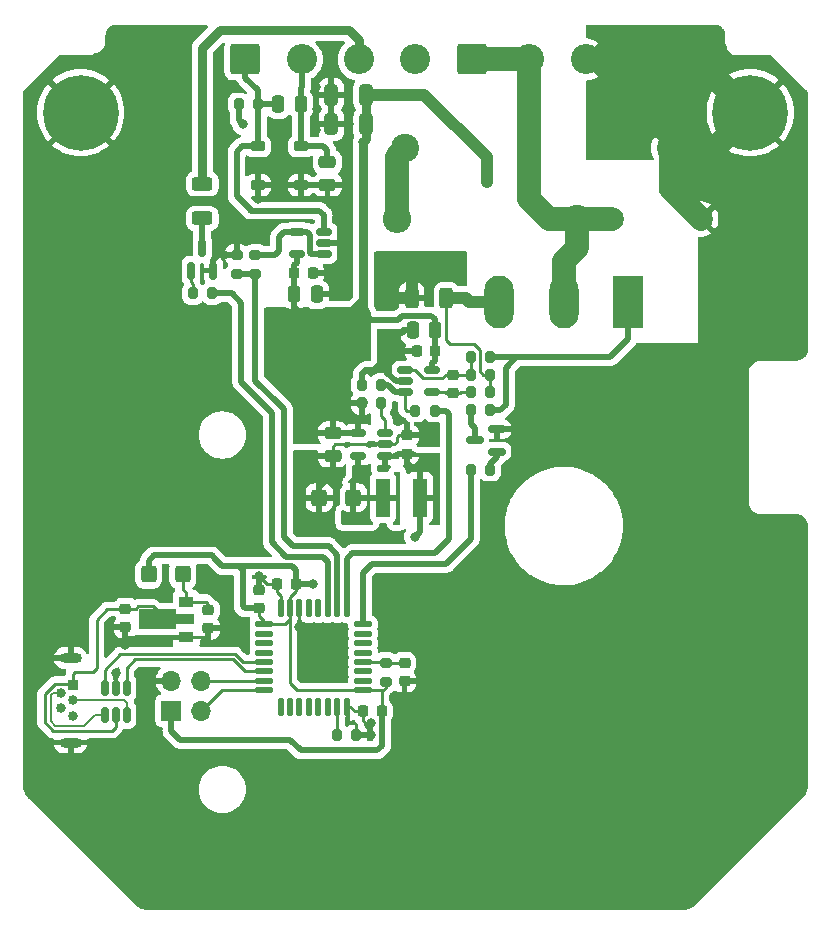
<source format=gbr>
%TF.GenerationSoftware,KiCad,Pcbnew,7.0.1*%
%TF.CreationDate,2024-04-13T10:55:35+02:00*%
%TF.ProjectId,Zuendung,5a75656e-6475-46e6-972e-6b696361645f,rev?*%
%TF.SameCoordinates,Original*%
%TF.FileFunction,Copper,L1,Top*%
%TF.FilePolarity,Positive*%
%FSLAX46Y46*%
G04 Gerber Fmt 4.6, Leading zero omitted, Abs format (unit mm)*
G04 Created by KiCad (PCBNEW 7.0.1) date 2024-04-13 10:55:35*
%MOMM*%
%LPD*%
G01*
G04 APERTURE LIST*
G04 Aperture macros list*
%AMRoundRect*
0 Rectangle with rounded corners*
0 $1 Rounding radius*
0 $2 $3 $4 $5 $6 $7 $8 $9 X,Y pos of 4 corners*
0 Add a 4 corners polygon primitive as box body*
4,1,4,$2,$3,$4,$5,$6,$7,$8,$9,$2,$3,0*
0 Add four circle primitives for the rounded corners*
1,1,$1+$1,$2,$3*
1,1,$1+$1,$4,$5*
1,1,$1+$1,$6,$7*
1,1,$1+$1,$8,$9*
0 Add four rect primitives between the rounded corners*
20,1,$1+$1,$2,$3,$4,$5,0*
20,1,$1+$1,$4,$5,$6,$7,0*
20,1,$1+$1,$6,$7,$8,$9,0*
20,1,$1+$1,$8,$9,$2,$3,0*%
%AMFreePoly0*
4,1,9,3.862500,-0.866500,0.737500,-0.866500,0.737500,-0.450000,-0.737500,-0.450000,-0.737500,0.450000,0.737500,0.450000,0.737500,0.866500,3.862500,0.866500,3.862500,-0.866500,3.862500,-0.866500,$1*%
G04 Aperture macros list end*
%TA.AperFunction,SMDPad,CuDef*%
%ADD10RoundRect,0.150000X-0.512500X-0.150000X0.512500X-0.150000X0.512500X0.150000X-0.512500X0.150000X0*%
%TD*%
%TA.AperFunction,SMDPad,CuDef*%
%ADD11RoundRect,0.225000X-0.250000X0.225000X-0.250000X-0.225000X0.250000X-0.225000X0.250000X0.225000X0*%
%TD*%
%TA.AperFunction,ComponentPad*%
%ADD12R,1.700000X1.700000*%
%TD*%
%TA.AperFunction,ComponentPad*%
%ADD13O,1.700000X1.700000*%
%TD*%
%TA.AperFunction,SMDPad,CuDef*%
%ADD14RoundRect,0.150000X0.512500X0.150000X-0.512500X0.150000X-0.512500X-0.150000X0.512500X-0.150000X0*%
%TD*%
%TA.AperFunction,SMDPad,CuDef*%
%ADD15RoundRect,0.225000X0.250000X-0.225000X0.250000X0.225000X-0.250000X0.225000X-0.250000X-0.225000X0*%
%TD*%
%TA.AperFunction,SMDPad,CuDef*%
%ADD16RoundRect,0.200000X0.200000X0.275000X-0.200000X0.275000X-0.200000X-0.275000X0.200000X-0.275000X0*%
%TD*%
%TA.AperFunction,ComponentPad*%
%ADD17RoundRect,0.249999X-1.025001X-1.025001X1.025001X-1.025001X1.025001X1.025001X-1.025001X1.025001X0*%
%TD*%
%TA.AperFunction,ComponentPad*%
%ADD18C,2.550000*%
%TD*%
%TA.AperFunction,SMDPad,CuDef*%
%ADD19RoundRect,0.250000X-0.475000X0.250000X-0.475000X-0.250000X0.475000X-0.250000X0.475000X0.250000X0*%
%TD*%
%TA.AperFunction,SMDPad,CuDef*%
%ADD20RoundRect,0.225000X-0.375000X0.225000X-0.375000X-0.225000X0.375000X-0.225000X0.375000X0.225000X0*%
%TD*%
%TA.AperFunction,ComponentPad*%
%ADD21R,2.500000X4.500000*%
%TD*%
%TA.AperFunction,ComponentPad*%
%ADD22O,2.500000X4.500000*%
%TD*%
%TA.AperFunction,SMDPad,CuDef*%
%ADD23R,1.300000X0.900000*%
%TD*%
%TA.AperFunction,SMDPad,CuDef*%
%ADD24FreePoly0,180.000000*%
%TD*%
%TA.AperFunction,SMDPad,CuDef*%
%ADD25RoundRect,0.150000X-0.150000X0.512500X-0.150000X-0.512500X0.150000X-0.512500X0.150000X0.512500X0*%
%TD*%
%TA.AperFunction,SMDPad,CuDef*%
%ADD26RoundRect,0.225000X-0.225000X-0.250000X0.225000X-0.250000X0.225000X0.250000X-0.225000X0.250000X0*%
%TD*%
%TA.AperFunction,SMDPad,CuDef*%
%ADD27RoundRect,0.250000X0.325000X0.650000X-0.325000X0.650000X-0.325000X-0.650000X0.325000X-0.650000X0*%
%TD*%
%TA.AperFunction,SMDPad,CuDef*%
%ADD28RoundRect,0.250000X0.250000X0.475000X-0.250000X0.475000X-0.250000X-0.475000X0.250000X-0.475000X0*%
%TD*%
%TA.AperFunction,SMDPad,CuDef*%
%ADD29RoundRect,0.250000X0.400000X0.450000X-0.400000X0.450000X-0.400000X-0.450000X0.400000X-0.450000X0*%
%TD*%
%TA.AperFunction,SMDPad,CuDef*%
%ADD30RoundRect,0.200000X-0.200000X-0.275000X0.200000X-0.275000X0.200000X0.275000X-0.200000X0.275000X0*%
%TD*%
%TA.AperFunction,ComponentPad*%
%ADD31C,2.000000*%
%TD*%
%TA.AperFunction,SMDPad,CuDef*%
%ADD32RoundRect,0.200000X0.275000X-0.200000X0.275000X0.200000X-0.275000X0.200000X-0.275000X-0.200000X0*%
%TD*%
%TA.AperFunction,ComponentPad*%
%ADD33C,0.800000*%
%TD*%
%TA.AperFunction,ComponentPad*%
%ADD34C,6.400000*%
%TD*%
%TA.AperFunction,SMDPad,CuDef*%
%ADD35RoundRect,0.250000X-0.250000X-0.475000X0.250000X-0.475000X0.250000X0.475000X-0.250000X0.475000X0*%
%TD*%
%TA.AperFunction,ComponentPad*%
%ADD36R,0.840000X0.840000*%
%TD*%
%TA.AperFunction,ComponentPad*%
%ADD37C,0.840000*%
%TD*%
%TA.AperFunction,ComponentPad*%
%ADD38O,1.850000X0.850000*%
%TD*%
%TA.AperFunction,SMDPad,CuDef*%
%ADD39RoundRect,0.225000X0.225000X0.250000X-0.225000X0.250000X-0.225000X-0.250000X0.225000X-0.250000X0*%
%TD*%
%TA.AperFunction,ComponentPad*%
%ADD40C,2.400000*%
%TD*%
%TA.AperFunction,ComponentPad*%
%ADD41O,2.400000X2.400000*%
%TD*%
%TA.AperFunction,SMDPad,CuDef*%
%ADD42RoundRect,0.200000X-0.275000X0.200000X-0.275000X-0.200000X0.275000X-0.200000X0.275000X0.200000X0*%
%TD*%
%TA.AperFunction,SMDPad,CuDef*%
%ADD43RoundRect,0.250000X-0.400000X-0.450000X0.400000X-0.450000X0.400000X0.450000X-0.400000X0.450000X0*%
%TD*%
%TA.AperFunction,SMDPad,CuDef*%
%ADD44RoundRect,0.125000X0.625000X0.125000X-0.625000X0.125000X-0.625000X-0.125000X0.625000X-0.125000X0*%
%TD*%
%TA.AperFunction,SMDPad,CuDef*%
%ADD45RoundRect,0.125000X0.125000X0.625000X-0.125000X0.625000X-0.125000X-0.625000X0.125000X-0.625000X0*%
%TD*%
%TA.AperFunction,SMDPad,CuDef*%
%ADD46R,1.200000X3.300000*%
%TD*%
%TA.AperFunction,SMDPad,CuDef*%
%ADD47RoundRect,0.150000X0.150000X-0.587500X0.150000X0.587500X-0.150000X0.587500X-0.150000X-0.587500X0*%
%TD*%
%TA.AperFunction,SMDPad,CuDef*%
%ADD48RoundRect,0.150000X0.587500X0.150000X-0.587500X0.150000X-0.587500X-0.150000X0.587500X-0.150000X0*%
%TD*%
%TA.AperFunction,SMDPad,CuDef*%
%ADD49RoundRect,0.250000X0.625000X-0.312500X0.625000X0.312500X-0.625000X0.312500X-0.625000X-0.312500X0*%
%TD*%
%TA.AperFunction,SMDPad,CuDef*%
%ADD50RoundRect,0.250000X0.312500X0.625000X-0.312500X0.625000X-0.312500X-0.625000X0.312500X-0.625000X0*%
%TD*%
%TA.AperFunction,ViaPad*%
%ADD51C,0.800000*%
%TD*%
%TA.AperFunction,Conductor*%
%ADD52C,2.000000*%
%TD*%
%TA.AperFunction,Conductor*%
%ADD53C,0.250000*%
%TD*%
%TA.AperFunction,Conductor*%
%ADD54C,0.500000*%
%TD*%
%TA.AperFunction,Conductor*%
%ADD55C,1.000000*%
%TD*%
%TA.AperFunction,Conductor*%
%ADD56C,0.800000*%
%TD*%
%TA.AperFunction,Conductor*%
%ADD57C,0.200000*%
%TD*%
G04 APERTURE END LIST*
D10*
%TO.P,U5,1*%
%TO.N,Net-(C13-Pad1)*%
X132500000Y-101800000D03*
%TO.P,U5,2,V-*%
%TO.N,GND*%
X132500000Y-102750000D03*
%TO.P,U5,3,+*%
%TO.N,Net-(U5-+)*%
X132500000Y-103700000D03*
%TO.P,U5,4,-*%
%TO.N,Net-(U5--)*%
X134775000Y-103700000D03*
%TO.P,U5,5,V+*%
%TO.N,VCC*%
X134775000Y-101800000D03*
%TD*%
D11*
%TO.P,C11,1*%
%TO.N,GND*%
X120125000Y-120425000D03*
%TO.P,C11,2*%
%TO.N,+3V3*%
X120125000Y-121975000D03*
%TD*%
D12*
%TO.P,J2,1,Pin_1*%
%TO.N,+3V3*%
X112685000Y-130640000D03*
D13*
%TO.P,J2,2,Pin_2*%
%TO.N,GND*%
X112685000Y-128100000D03*
%TO.P,J2,3,Pin_3*%
%TO.N,/SWCLK*%
X115225000Y-130640000D03*
%TO.P,J2,4,Pin_4*%
%TO.N,/SWDIO*%
X115225000Y-128100000D03*
%TD*%
D14*
%TO.P,U1,1,Vout*%
%TO.N,+3V3*%
X130787500Y-109050000D03*
%TO.P,U1,2,GND*%
%TO.N,GND*%
X130787500Y-108100000D03*
%TO.P,U1,3,EN*%
%TO.N,Net-(U1-EN)*%
X130787500Y-107150000D03*
%TO.P,U1,4,Vin*%
%TO.N,VCC*%
X128512500Y-107150000D03*
%TO.P,U1,5,SW*%
%TO.N,Net-(D1-K)*%
X128512500Y-109050000D03*
%TD*%
D15*
%TO.P,C2,1*%
%TO.N,+3V3*%
X132650000Y-108875000D03*
%TO.P,C2,2*%
%TO.N,GND*%
X132650000Y-107325000D03*
%TD*%
D16*
%TO.P,R11,1*%
%TO.N,GND*%
X128350000Y-132700000D03*
%TO.P,R11,2*%
%TO.N,Net-(U4-PB8)*%
X126700000Y-132700000D03*
%TD*%
D17*
%TO.P,J5,1,Pin_1*%
%TO.N,Ignition*%
X138150000Y-75500000D03*
D18*
%TO.P,J5,2,Pin_2*%
X142950000Y-75500000D03*
%TO.P,J5,3,Pin_3*%
%TO.N,GND*%
X147750000Y-75500000D03*
%TD*%
D19*
%TO.P,C3,1*%
%TO.N,SpeedSignalMinus*%
X125900000Y-84200000D03*
%TO.P,C3,2*%
%TO.N,GND*%
X125900000Y-86100000D03*
%TD*%
D20*
%TO.P,D2,1,K*%
%TO.N,SpeedSignalMinus*%
X123675000Y-82850000D03*
%TO.P,D2,2,A*%
%TO.N,GND*%
X123675000Y-86150000D03*
%TD*%
D21*
%TO.P,Q3,1,G*%
%TO.N,Net-(Q3-G)*%
X151350000Y-96000000D03*
D22*
%TO.P,Q3,2,D*%
%TO.N,Ignition*%
X145900000Y-96000000D03*
%TO.P,Q3,3,S*%
%TO.N,Net-(Q3-S)*%
X140450000Y-96000000D03*
%TD*%
D23*
%TO.P,U2,1,GND*%
%TO.N,GND*%
X113950000Y-124400000D03*
D24*
%TO.P,U2,2,VIN*%
%TO.N,VBUS*%
X113862500Y-122900000D03*
D23*
%TO.P,U2,3,VOUT*%
%TO.N,Net-(D4-A)*%
X113950000Y-121400000D03*
%TD*%
D25*
%TO.P,U3,1,I/O1*%
%TO.N,/USB_DP*%
X108925000Y-128725000D03*
%TO.P,U3,2,GND*%
%TO.N,GND*%
X107975000Y-128725000D03*
%TO.P,U3,3,I/O2*%
%TO.N,/USB_DM*%
X107025000Y-128725000D03*
%TO.P,U3,4,I/O2*%
%TO.N,/D-*%
X107025000Y-131000000D03*
%TO.P,U3,5,VBUS*%
%TO.N,VBUS*%
X107975000Y-131000000D03*
%TO.P,U3,6,I/O1*%
%TO.N,/D+*%
X108925000Y-131000000D03*
%TD*%
D26*
%TO.P,C12,1*%
%TO.N,GND*%
X121650000Y-119900000D03*
%TO.P,C12,2*%
%TO.N,+3V3*%
X123200000Y-119900000D03*
%TD*%
D27*
%TO.P,C16,1*%
%TO.N,VCC*%
X129175000Y-78500000D03*
%TO.P,C16,2*%
%TO.N,GND*%
X126225000Y-78500000D03*
%TD*%
D28*
%TO.P,C19,1*%
%TO.N,VCC*%
X135000000Y-98400000D03*
%TO.P,C19,2*%
%TO.N,GND*%
X133100000Y-98400000D03*
%TD*%
D29*
%TO.P,D1,1,K*%
%TO.N,Net-(D1-K)*%
X128100000Y-112600000D03*
%TO.P,D1,2,A*%
%TO.N,GND*%
X125200000Y-112600000D03*
%TD*%
D30*
%TO.P,R15,1*%
%TO.N,Net-(Q1-D)*%
X138025000Y-105200000D03*
%TO.P,R15,2*%
%TO.N,Net-(Q3-G)*%
X139675000Y-105200000D03*
%TD*%
D26*
%TO.P,C5,1*%
%TO.N,VCC*%
X123100000Y-93600000D03*
%TO.P,C5,2*%
%TO.N,GND*%
X124650000Y-93600000D03*
%TD*%
D31*
%TO.P,C8,1*%
%TO.N,GND*%
X157500000Y-89000000D03*
%TO.P,C8,2*%
%TO.N,Ignition*%
X150000000Y-89000000D03*
%TD*%
D32*
%TO.P,R4,1*%
%TO.N,Tacho*%
X118200000Y-93700000D03*
%TO.P,R4,2*%
%TO.N,GND*%
X118200000Y-92050000D03*
%TD*%
D33*
%TO.P,H1,1,1*%
%TO.N,GND*%
X102600000Y-80000000D03*
X103302944Y-78302944D03*
X103302944Y-81697056D03*
X105000000Y-77600000D03*
D34*
X105000000Y-80000000D03*
D33*
X105000000Y-82400000D03*
X106697056Y-78302944D03*
X106697056Y-81697056D03*
X107400000Y-80000000D03*
%TD*%
D16*
%TO.P,R12,1*%
%TO.N,Net-(Q3-S)*%
X139675000Y-102200000D03*
%TO.P,R12,2*%
%TO.N,Net-(C13-Pad1)*%
X138025000Y-102200000D03*
%TD*%
%TO.P,R16,1*%
%TO.N,Net-(U5-+)*%
X130450000Y-103050000D03*
%TO.P,R16,2*%
%TO.N,GND*%
X128800000Y-103050000D03*
%TD*%
D30*
%TO.P,R1,1*%
%TO.N,VCC*%
X128825000Y-104600000D03*
%TO.P,R1,2*%
%TO.N,Net-(U1-EN)*%
X130475000Y-104600000D03*
%TD*%
D35*
%TO.P,C6,1*%
%TO.N,VCC*%
X123100000Y-95400000D03*
%TO.P,C6,2*%
%TO.N,GND*%
X125000000Y-95400000D03*
%TD*%
D16*
%TO.P,R13,1*%
%TO.N,Net-(Q3-S)*%
X139675000Y-103700000D03*
%TO.P,R13,2*%
%TO.N,Net-(U5--)*%
X138025000Y-103700000D03*
%TD*%
D36*
%TO.P,J3,1,VBUS*%
%TO.N,VBUS*%
X104375000Y-128462500D03*
D37*
%TO.P,J3,2,D-*%
%TO.N,/D-*%
X103375000Y-129112500D03*
%TO.P,J3,3,D+*%
%TO.N,/D+*%
X104375000Y-129762500D03*
%TO.P,J3,4,ID*%
%TO.N,unconnected-(J3-ID-Pad4)*%
X103375000Y-130412500D03*
%TO.P,J3,5,GND*%
%TO.N,GND*%
X104375000Y-131062500D03*
D38*
%TO.P,J3,6,Shield*%
X104155000Y-126187500D03*
X104155000Y-133337500D03*
%TD*%
D39*
%TO.P,C20,1*%
%TO.N,VCC*%
X135000000Y-100200000D03*
%TO.P,C20,2*%
%TO.N,GND*%
X133450000Y-100200000D03*
%TD*%
D40*
%TO.P,R6,1*%
%TO.N,Ignition*%
X147000000Y-89000000D03*
D41*
%TO.P,R6,2*%
%TO.N,Net-(C7-Pad2)*%
X131760000Y-89000000D03*
%TD*%
D20*
%TO.P,D3,1,K*%
%TO.N,SpeedSignalPlus*%
X120000000Y-82850000D03*
%TO.P,D3,2,A*%
%TO.N,GND*%
X120000000Y-86150000D03*
%TD*%
D42*
%TO.P,R3,1*%
%TO.N,Net-(U6--)*%
X119800000Y-92050000D03*
%TO.P,R3,2*%
%TO.N,Tacho*%
X119800000Y-93700000D03*
%TD*%
D30*
%TO.P,R7,1*%
%TO.N,Net-(C13-Pad1)*%
X138025000Y-100700000D03*
%TO.P,R7,2*%
%TO.N,Net-(Q3-G)*%
X139675000Y-100700000D03*
%TD*%
D17*
%TO.P,J1,1,Pin_1*%
%TO.N,SpeedSignalPlus*%
X118950000Y-75500000D03*
D18*
%TO.P,J1,2,Pin_2*%
%TO.N,SpeedSignalMinus*%
X123750000Y-75500000D03*
%TO.P,J1,3,Pin_3*%
%TO.N,FuelRelay*%
X128550000Y-75500000D03*
%TO.P,J1,4,Pin_4*%
%TO.N,VCC*%
X133350000Y-75500000D03*
%TD*%
D43*
%TO.P,D4,1,K*%
%TO.N,+3V3*%
X110750000Y-119100000D03*
%TO.P,D4,2,A*%
%TO.N,Net-(D4-A)*%
X113650000Y-119100000D03*
%TD*%
D32*
%TO.P,R10,1*%
%TO.N,+3V3*%
X130825000Y-128225000D03*
%TO.P,R10,2*%
%TO.N,Net-(U4-PG10)*%
X130825000Y-126575000D03*
%TD*%
D26*
%TO.P,C10,1*%
%TO.N,GND*%
X128950000Y-130700000D03*
%TO.P,C10,2*%
%TO.N,+3V3*%
X130500000Y-130700000D03*
%TD*%
D44*
%TO.P,U4,1,VDD*%
%TO.N,+3V3*%
X128900000Y-128925000D03*
%TO.P,U4,2,PF0*%
%TO.N,unconnected-(U4-PF0-Pad2)*%
X128900000Y-128125000D03*
%TO.P,U4,3,PF1*%
%TO.N,unconnected-(U4-PF1-Pad3)*%
X128900000Y-127325000D03*
%TO.P,U4,4,PG10*%
%TO.N,Net-(U4-PG10)*%
X128900000Y-126525000D03*
%TO.P,U4,5,PA0*%
%TO.N,unconnected-(U4-PA0-Pad5)*%
X128900000Y-125725000D03*
%TO.P,U4,6,PA1*%
%TO.N,unconnected-(U4-PA1-Pad6)*%
X128900000Y-124925000D03*
%TO.P,U4,7,PA2*%
%TO.N,unconnected-(U4-PA2-Pad7)*%
X128900000Y-124125000D03*
%TO.P,U4,8,PA3*%
%TO.N,FETOff*%
X128900000Y-123325000D03*
D45*
%TO.P,U4,9,PA4*%
%TO.N,USet*%
X127525000Y-121950000D03*
%TO.P,U4,10,PA5*%
%TO.N,Tacho*%
X126725000Y-121950000D03*
%TO.P,U4,11,PA6*%
%TO.N,RelayOutput*%
X125925000Y-121950000D03*
%TO.P,U4,12,PA7*%
%TO.N,unconnected-(U4-PA7-Pad12)*%
X125125000Y-121950000D03*
%TO.P,U4,13,PB0*%
%TO.N,unconnected-(U4-PB0-Pad13)*%
X124325000Y-121950000D03*
%TO.P,U4,14,VSSA*%
%TO.N,GND*%
X123525000Y-121950000D03*
%TO.P,U4,15,VDDA*%
%TO.N,+3V3*%
X122725000Y-121950000D03*
%TO.P,U4,16,VSS*%
%TO.N,GND*%
X121925000Y-121950000D03*
D44*
%TO.P,U4,17,VDD*%
%TO.N,+3V3*%
X120550000Y-123325000D03*
%TO.P,U4,18,PA8*%
%TO.N,unconnected-(U4-PA8-Pad18)*%
X120550000Y-124125000D03*
%TO.P,U4,19,PA9*%
%TO.N,unconnected-(U4-PA9-Pad19)*%
X120550000Y-124925000D03*
%TO.P,U4,20,PA10*%
%TO.N,unconnected-(U4-PA10-Pad20)*%
X120550000Y-125725000D03*
%TO.P,U4,21,PA11*%
%TO.N,/USB_DM*%
X120550000Y-126525000D03*
%TO.P,U4,22,PA12*%
%TO.N,/USB_DP*%
X120550000Y-127325000D03*
%TO.P,U4,23,PA13*%
%TO.N,/SWDIO*%
X120550000Y-128125000D03*
%TO.P,U4,24,PA14*%
%TO.N,/SWCLK*%
X120550000Y-128925000D03*
D45*
%TO.P,U4,25,PA15*%
%TO.N,unconnected-(U4-PA15-Pad25)*%
X121925000Y-130300000D03*
%TO.P,U4,26,PB3*%
%TO.N,unconnected-(U4-PB3-Pad26)*%
X122725000Y-130300000D03*
%TO.P,U4,27,PB4*%
%TO.N,unconnected-(U4-PB4-Pad27)*%
X123525000Y-130300000D03*
%TO.P,U4,28,PB5*%
%TO.N,unconnected-(U4-PB5-Pad28)*%
X124325000Y-130300000D03*
%TO.P,U4,29,PB6*%
%TO.N,unconnected-(U4-PB6-Pad29)*%
X125125000Y-130300000D03*
%TO.P,U4,30,PB7*%
%TO.N,unconnected-(U4-PB7-Pad30)*%
X125925000Y-130300000D03*
%TO.P,U4,31,PB8*%
%TO.N,Net-(U4-PB8)*%
X126725000Y-130300000D03*
%TO.P,U4,32,VSS*%
%TO.N,GND*%
X127525000Y-130300000D03*
%TD*%
D30*
%TO.P,R9,1*%
%TO.N,Net-(U5-+)*%
X133325000Y-105250000D03*
%TO.P,R9,2*%
%TO.N,USet*%
X134975000Y-105250000D03*
%TD*%
D14*
%TO.P,U6,1*%
%TO.N,Net-(U6--)*%
X125575000Y-92000000D03*
%TO.P,U6,2,V-*%
%TO.N,GND*%
X125575000Y-91050000D03*
%TO.P,U6,3,+*%
%TO.N,SpeedSignalPlus*%
X125575000Y-90100000D03*
%TO.P,U6,4,-*%
%TO.N,Net-(U6--)*%
X123300000Y-90100000D03*
%TO.P,U6,5,V+*%
%TO.N,VCC*%
X123300000Y-92000000D03*
%TD*%
D30*
%TO.P,R14,1*%
%TO.N,FETOff*%
X138025000Y-110250000D03*
%TO.P,R14,2*%
%TO.N,Net-(Q1-G)*%
X139675000Y-110250000D03*
%TD*%
D11*
%TO.P,C18,1*%
%TO.N,VBUS*%
X108800000Y-122025000D03*
%TO.P,C18,2*%
%TO.N,GND*%
X108800000Y-123575000D03*
%TD*%
D46*
%TO.P,L1,1,1*%
%TO.N,Net-(D1-K)*%
X130600000Y-112600000D03*
%TO.P,L1,2,2*%
%TO.N,+3V3*%
X133700000Y-112600000D03*
%TD*%
D28*
%TO.P,C4,1*%
%TO.N,SpeedSignalMinus*%
X123650000Y-79300000D03*
%TO.P,C4,2*%
%TO.N,SpeedSignalPlus*%
X121750000Y-79300000D03*
%TD*%
D40*
%TO.P,C7,1*%
%TO.N,GND*%
X155000000Y-83000000D03*
%TO.P,C7,2*%
%TO.N,Net-(C7-Pad2)*%
X132500000Y-83000000D03*
%TD*%
D27*
%TO.P,C15,1*%
%TO.N,VCC*%
X129175000Y-81000000D03*
%TO.P,C15,2*%
%TO.N,GND*%
X126225000Y-81000000D03*
%TD*%
D16*
%TO.P,R18,1*%
%TO.N,RelayOutput*%
X116150000Y-95300000D03*
%TO.P,R18,2*%
%TO.N,Net-(Q2-G)*%
X114500000Y-95300000D03*
%TD*%
D30*
%TO.P,R2,1*%
%TO.N,VCC*%
X118375000Y-79300000D03*
%TO.P,R2,2*%
%TO.N,SpeedSignalPlus*%
X120025000Y-79300000D03*
%TD*%
D15*
%TO.P,C9,1*%
%TO.N,GND*%
X132425000Y-128150000D03*
%TO.P,C9,2*%
%TO.N,Net-(U4-PG10)*%
X132425000Y-126600000D03*
%TD*%
D33*
%TO.P,H2,1,1*%
%TO.N,GND*%
X159300000Y-80000000D03*
X160002944Y-78302944D03*
X160002944Y-81697056D03*
X161700000Y-77600000D03*
D34*
X161700000Y-80000000D03*
D33*
X161700000Y-82400000D03*
X163397056Y-78302944D03*
X163397056Y-81697056D03*
X164100000Y-80000000D03*
%TD*%
D11*
%TO.P,C17,1*%
%TO.N,Net-(D4-A)*%
X115800000Y-122125000D03*
%TO.P,C17,2*%
%TO.N,GND*%
X115800000Y-123675000D03*
%TD*%
D47*
%TO.P,Q2,1,G*%
%TO.N,Net-(Q2-G)*%
X114350000Y-93375000D03*
%TO.P,Q2,2,S*%
%TO.N,GND*%
X116250000Y-93375000D03*
%TO.P,Q2,3,D*%
%TO.N,Net-(Q2-D)*%
X115300000Y-91500000D03*
%TD*%
D11*
%TO.P,C13,1*%
%TO.N,Net-(C13-Pad1)*%
X136525000Y-102225000D03*
%TO.P,C13,2*%
%TO.N,Net-(U5--)*%
X136525000Y-103775000D03*
%TD*%
D48*
%TO.P,Q1,1,G*%
%TO.N,Net-(Q1-G)*%
X140225000Y-108700000D03*
%TO.P,Q1,2,S*%
%TO.N,GND*%
X140225000Y-106800000D03*
%TO.P,Q1,3,D*%
%TO.N,Net-(Q1-D)*%
X138350000Y-107750000D03*
%TD*%
D49*
%TO.P,R8,1*%
%TO.N,Net-(Q2-D)*%
X115300000Y-88962500D03*
%TO.P,R8,2*%
%TO.N,FuelRelay*%
X115300000Y-86037500D03*
%TD*%
D19*
%TO.P,C1,1*%
%TO.N,VCC*%
X126350000Y-107150000D03*
%TO.P,C1,2*%
%TO.N,GND*%
X126350000Y-109050000D03*
%TD*%
D50*
%TO.P,R5,1*%
%TO.N,Net-(Q3-S)*%
X135962500Y-95700000D03*
%TO.P,R5,2*%
%TO.N,GND*%
X133037500Y-95700000D03*
%TD*%
D51*
%TO.N,GND*%
X143500000Y-107750000D03*
X143250000Y-105750000D03*
X142250000Y-108000000D03*
X142500000Y-106750000D03*
X142000000Y-105750000D03*
X131500000Y-92300000D03*
X129625000Y-131700000D03*
X130300000Y-95100000D03*
X131500000Y-96400000D03*
X118700000Y-123300000D03*
X117100000Y-92100000D03*
X127100000Y-123700000D03*
X127600000Y-85200000D03*
X124900000Y-77800000D03*
X111000000Y-127500000D03*
X126600000Y-93600000D03*
X126200000Y-74800000D03*
X124575000Y-109100000D03*
X117400000Y-121000000D03*
X120000000Y-87300000D03*
X126800000Y-87600000D03*
X120125000Y-119249500D03*
X132600000Y-93700000D03*
X134800000Y-92300000D03*
X135900000Y-92300000D03*
X137200000Y-93700000D03*
X121300000Y-81200000D03*
X135000000Y-107700000D03*
X127600000Y-84000000D03*
X130300000Y-92300000D03*
X110500000Y-128400000D03*
X127600000Y-90500000D03*
X121900000Y-86100000D03*
X117500000Y-123600000D03*
X117400000Y-119700000D03*
X125175000Y-114400000D03*
X129625000Y-132700000D03*
X133900000Y-127100000D03*
X126200000Y-75700000D03*
X136000000Y-93700000D03*
X110100000Y-127500000D03*
X133700000Y-93700000D03*
X124900000Y-110500000D03*
X123500000Y-123600000D03*
X118200000Y-90800000D03*
X123600000Y-115400000D03*
X127700000Y-79700000D03*
X126375000Y-110500000D03*
X132425000Y-129500000D03*
X108800000Y-125100000D03*
X130600000Y-98800000D03*
X107400000Y-124200000D03*
X127100000Y-125800000D03*
X130600000Y-116000000D03*
X121800000Y-85000000D03*
X122350000Y-81200000D03*
X134100000Y-128100000D03*
X127700000Y-77600000D03*
X107400000Y-125300000D03*
X123500000Y-109100000D03*
X131700000Y-116000000D03*
X125000000Y-79700000D03*
X134100000Y-107700000D03*
X123600000Y-114100000D03*
X127100000Y-127700000D03*
X127500000Y-95100000D03*
X131975000Y-100150000D03*
X118800000Y-124900000D03*
X123900000Y-127800000D03*
X130600000Y-100900000D03*
X134900000Y-106700000D03*
X131500000Y-93700000D03*
X126900000Y-89000000D03*
X107967299Y-127462000D03*
X126200000Y-76600000D03*
X133700000Y-92300000D03*
X132600000Y-92300000D03*
X121800000Y-83900000D03*
X126600000Y-95100000D03*
X115300000Y-120000000D03*
X130300000Y-96400000D03*
X133700000Y-129200000D03*
X117200000Y-122300000D03*
X134000000Y-106700000D03*
X123900000Y-125800000D03*
X121900000Y-87050000D03*
X123600000Y-112600000D03*
X127700000Y-81000000D03*
X115300000Y-118800000D03*
X131500000Y-95100000D03*
X129000000Y-116100000D03*
X130300000Y-93700000D03*
X133900000Y-126000000D03*
X124900000Y-81500000D03*
X134900000Y-93700000D03*
X137200000Y-92300000D03*
X125200000Y-115400000D03*
X117100000Y-124700000D03*
X127500000Y-116100000D03*
X123600000Y-111200000D03*
%TO.N,VCC*%
X118750000Y-81000000D03*
X128950000Y-82500000D03*
X139400000Y-85850000D03*
%TO.N,+3V3*%
X124700000Y-119900000D03*
X133300000Y-115900000D03*
%TD*%
D52*
%TO.N,GND*%
X149600000Y-75500000D02*
X152025000Y-75500000D01*
X149600000Y-75500000D02*
X157200000Y-75500000D01*
X147750000Y-75500000D02*
X149600000Y-75500000D01*
X157200000Y-75500000D02*
X161700000Y-80000000D01*
D53*
%TO.N,Net-(D1-K)*%
X128512500Y-110562500D02*
X128512500Y-109050000D01*
X128100000Y-112600000D02*
X130600000Y-112600000D01*
X128100000Y-112600000D02*
X128100000Y-110975000D01*
X128100000Y-110975000D02*
X128512500Y-110562500D01*
%TO.N,GND*%
X128350000Y-131825000D02*
X128225000Y-131700000D01*
D54*
X132500000Y-98400000D02*
X133100000Y-98400000D01*
X117050000Y-92050000D02*
X116650000Y-92050000D01*
X127300000Y-86100000D02*
X125900000Y-86100000D01*
D52*
X155000000Y-86500000D02*
X157500000Y-89000000D01*
D53*
X126375000Y-109025000D02*
X126350000Y-109050000D01*
X121650000Y-119900000D02*
X120775500Y-119900000D01*
D52*
X155000000Y-83000000D02*
X158700000Y-83000000D01*
D53*
X120925000Y-119900000D02*
X121650000Y-119900000D01*
D52*
X155000000Y-78475000D02*
X155000000Y-83000000D01*
D54*
X127600000Y-92900000D02*
X127600000Y-90500000D01*
D55*
X133037500Y-95700000D02*
X130900000Y-95700000D01*
D53*
X109000000Y-124400000D02*
X108800000Y-124200000D01*
D54*
X130975000Y-99050000D02*
X131375000Y-98650000D01*
D53*
X120125000Y-120425000D02*
X120400000Y-120425000D01*
X125200000Y-111775000D02*
X126350000Y-110625000D01*
X115800000Y-124300000D02*
X115700000Y-124400000D01*
X131950000Y-107325000D02*
X132650000Y-107325000D01*
D54*
X116650000Y-92050000D02*
X116250000Y-92450000D01*
X117100000Y-92100000D02*
X117050000Y-92050000D01*
X131375000Y-100150000D02*
X131975000Y-100150000D01*
D53*
X128350000Y-132700000D02*
X128350000Y-131825000D01*
X127525000Y-130300000D02*
X127825000Y-130300000D01*
D54*
X127600000Y-87800000D02*
X127600000Y-85800000D01*
D53*
X121925000Y-120900000D02*
X121925000Y-121950000D01*
X107975000Y-127469701D02*
X107967299Y-127462000D01*
X128225000Y-130700000D02*
X128950000Y-130700000D01*
D54*
X118200000Y-92050000D02*
X117150000Y-92050000D01*
X127600000Y-85800000D02*
X127300000Y-86100000D01*
X130969975Y-102030025D02*
X130600000Y-101660050D01*
X127600000Y-85200000D02*
X127600000Y-85800000D01*
D53*
X127825000Y-130300000D02*
X128225000Y-130700000D01*
D54*
X131689950Y-102750000D02*
X130969975Y-102030025D01*
D52*
X155000000Y-83000000D02*
X155000000Y-86500000D01*
D54*
X130975000Y-100550000D02*
X131375000Y-100150000D01*
D55*
X133037500Y-92737500D02*
X132600000Y-92300000D01*
D54*
X121950000Y-86150000D02*
X123675000Y-86150000D01*
D53*
X126350000Y-110625000D02*
X126350000Y-110525000D01*
D54*
X126900000Y-93600000D02*
X127600000Y-92900000D01*
D53*
X121650000Y-119900000D02*
X121650000Y-120625000D01*
D54*
X130600000Y-98800000D02*
X130975000Y-99050000D01*
D55*
X133037500Y-95700000D02*
X133037500Y-92737500D01*
D53*
X126375000Y-110500000D02*
X126350000Y-110475000D01*
X131775000Y-107500000D02*
X131775000Y-107900000D01*
D54*
X123675000Y-86150000D02*
X125850000Y-86150000D01*
X132025000Y-100200000D02*
X131975000Y-100150000D01*
D53*
X128350000Y-132700000D02*
X129625000Y-132700000D01*
D54*
X125575000Y-91050000D02*
X126950000Y-91050000D01*
D53*
X126375000Y-108300000D02*
X126375000Y-109025000D01*
D54*
X130739950Y-101800000D02*
X130969975Y-102030025D01*
X128800000Y-102150000D02*
X129150000Y-101800000D01*
D53*
X127525000Y-131400000D02*
X127525000Y-130300000D01*
X121650000Y-120625000D02*
X121925000Y-120900000D01*
D52*
X152025000Y-75500000D02*
X155000000Y-78475000D01*
D53*
X115700000Y-124400000D02*
X113950000Y-124400000D01*
D52*
X158700000Y-83000000D02*
X161700000Y-80000000D01*
D53*
X126575000Y-108100000D02*
X126375000Y-108300000D01*
X107975000Y-128725000D02*
X107975000Y-127469701D01*
X113950000Y-124400000D02*
X109000000Y-124400000D01*
X128950000Y-130700000D02*
X128950000Y-131525000D01*
X132425000Y-128150000D02*
X132425000Y-129500000D01*
D54*
X126600000Y-93600000D02*
X126900000Y-93600000D01*
D53*
X126350000Y-110475000D02*
X126350000Y-109050000D01*
D54*
X129150000Y-101800000D02*
X130739950Y-101800000D01*
X126950000Y-91050000D02*
X127600000Y-90400000D01*
X130600000Y-101660050D02*
X130600000Y-100900000D01*
X132500000Y-102750000D02*
X131689950Y-102750000D01*
X121900000Y-86100000D02*
X121950000Y-86150000D01*
D53*
X108800000Y-124200000D02*
X108800000Y-123575000D01*
D54*
X118200000Y-92050000D02*
X118200000Y-90800000D01*
D53*
X131950000Y-107325000D02*
X131775000Y-107500000D01*
X120775500Y-119900000D02*
X120125000Y-119249500D01*
X126575000Y-108100000D02*
X130787500Y-108100000D01*
D54*
X127600000Y-90100000D02*
X127600000Y-87800000D01*
X120000000Y-86150000D02*
X121850000Y-86150000D01*
D53*
X127825000Y-131700000D02*
X127525000Y-131400000D01*
X120125000Y-120425000D02*
X120125000Y-119249500D01*
D54*
X131375000Y-98650000D02*
X132250000Y-98650000D01*
X130975000Y-100550000D02*
X130975000Y-99050000D01*
D53*
X128225000Y-131700000D02*
X127825000Y-131700000D01*
X115800000Y-123675000D02*
X115800000Y-124300000D01*
D54*
X125850000Y-86150000D02*
X125900000Y-86100000D01*
X116250000Y-92450000D02*
X116250000Y-93375000D01*
X117150000Y-92050000D02*
X117100000Y-92100000D01*
D53*
X123525000Y-121950000D02*
X123525000Y-123575000D01*
D54*
X127600000Y-90400000D02*
X127600000Y-90100000D01*
D53*
X125200000Y-112600000D02*
X125200000Y-111775000D01*
X129125000Y-131700000D02*
X129625000Y-131700000D01*
D54*
X132250000Y-98650000D02*
X132500000Y-98400000D01*
D53*
X130787500Y-108100000D02*
X131575000Y-108100000D01*
D54*
X127600000Y-90500000D02*
X127600000Y-90100000D01*
X127600000Y-84000000D02*
X127600000Y-85200000D01*
X120100000Y-87400000D02*
X120000000Y-87300000D01*
D53*
X123525000Y-123575000D02*
X123500000Y-123600000D01*
D54*
X108800000Y-123575000D02*
X108800000Y-125100000D01*
X120000000Y-86150000D02*
X120000000Y-87300000D01*
D53*
X128950000Y-131525000D02*
X129125000Y-131700000D01*
D54*
X121850000Y-86150000D02*
X121900000Y-86100000D01*
D53*
X131775000Y-107900000D02*
X131575000Y-108100000D01*
X126350000Y-110525000D02*
X126375000Y-110500000D01*
D54*
X128800000Y-103050000D02*
X128800000Y-102150000D01*
D53*
%TO.N,Net-(U1-EN)*%
X130787500Y-106012500D02*
X130787500Y-107150000D01*
X130475000Y-104600000D02*
X130475000Y-105700000D01*
X130475000Y-105700000D02*
X130787500Y-106012500D01*
D54*
%TO.N,VCC*%
X118375000Y-80625000D02*
X118750000Y-81000000D01*
X123100000Y-96500000D02*
X123500000Y-96900000D01*
D55*
X134100000Y-78500000D02*
X139400000Y-83800000D01*
D56*
X129175000Y-81000000D02*
X129175000Y-82275000D01*
D54*
X131850000Y-97550000D02*
X132200000Y-97200000D01*
D53*
X128825000Y-104600000D02*
X128825000Y-105850000D01*
D54*
X123100000Y-92900000D02*
X123300000Y-92700000D01*
D56*
X128875000Y-104550000D02*
X128825000Y-104600000D01*
D54*
X128950000Y-96900000D02*
X129600000Y-97550000D01*
X118375000Y-79300000D02*
X118375000Y-80625000D01*
D56*
X128950000Y-95800000D02*
X128950000Y-82500000D01*
D54*
X135000000Y-101000000D02*
X135000000Y-100200000D01*
X134775000Y-101800000D02*
X134775000Y-101225000D01*
X127850000Y-96900000D02*
X128950000Y-95800000D01*
X134775000Y-101225000D02*
X135000000Y-101000000D01*
X123300000Y-92700000D02*
X123300000Y-92000000D01*
D56*
X129175000Y-78500000D02*
X129175000Y-81000000D01*
D54*
X123100000Y-95400000D02*
X123100000Y-96500000D01*
D55*
X129175000Y-78500000D02*
X134100000Y-78500000D01*
D54*
X134700000Y-97200000D02*
X135000000Y-97500000D01*
X123500000Y-96900000D02*
X127850000Y-96900000D01*
D56*
X128950000Y-96900000D02*
X128950000Y-95800000D01*
D54*
X123100000Y-93600000D02*
X123100000Y-95400000D01*
D53*
X128512500Y-106162500D02*
X128512500Y-107150000D01*
D54*
X123100000Y-93600000D02*
X123100000Y-92900000D01*
X135000000Y-98400000D02*
X135000000Y-100200000D01*
D55*
X139400000Y-83800000D02*
X139400000Y-85850000D01*
D54*
X132200000Y-97200000D02*
X134700000Y-97200000D01*
D53*
X128512500Y-107150000D02*
X126350000Y-107150000D01*
D54*
X129600000Y-97550000D02*
X131850000Y-97550000D01*
D53*
X128825000Y-105850000D02*
X128512500Y-106162500D01*
D56*
X129175000Y-82275000D02*
X128950000Y-82500000D01*
D54*
X135000000Y-97500000D02*
X135000000Y-98400000D01*
%TO.N,SpeedSignalMinus*%
X123750000Y-75500000D02*
X123750000Y-77850000D01*
X123650000Y-79300000D02*
X123650000Y-77950000D01*
X125550000Y-82850000D02*
X125900000Y-83200000D01*
X123650000Y-79300000D02*
X123650000Y-82825000D01*
X125900000Y-83200000D02*
X125900000Y-84200000D01*
X123650000Y-82825000D02*
X123675000Y-82850000D01*
X123650000Y-77950000D02*
X123750000Y-77850000D01*
X123675000Y-82850000D02*
X125550000Y-82850000D01*
%TO.N,SpeedSignalPlus*%
X120025000Y-79300000D02*
X121750000Y-79300000D01*
X125200000Y-88300000D02*
X125575000Y-88675000D01*
X120025000Y-79300000D02*
X120025000Y-82825000D01*
X119300000Y-88200000D02*
X119400000Y-88300000D01*
X118200000Y-83300000D02*
X118650000Y-82850000D01*
X118950000Y-75500000D02*
X118950000Y-77050000D01*
X119300000Y-88200000D02*
X118200000Y-87100000D01*
X118200000Y-87100000D02*
X118200000Y-83300000D01*
X118650000Y-82850000D02*
X120000000Y-82850000D01*
X120025000Y-78125000D02*
X120025000Y-79300000D01*
X120025000Y-82825000D02*
X120000000Y-82850000D01*
X118950000Y-77050000D02*
X120025000Y-78125000D01*
X119400000Y-88300000D02*
X125200000Y-88300000D01*
X125575000Y-88675000D02*
X125575000Y-90100000D01*
D52*
%TO.N,Ignition*%
X147000000Y-89000000D02*
X150000000Y-89000000D01*
X142950000Y-87300000D02*
X144650000Y-89000000D01*
X147000000Y-91450000D02*
X145900000Y-92550000D01*
X144650000Y-89000000D02*
X147000000Y-89000000D01*
X138150000Y-75500000D02*
X142950000Y-75500000D01*
X142950000Y-83350000D02*
X142950000Y-87300000D01*
X145900000Y-95000000D02*
X145900000Y-92550000D01*
X147000000Y-89000000D02*
X147000000Y-91450000D01*
X142950000Y-75500000D02*
X142950000Y-82150000D01*
X142950000Y-75500000D02*
X142950000Y-87300000D01*
D53*
%TO.N,Net-(U4-PG10)*%
X132400000Y-126575000D02*
X132425000Y-126600000D01*
X130825000Y-126575000D02*
X132400000Y-126575000D01*
X128900000Y-126525000D02*
X130775000Y-126525000D01*
X130775000Y-126525000D02*
X130825000Y-126575000D01*
%TO.N,+3V3*%
X122725000Y-121950000D02*
X122725000Y-122900000D01*
D54*
X111200000Y-117500000D02*
X110750000Y-117950000D01*
D53*
X132650000Y-108875000D02*
X131900000Y-108875000D01*
X120125000Y-122600000D02*
X120125000Y-121975000D01*
D54*
X122725000Y-133100000D02*
X123625000Y-134000000D01*
D53*
X130825000Y-128225000D02*
X130825000Y-128700000D01*
X130500000Y-129025000D02*
X130600000Y-128925000D01*
D54*
X110750000Y-117950000D02*
X110750000Y-119100000D01*
D53*
X122725000Y-121950000D02*
X122725000Y-121000000D01*
X130600000Y-128925000D02*
X128900000Y-128925000D01*
D54*
X133700000Y-112600000D02*
X133700000Y-115500000D01*
D53*
X120550000Y-123025000D02*
X120125000Y-122600000D01*
D54*
X112685000Y-130640000D02*
X112685000Y-132360000D01*
X123200000Y-119900000D02*
X123200000Y-118725000D01*
X118425000Y-118400000D02*
X117000000Y-118400000D01*
D53*
X132650000Y-109475000D02*
X133700000Y-110525000D01*
D54*
X118425000Y-118400000D02*
X122875000Y-118400000D01*
X112685000Y-132360000D02*
X113425000Y-133100000D01*
X118725000Y-118700000D02*
X118425000Y-118400000D01*
X122875000Y-118400000D02*
X123200000Y-118725000D01*
D53*
X131900000Y-108875000D02*
X131725000Y-109050000D01*
D54*
X113425000Y-133100000D02*
X122725000Y-133100000D01*
D53*
X122725000Y-128300000D02*
X122725000Y-122900000D01*
X123350000Y-128925000D02*
X122725000Y-128300000D01*
D54*
X123200000Y-119900000D02*
X124700000Y-119900000D01*
X130525000Y-130725000D02*
X130500000Y-130700000D01*
X116400000Y-117800000D02*
X116100000Y-117500000D01*
D53*
X123200000Y-120525000D02*
X123200000Y-119900000D01*
D54*
X130525000Y-133600000D02*
X130525000Y-130725000D01*
D53*
X122725000Y-122900000D02*
X122300000Y-123325000D01*
X130500000Y-130700000D02*
X130500000Y-129025000D01*
X130825000Y-128700000D02*
X130600000Y-128925000D01*
X133700000Y-110525000D02*
X133700000Y-112600000D01*
X122725000Y-121000000D02*
X123200000Y-120525000D01*
D54*
X116100000Y-117500000D02*
X111200000Y-117500000D01*
X117000000Y-118400000D02*
X116400000Y-117800000D01*
D53*
X131725000Y-109050000D02*
X130787500Y-109050000D01*
D54*
X118725000Y-121800000D02*
X118725000Y-118700000D01*
X118900000Y-121975000D02*
X118725000Y-121800000D01*
D53*
X132650000Y-108875000D02*
X132650000Y-109475000D01*
D54*
X133700000Y-115500000D02*
X133300000Y-115900000D01*
D53*
X128900000Y-128925000D02*
X123350000Y-128925000D01*
D54*
X123625000Y-134000000D02*
X130125000Y-134000000D01*
X130125000Y-134000000D02*
X130525000Y-133600000D01*
D53*
X122300000Y-123325000D02*
X120550000Y-123325000D01*
X120550000Y-123325000D02*
X120550000Y-123025000D01*
D54*
X120125000Y-121975000D02*
X118900000Y-121975000D01*
D53*
%TO.N,Net-(C13-Pad1)*%
X136525000Y-102225000D02*
X135900000Y-102225000D01*
X135900000Y-102225000D02*
X135625000Y-102500000D01*
X135625000Y-102500000D02*
X134025000Y-102500000D01*
X136550000Y-102200000D02*
X136525000Y-102225000D01*
X134025000Y-102500000D02*
X133325000Y-101800000D01*
X138025000Y-102200000D02*
X136550000Y-102200000D01*
X138025000Y-100700000D02*
X138025000Y-102200000D01*
X133325000Y-101800000D02*
X132500000Y-101800000D01*
%TO.N,Net-(U5--)*%
X135900000Y-103775000D02*
X135825000Y-103700000D01*
X136525000Y-103775000D02*
X135900000Y-103775000D01*
X134775000Y-103700000D02*
X135825000Y-103700000D01*
X137150000Y-103775000D02*
X137225000Y-103700000D01*
X136525000Y-103775000D02*
X137150000Y-103775000D01*
X138025000Y-103700000D02*
X137225000Y-103700000D01*
%TO.N,/SWCLK*%
X120550000Y-128925000D02*
X116940000Y-128925000D01*
X116940000Y-128925000D02*
X115225000Y-130640000D01*
%TO.N,/SWDIO*%
X120525000Y-128100000D02*
X120550000Y-128125000D01*
X115225000Y-128100000D02*
X120525000Y-128100000D01*
%TO.N,VBUS*%
X102678960Y-132362500D02*
X101955000Y-131638540D01*
X108825000Y-122000000D02*
X108800000Y-122025000D01*
X109700000Y-122000000D02*
X108825000Y-122000000D01*
X106355000Y-122945000D02*
X106355000Y-127037500D01*
X101955000Y-129236460D02*
X102823960Y-128367500D01*
X107975000Y-131000000D02*
X107975000Y-132017500D01*
X102823960Y-128367500D02*
X104280000Y-128367500D01*
X108800000Y-122025000D02*
X107275000Y-122025000D01*
X107630000Y-132362500D02*
X102678960Y-132362500D01*
X104555000Y-127337500D02*
X104375000Y-127517500D01*
X113862500Y-122900000D02*
X112200000Y-122900000D01*
X107275000Y-122025000D02*
X106355000Y-122945000D01*
X106355000Y-127037500D02*
X106055000Y-127337500D01*
X106055000Y-127337500D02*
X104555000Y-127337500D01*
X101955000Y-131638540D02*
X101955000Y-129236460D01*
X107975000Y-132017500D02*
X107630000Y-132362500D01*
X112200000Y-122900000D02*
X111100000Y-121800000D01*
X109900000Y-121800000D02*
X109700000Y-122000000D01*
X111100000Y-121800000D02*
X109900000Y-121800000D01*
X104280000Y-128367500D02*
X104375000Y-128462500D01*
X104375000Y-127517500D02*
X104375000Y-128462500D01*
D57*
%TO.N,/D-*%
X102455000Y-131537500D02*
X102455000Y-129337500D01*
X102680000Y-129112500D02*
X103375000Y-129112500D01*
X102455000Y-129337500D02*
X102680000Y-129112500D01*
X107025000Y-131000000D02*
X106192500Y-131000000D01*
X102855000Y-131937500D02*
X102455000Y-131537500D01*
X106192500Y-131000000D02*
X105255000Y-131937500D01*
X105255000Y-131937500D02*
X102855000Y-131937500D01*
%TO.N,/D+*%
X108925000Y-131000000D02*
X108925000Y-130007500D01*
X108680000Y-129762500D02*
X104375000Y-129762500D01*
X108925000Y-130007500D02*
X108680000Y-129762500D01*
D54*
%TO.N,USet*%
X127525000Y-121950000D02*
X127525000Y-117775000D01*
X127525000Y-117775000D02*
X128000000Y-117300000D01*
X135000000Y-117300000D02*
X136200000Y-116100000D01*
X134975000Y-105250000D02*
X135950000Y-105250000D01*
X136200000Y-116100000D02*
X136200000Y-105500000D01*
X128000000Y-117300000D02*
X135000000Y-117300000D01*
X135950000Y-105250000D02*
X136200000Y-105500000D01*
D53*
%TO.N,Net-(U4-PB8)*%
X126725000Y-130300000D02*
X126725000Y-132675000D01*
X126725000Y-132675000D02*
X126700000Y-132700000D01*
D54*
%TO.N,Net-(Q1-G)*%
X139675000Y-110250000D02*
X139675000Y-109725000D01*
X140225000Y-109175000D02*
X140225000Y-108700000D01*
X139675000Y-109725000D02*
X140225000Y-109175000D01*
%TO.N,Net-(U5-+)*%
X131000000Y-103050000D02*
X131650000Y-103700000D01*
X131650000Y-103700000D02*
X132500000Y-103700000D01*
D53*
X133325000Y-105250000D02*
X132650000Y-105250000D01*
D54*
X130450000Y-103050000D02*
X131000000Y-103050000D01*
D53*
X132500000Y-105100000D02*
X132500000Y-103700000D01*
X132650000Y-105250000D02*
X132500000Y-105100000D01*
%TO.N,/USB_DP*%
X109625000Y-126300000D02*
X117925000Y-126300000D01*
X117925000Y-126300000D02*
X118950000Y-127325000D01*
X108925000Y-128725000D02*
X108925000Y-127000000D01*
X118950000Y-127325000D02*
X120550000Y-127325000D01*
X108925000Y-127000000D02*
X109625000Y-126300000D01*
%TO.N,/USB_DM*%
X107025000Y-128725000D02*
X107025000Y-127175000D01*
X118111396Y-125850000D02*
X118280698Y-126019302D01*
X120550000Y-126525000D02*
X118786396Y-126525000D01*
X108350000Y-125850000D02*
X118111396Y-125850000D01*
X118786396Y-126525000D02*
X118280698Y-126019302D01*
X107025000Y-127175000D02*
X108350000Y-125850000D01*
D54*
%TO.N,Net-(Q1-D)*%
X138025000Y-106375000D02*
X138350000Y-106700000D01*
X138025000Y-105200000D02*
X138025000Y-106375000D01*
X138350000Y-106700000D02*
X138350000Y-107750000D01*
D56*
%TO.N,FuelRelay*%
X128550000Y-73900000D02*
X128550000Y-75500000D01*
X115300000Y-86037500D02*
X115300000Y-74550000D01*
X116800000Y-73050000D02*
X127700000Y-73050000D01*
X127700000Y-73050000D02*
X128550000Y-73900000D01*
X115300000Y-74550000D02*
X116800000Y-73050000D01*
D54*
%TO.N,RelayOutput*%
X118600000Y-96100000D02*
X118600000Y-102800000D01*
X117800000Y-95300000D02*
X118600000Y-96100000D01*
X121200000Y-105400000D02*
X121200000Y-116400000D01*
X125925000Y-118025000D02*
X125925000Y-121950000D01*
X125500000Y-117600000D02*
X125925000Y-118025000D01*
X122400000Y-117600000D02*
X125500000Y-117600000D01*
X121200000Y-116400000D02*
X122400000Y-117600000D01*
X118600000Y-102800000D02*
X121200000Y-105400000D01*
X116150000Y-95300000D02*
X117800000Y-95300000D01*
%TO.N,Tacho*%
X122200000Y-115900000D02*
X123000000Y-116700000D01*
X121700000Y-104600000D02*
X122200000Y-105100000D01*
X118200000Y-93700000D02*
X119800000Y-93700000D01*
X119800000Y-93700000D02*
X119800000Y-98800000D01*
X123000000Y-116700000D02*
X126000000Y-116700000D01*
X122200000Y-105100000D02*
X122200000Y-110600000D01*
X122200000Y-110600000D02*
X122200000Y-115900000D01*
X119800000Y-98800000D02*
X119800000Y-102700000D01*
X126725000Y-121950000D02*
X126725000Y-117425000D01*
X119800000Y-102700000D02*
X121700000Y-104600000D01*
X126725000Y-117425000D02*
X126000000Y-116700000D01*
D52*
%TO.N,Net-(C7-Pad2)*%
X131760000Y-89000000D02*
X131760000Y-83740000D01*
X131760000Y-83740000D02*
X132500000Y-83000000D01*
D54*
%TO.N,Net-(Q3-G)*%
X149850000Y-100700000D02*
X151350000Y-99200000D01*
X140550000Y-105200000D02*
X141000000Y-104750000D01*
X139675000Y-105200000D02*
X140550000Y-105200000D01*
X141000000Y-104750000D02*
X141000000Y-101600000D01*
X141000000Y-101600000D02*
X141900000Y-100700000D01*
X139675000Y-100700000D02*
X142150000Y-100700000D01*
X151350000Y-96000000D02*
X151350000Y-99200000D01*
X141900000Y-100700000D02*
X142150000Y-100700000D01*
X142150000Y-100700000D02*
X149850000Y-100700000D01*
D53*
%TO.N,Net-(Q3-S)*%
X138800000Y-100100000D02*
X138800000Y-101900000D01*
D55*
X137900000Y-96000000D02*
X140450000Y-96000000D01*
D53*
X138800000Y-101900000D02*
X139100000Y-102200000D01*
X139100000Y-102200000D02*
X139675000Y-102200000D01*
D55*
X137600000Y-95700000D02*
X137900000Y-96000000D01*
X135962500Y-95700000D02*
X137600000Y-95700000D01*
D53*
X139675000Y-102200000D02*
X139675000Y-103700000D01*
X138300000Y-99600000D02*
X138800000Y-100100000D01*
X135962500Y-96000000D02*
X135962500Y-99262500D01*
X136300000Y-99600000D02*
X138300000Y-99600000D01*
X135962500Y-99262500D02*
X136300000Y-99600000D01*
%TO.N,Net-(D4-A)*%
X115800000Y-121600000D02*
X115600000Y-121400000D01*
X113650000Y-120350000D02*
X113950000Y-120650000D01*
X113950000Y-121400000D02*
X115600000Y-121400000D01*
X115800000Y-122125000D02*
X115800000Y-121600000D01*
X113950000Y-120650000D02*
X113950000Y-121400000D01*
X113650000Y-119100000D02*
X113650000Y-120350000D01*
%TO.N,Net-(Q2-G)*%
X114350000Y-93375000D02*
X114350000Y-94350000D01*
X114500000Y-94500000D02*
X114500000Y-95300000D01*
X114350000Y-94350000D02*
X114500000Y-94500000D01*
D54*
%TO.N,Net-(Q2-D)*%
X115300000Y-91500000D02*
X115300000Y-88962500D01*
%TO.N,Net-(U6--)*%
X121800000Y-91700000D02*
X121800000Y-90500000D01*
X124462500Y-90362500D02*
X124200000Y-90100000D01*
X121450000Y-92050000D02*
X121800000Y-91700000D01*
X121800000Y-90500000D02*
X122200000Y-90100000D01*
X124200000Y-90100000D02*
X123300000Y-90100000D01*
X124462500Y-91862500D02*
X124462500Y-90362500D01*
X125575000Y-92000000D02*
X124600000Y-92000000D01*
X119800000Y-92050000D02*
X121450000Y-92050000D01*
X122200000Y-90100000D02*
X123300000Y-90100000D01*
X124600000Y-92000000D02*
X124462500Y-91862500D01*
%TO.N,FETOff*%
X128900000Y-118950000D02*
X129650000Y-118200000D01*
X135950000Y-118200000D02*
X129650000Y-118200000D01*
X128900000Y-123325000D02*
X128900000Y-118950000D01*
X138025000Y-110250000D02*
X138025000Y-116125000D01*
X138025000Y-116125000D02*
X135950000Y-118200000D01*
%TD*%
%TA.AperFunction,Conductor*%
%TO.N,VCC*%
G36*
X122464575Y-96518462D02*
G01*
X122530875Y-96559357D01*
X122697303Y-96614506D01*
X122800021Y-96625000D01*
X122850000Y-96625000D01*
X122850000Y-96500000D01*
X123350000Y-96500000D01*
X123350000Y-96624999D01*
X123399979Y-96624999D01*
X123502695Y-96614506D01*
X123669124Y-96559357D01*
X123735425Y-96518462D01*
X123800522Y-96500000D01*
X124298525Y-96500000D01*
X124363621Y-96518461D01*
X124363623Y-96518462D01*
X124430666Y-96559814D01*
X124542017Y-96596712D01*
X124597202Y-96614999D01*
X124606729Y-96615972D01*
X124699991Y-96625500D01*
X125300008Y-96625499D01*
X125402797Y-96614999D01*
X125569334Y-96559814D01*
X125636377Y-96518462D01*
X125636379Y-96518461D01*
X125701475Y-96500000D01*
X129295559Y-96500000D01*
X129345994Y-96510720D01*
X129387709Y-96541028D01*
X129413490Y-96585682D01*
X129414325Y-96588254D01*
X129414326Y-96588256D01*
X129425940Y-96624000D01*
X129472820Y-96768284D01*
X129545101Y-96893477D01*
X129567467Y-96932216D01*
X129568152Y-96932977D01*
X129591764Y-96971508D01*
X129600000Y-97015946D01*
X129600000Y-100925500D01*
X129583387Y-100987500D01*
X129538000Y-101032887D01*
X129476000Y-101049500D01*
X129213706Y-101049500D01*
X129195736Y-101048191D01*
X129181853Y-101046157D01*
X129171977Y-101044711D01*
X129171976Y-101044711D01*
X129122631Y-101049028D01*
X129111824Y-101049500D01*
X129106291Y-101049500D01*
X129075501Y-101053098D01*
X129071917Y-101053464D01*
X128995961Y-101060109D01*
X128976921Y-101064330D01*
X128905232Y-101090421D01*
X128901831Y-101091603D01*
X128829474Y-101115580D01*
X128811927Y-101124075D01*
X128748221Y-101165975D01*
X128745181Y-101167912D01*
X128680280Y-101207944D01*
X128665164Y-101220257D01*
X128612816Y-101275741D01*
X128610305Y-101278326D01*
X128314359Y-101574271D01*
X128300728Y-101586051D01*
X128281469Y-101600389D01*
X128249633Y-101638329D01*
X128242341Y-101646289D01*
X128238408Y-101650222D01*
X128219176Y-101674545D01*
X128216902Y-101677337D01*
X128167894Y-101735744D01*
X128157418Y-101752187D01*
X128125192Y-101821294D01*
X128123622Y-101824536D01*
X128089393Y-101892692D01*
X128082996Y-101911098D01*
X128067573Y-101985788D01*
X128066793Y-101989305D01*
X128049208Y-102063505D01*
X128047229Y-102082878D01*
X128049448Y-102159131D01*
X128049500Y-102162737D01*
X128049500Y-102297022D01*
X128031617Y-102361172D01*
X127956523Y-102485392D01*
X127905913Y-102647806D01*
X127899500Y-102718383D01*
X127899500Y-103381617D01*
X127905913Y-103452193D01*
X127905914Y-103452196D01*
X127956522Y-103614606D01*
X127956523Y-103614607D01*
X128052317Y-103773070D01*
X128051536Y-103773541D01*
X128069741Y-103802329D01*
X128076309Y-103856421D01*
X128059054Y-103908106D01*
X127981981Y-104035600D01*
X127931409Y-104197893D01*
X127925000Y-104268424D01*
X127925000Y-104350000D01*
X128951000Y-104350000D01*
X129013000Y-104366613D01*
X129058387Y-104412000D01*
X129075000Y-104474000D01*
X129075000Y-105574999D01*
X129081579Y-105574999D01*
X129152104Y-105568591D01*
X129314397Y-105518018D01*
X129411850Y-105459107D01*
X129474127Y-105441238D01*
X129536916Y-105457218D01*
X129583074Y-105502684D01*
X129600000Y-105565224D01*
X129600000Y-106367496D01*
X129583224Y-106429777D01*
X129537437Y-106475206D01*
X129475026Y-106491492D01*
X129412879Y-106474228D01*
X129285197Y-106398717D01*
X129127493Y-106352900D01*
X129090639Y-106350000D01*
X128762500Y-106350000D01*
X128762500Y-107276000D01*
X128745887Y-107338000D01*
X128700500Y-107383387D01*
X128638500Y-107400000D01*
X125125001Y-107400000D01*
X125125001Y-107449979D01*
X125135493Y-107552695D01*
X125190642Y-107719122D01*
X125282683Y-107868345D01*
X125302657Y-107888319D01*
X125332907Y-107937682D01*
X125337449Y-107995398D01*
X125315294Y-108048885D01*
X125271271Y-108086485D01*
X125214976Y-108100000D01*
X123074500Y-108100000D01*
X123012500Y-108083387D01*
X122967113Y-108038000D01*
X122950500Y-107976000D01*
X122950500Y-106900000D01*
X125125000Y-106900000D01*
X126100000Y-106900000D01*
X126100000Y-106150001D01*
X125825021Y-106150001D01*
X125722304Y-106160493D01*
X125555877Y-106215642D01*
X125406654Y-106307683D01*
X125282683Y-106431654D01*
X125190642Y-106580877D01*
X125135493Y-106747303D01*
X125125000Y-106850021D01*
X125125000Y-106900000D01*
X122950500Y-106900000D01*
X122950500Y-106150000D01*
X126600000Y-106150000D01*
X126600000Y-106900000D01*
X128262500Y-106900000D01*
X128262500Y-106350000D01*
X127934361Y-106350000D01*
X127897506Y-106352900D01*
X127739802Y-106398717D01*
X127593388Y-106485306D01*
X127532335Y-106502557D01*
X127470740Y-106487352D01*
X127424729Y-106443671D01*
X127417317Y-106431655D01*
X127293345Y-106307683D01*
X127144122Y-106215642D01*
X126977696Y-106160493D01*
X126874979Y-106150000D01*
X126600000Y-106150000D01*
X122950500Y-106150000D01*
X122950500Y-105163706D01*
X122951809Y-105145736D01*
X122952338Y-105142118D01*
X122955289Y-105121977D01*
X122950972Y-105072631D01*
X122950500Y-105061824D01*
X122950500Y-105056289D01*
X122946903Y-105025521D01*
X122946536Y-105021929D01*
X122939889Y-104945949D01*
X122935672Y-104926930D01*
X122909592Y-104855274D01*
X122908408Y-104851868D01*
X122907789Y-104850000D01*
X127925001Y-104850000D01*
X127925001Y-104931579D01*
X127931408Y-105002104D01*
X127981981Y-105164397D01*
X128069925Y-105309875D01*
X128190124Y-105430074D01*
X128335603Y-105518019D01*
X128497893Y-105568590D01*
X128568424Y-105575000D01*
X128575000Y-105575000D01*
X128575000Y-104850000D01*
X127925001Y-104850000D01*
X122907789Y-104850000D01*
X122884814Y-104780666D01*
X122884812Y-104780663D01*
X122884415Y-104779464D01*
X122875929Y-104761936D01*
X122875237Y-104760884D01*
X122875237Y-104760883D01*
X122834001Y-104698188D01*
X122832086Y-104695181D01*
X122792048Y-104630269D01*
X122779748Y-104615170D01*
X122724274Y-104562833D01*
X122721687Y-104560320D01*
X122194925Y-104033557D01*
X122194916Y-104033549D01*
X120586819Y-102425451D01*
X120559939Y-102385223D01*
X120550500Y-102337770D01*
X120550500Y-96624000D01*
X120567113Y-96562000D01*
X120612500Y-96516613D01*
X120674500Y-96500000D01*
X122399478Y-96500000D01*
X122464575Y-96518462D01*
G37*
%TD.AperFunction*%
%TD*%
%TA.AperFunction,Conductor*%
%TO.N,Net-(D1-K)*%
G36*
X128700500Y-108816613D02*
G01*
X128745887Y-108862000D01*
X128762500Y-108924000D01*
X128762500Y-109850000D01*
X129090639Y-109850000D01*
X129127493Y-109847099D01*
X129285197Y-109801282D01*
X129387879Y-109740557D01*
X129450026Y-109723293D01*
X129512437Y-109739579D01*
X129558224Y-109785008D01*
X129575000Y-109847289D01*
X129575000Y-110400000D01*
X129589107Y-110414107D01*
X129604594Y-110418505D01*
X129650311Y-110468496D01*
X129662933Y-110535053D01*
X129638694Y-110598311D01*
X129556647Y-110707911D01*
X129506402Y-110842624D01*
X129500000Y-110902176D01*
X129500000Y-112350000D01*
X131700000Y-112350000D01*
X131700000Y-110902176D01*
X131693597Y-110842624D01*
X131643352Y-110707911D01*
X131561306Y-110598311D01*
X131537067Y-110535053D01*
X131549689Y-110468496D01*
X131595406Y-110418505D01*
X131660573Y-110400000D01*
X131951000Y-110400000D01*
X132013000Y-110416613D01*
X132058387Y-110462000D01*
X132075000Y-110524000D01*
X132075000Y-114776000D01*
X132058387Y-114838000D01*
X132013000Y-114883387D01*
X131951000Y-114900000D01*
X131538601Y-114900000D01*
X131479174Y-114884832D01*
X131434286Y-114843040D01*
X131414917Y-114784846D01*
X131425806Y-114724489D01*
X131464290Y-114676733D01*
X131557188Y-114607189D01*
X131643352Y-114492089D01*
X131693597Y-114357375D01*
X131700000Y-114297824D01*
X131700000Y-112850000D01*
X129500000Y-112850000D01*
X129500000Y-114297824D01*
X129506402Y-114357375D01*
X129556647Y-114492089D01*
X129642811Y-114607189D01*
X129735710Y-114676733D01*
X129774194Y-114724489D01*
X129785083Y-114784846D01*
X129765714Y-114843040D01*
X129720826Y-114884832D01*
X129661399Y-114900000D01*
X127204500Y-114900000D01*
X127142500Y-114883387D01*
X127097113Y-114838000D01*
X127080500Y-114776000D01*
X127080500Y-113771258D01*
X127097566Y-113708479D01*
X127144068Y-113662981D01*
X127207204Y-113647287D01*
X127269596Y-113665719D01*
X127380877Y-113734357D01*
X127547303Y-113789506D01*
X127650021Y-113800000D01*
X127850000Y-113800000D01*
X127850000Y-112850000D01*
X128350000Y-112850000D01*
X128350000Y-113799999D01*
X128549979Y-113799999D01*
X128652695Y-113789506D01*
X128819122Y-113734357D01*
X128968345Y-113642316D01*
X129092316Y-113518345D01*
X129184357Y-113369122D01*
X129239506Y-113202696D01*
X129250000Y-113099979D01*
X129250000Y-112850000D01*
X128350000Y-112850000D01*
X127850000Y-112850000D01*
X127850000Y-111400001D01*
X127789245Y-111400001D01*
X127789241Y-111400000D01*
X128350000Y-111400000D01*
X128350000Y-112350000D01*
X129249999Y-112350000D01*
X129249999Y-112100021D01*
X129239506Y-111997304D01*
X129184357Y-111830877D01*
X129092316Y-111681654D01*
X128968345Y-111557683D01*
X128819122Y-111465642D01*
X128652696Y-111410493D01*
X128549979Y-111400000D01*
X128350000Y-111400000D01*
X127789241Y-111400000D01*
X127732950Y-111386486D01*
X127688927Y-111348886D01*
X127666772Y-111295399D01*
X127671314Y-111237683D01*
X127701562Y-111188321D01*
X127832442Y-111057442D01*
X127912776Y-110952750D01*
X127963276Y-110830833D01*
X127980500Y-110700000D01*
X127980500Y-109974000D01*
X127997113Y-109912000D01*
X128042500Y-109866613D01*
X128104500Y-109850000D01*
X128262500Y-109850000D01*
X128262500Y-108924000D01*
X128279113Y-108862000D01*
X128324500Y-108816613D01*
X128386500Y-108800000D01*
X128638500Y-108800000D01*
X128700500Y-108816613D01*
G37*
%TD.AperFunction*%
%TD*%
%TA.AperFunction,Conductor*%
%TO.N,GND*%
G36*
X129603441Y-107823752D02*
G01*
X129627704Y-107850000D01*
X129893185Y-107850000D01*
X129956306Y-107867268D01*
X130014602Y-107901744D01*
X130172427Y-107947597D01*
X130172431Y-107947598D01*
X130209306Y-107950500D01*
X130209308Y-107950500D01*
X130913500Y-107950500D01*
X130975500Y-107967113D01*
X131020887Y-108012500D01*
X131037500Y-108074500D01*
X131037500Y-108125500D01*
X131020887Y-108187500D01*
X130975500Y-108232887D01*
X130913500Y-108249500D01*
X130209306Y-108249500D01*
X130197014Y-108250467D01*
X130172427Y-108252402D01*
X130014602Y-108298255D01*
X129956306Y-108332732D01*
X129893185Y-108350000D01*
X129627704Y-108350000D01*
X129603440Y-108376248D01*
X129575000Y-108393933D01*
X129575000Y-107806067D01*
X129603441Y-107823752D01*
G37*
%TD.AperFunction*%
%TA.AperFunction,Conductor*%
G36*
X132835394Y-106168478D02*
G01*
X132846272Y-106171867D01*
X132899671Y-106205258D01*
X132929780Y-106260575D01*
X132928830Y-106323549D01*
X132900000Y-106372911D01*
X132900000Y-107075000D01*
X133624999Y-107075000D01*
X133624999Y-107051685D01*
X133614856Y-106952394D01*
X133561546Y-106791513D01*
X133472573Y-106647267D01*
X133352732Y-106527426D01*
X133235373Y-106455038D01*
X133191669Y-106408984D01*
X133176489Y-106347336D01*
X133193811Y-106286255D01*
X133239096Y-106241754D01*
X133300470Y-106225500D01*
X133581617Y-106225500D01*
X133599260Y-106223896D01*
X133652196Y-106219086D01*
X133814606Y-106168478D01*
X133927882Y-106100000D01*
X134372118Y-106100000D01*
X134485394Y-106168478D01*
X134647804Y-106219086D01*
X134694857Y-106223362D01*
X134718383Y-106225500D01*
X134718384Y-106225500D01*
X135231616Y-106225500D01*
X135231617Y-106225500D01*
X135265343Y-106222434D01*
X135302196Y-106219086D01*
X135302196Y-106219085D01*
X135314277Y-106217988D01*
X135380903Y-106230544D01*
X135430965Y-106276264D01*
X135449500Y-106341479D01*
X135449500Y-108300000D01*
X133536528Y-108300000D01*
X133472969Y-108196957D01*
X133463341Y-108187329D01*
X133431245Y-108131741D01*
X133431245Y-108067551D01*
X133463341Y-108011963D01*
X133472572Y-108002732D01*
X133561546Y-107858484D01*
X133614856Y-107697606D01*
X133625000Y-107598315D01*
X133625000Y-107575000D01*
X132524000Y-107575000D01*
X132462000Y-107558387D01*
X132416613Y-107513000D01*
X132400000Y-107451000D01*
X132400000Y-106375001D01*
X132351685Y-106375001D01*
X132252394Y-106385143D01*
X132091513Y-106438453D01*
X131947266Y-106527426D01*
X131934999Y-106539694D01*
X131879412Y-106571786D01*
X131875000Y-106571786D01*
X131875000Y-106100000D01*
X132722118Y-106100000D01*
X132835394Y-106168478D01*
G37*
%TD.AperFunction*%
%TD*%
%TA.AperFunction,Conductor*%
%TO.N,+3V3*%
G36*
X133148724Y-108637099D02*
G01*
X133173515Y-108656666D01*
X133174208Y-108655729D01*
X133290172Y-108741406D01*
X133356613Y-108768081D01*
X133409250Y-108789214D01*
X133536528Y-108805500D01*
X135325500Y-108805500D01*
X135387500Y-108822113D01*
X135432887Y-108867500D01*
X135449500Y-108929500D01*
X135449500Y-114776000D01*
X135432887Y-114838000D01*
X135387500Y-114883387D01*
X135325500Y-114900000D01*
X134638601Y-114900000D01*
X134579174Y-114884832D01*
X134534286Y-114843040D01*
X134514917Y-114784846D01*
X134525806Y-114724489D01*
X134564290Y-114676733D01*
X134657188Y-114607189D01*
X134743352Y-114492089D01*
X134793597Y-114357375D01*
X134800000Y-114297824D01*
X134800000Y-112850000D01*
X133574000Y-112850000D01*
X133512000Y-112833387D01*
X133466613Y-112788000D01*
X133450000Y-112726000D01*
X133450000Y-110450000D01*
X133950000Y-110450000D01*
X133950000Y-112350000D01*
X134800000Y-112350000D01*
X134800000Y-110902176D01*
X134793597Y-110842624D01*
X134743352Y-110707910D01*
X134657188Y-110592811D01*
X134542089Y-110506647D01*
X134407375Y-110456402D01*
X134347824Y-110450000D01*
X133950000Y-110450000D01*
X133450000Y-110450000D01*
X133052176Y-110450000D01*
X132992624Y-110456402D01*
X132857908Y-110506648D01*
X132772904Y-110570282D01*
X132713681Y-110594094D01*
X132650461Y-110585292D01*
X132599994Y-110546209D01*
X132575655Y-110487201D01*
X132571600Y-110456402D01*
X132563275Y-110393166D01*
X132546662Y-110331166D01*
X132496163Y-110209250D01*
X132433323Y-110127356D01*
X132415829Y-110104557D01*
X132370444Y-110059172D01*
X132355071Y-110047376D01*
X132317277Y-109999436D01*
X132306939Y-109939271D01*
X132326562Y-109881465D01*
X132371389Y-109840027D01*
X132389597Y-109835402D01*
X132400000Y-109825000D01*
X132400000Y-109125000D01*
X132900000Y-109125000D01*
X132900000Y-109824999D01*
X132948315Y-109824999D01*
X133047605Y-109814856D01*
X133208486Y-109761546D01*
X133352732Y-109672573D01*
X133472573Y-109552732D01*
X133561546Y-109408486D01*
X133614856Y-109247606D01*
X133625000Y-109148315D01*
X133625000Y-109125000D01*
X132900000Y-109125000D01*
X132400000Y-109125000D01*
X131990000Y-109125000D01*
X131990000Y-109176000D01*
X131973387Y-109238000D01*
X131928000Y-109283387D01*
X131866000Y-109300000D01*
X131037500Y-109300000D01*
X131037500Y-109850000D01*
X131152776Y-109850000D01*
X131211131Y-109864590D01*
X131255755Y-109904925D01*
X131276146Y-109961515D01*
X131267506Y-110021043D01*
X131231869Y-110069500D01*
X131222375Y-110077362D01*
X131176654Y-110127357D01*
X131097657Y-110242226D01*
X131072845Y-110315683D01*
X131046872Y-110359682D01*
X131005363Y-110389474D01*
X130955366Y-110400000D01*
X130244634Y-110400000D01*
X130194637Y-110389474D01*
X130153128Y-110359682D01*
X130127155Y-110315683D01*
X130102343Y-110242229D01*
X130102343Y-110242228D01*
X130102326Y-110242204D01*
X130086083Y-110208731D01*
X130080500Y-110171943D01*
X130080500Y-109974000D01*
X130097113Y-109912000D01*
X130142500Y-109866613D01*
X130204500Y-109850000D01*
X130537500Y-109850000D01*
X130537500Y-109024500D01*
X130554113Y-108962500D01*
X130599500Y-108917113D01*
X130661500Y-108900500D01*
X131365692Y-108900500D01*
X131365694Y-108900500D01*
X131402569Y-108897598D01*
X131560398Y-108851744D01*
X131701865Y-108768081D01*
X131754866Y-108715078D01*
X131807952Y-108683683D01*
X131825390Y-108678618D01*
X131842629Y-108668422D01*
X131860102Y-108659862D01*
X131868174Y-108656666D01*
X131878732Y-108652486D01*
X131880461Y-108651229D01*
X131883967Y-108648683D01*
X131918535Y-108631069D01*
X131956854Y-108625000D01*
X133095299Y-108625000D01*
X133148724Y-108637099D01*
G37*
%TD.AperFunction*%
%TD*%
%TA.AperFunction,Conductor*%
%TO.N,GND*%
G36*
X115733434Y-72613515D02*
G01*
X115777457Y-72651115D01*
X115799612Y-72704602D01*
X115795070Y-72762318D01*
X115764820Y-72811681D01*
X114720264Y-73856235D01*
X114705472Y-73868869D01*
X114694130Y-73877110D01*
X114648751Y-73927508D01*
X114644288Y-73932212D01*
X114629874Y-73946626D01*
X114617058Y-73962451D01*
X114612852Y-73967376D01*
X114567466Y-74017784D01*
X114560458Y-74029922D01*
X114549442Y-74045950D01*
X114540619Y-74056845D01*
X114509818Y-74117295D01*
X114506722Y-74122996D01*
X114472822Y-74181713D01*
X114468488Y-74195052D01*
X114461044Y-74213022D01*
X114454680Y-74225512D01*
X114437126Y-74291017D01*
X114435284Y-74297234D01*
X114414325Y-74361743D01*
X114412860Y-74375686D01*
X114409315Y-74394814D01*
X114405686Y-74408355D01*
X114402136Y-74476091D01*
X114401627Y-74482554D01*
X114399500Y-74502802D01*
X114399500Y-74523174D01*
X114399330Y-74529663D01*
X114395781Y-74597388D01*
X114397973Y-74611227D01*
X114399500Y-74630626D01*
X114399500Y-84943942D01*
X114383777Y-85004374D01*
X114340596Y-85049481D01*
X114206342Y-85132288D01*
X114082288Y-85256342D01*
X113990186Y-85405665D01*
X113935000Y-85572202D01*
X113924500Y-85674990D01*
X113924500Y-86400008D01*
X113935000Y-86502796D01*
X113990186Y-86669334D01*
X114082288Y-86818657D01*
X114206342Y-86942711D01*
X114206344Y-86942712D01*
X114355666Y-87034814D01*
X114467017Y-87071712D01*
X114522202Y-87089999D01*
X114532702Y-87091071D01*
X114624991Y-87100500D01*
X115975008Y-87100499D01*
X116077797Y-87089999D01*
X116244334Y-87034814D01*
X116393656Y-86942712D01*
X116517712Y-86818656D01*
X116609814Y-86669334D01*
X116664999Y-86502797D01*
X116675500Y-86400009D01*
X116675499Y-85674992D01*
X116664999Y-85572203D01*
X116609814Y-85405666D01*
X116552593Y-85312895D01*
X116517711Y-85256342D01*
X116393657Y-85132288D01*
X116259404Y-85049481D01*
X116216223Y-85004374D01*
X116200500Y-84943942D01*
X116200500Y-74974361D01*
X116209939Y-74926908D01*
X116236819Y-74886680D01*
X116620697Y-74502802D01*
X117005204Y-74118294D01*
X117062185Y-74085837D01*
X117127755Y-74086981D01*
X117183571Y-74121409D01*
X117214021Y-74179491D01*
X117210589Y-74244981D01*
X117185000Y-74322201D01*
X117174500Y-74424990D01*
X117174500Y-76575010D01*
X117185000Y-76677798D01*
X117240186Y-76844335D01*
X117332288Y-76993657D01*
X117456342Y-77117711D01*
X117512896Y-77152594D01*
X117605665Y-77209814D01*
X117701453Y-77241555D01*
X117772201Y-77264999D01*
X117874990Y-77275500D01*
X118144552Y-77275500D01*
X118194767Y-77286123D01*
X118236379Y-77316171D01*
X118262256Y-77360493D01*
X118265186Y-77369334D01*
X118265187Y-77369336D01*
X118265582Y-77370527D01*
X118274075Y-77388072D01*
X118315979Y-77451784D01*
X118317889Y-77454782D01*
X118357288Y-77518656D01*
X118357952Y-77519732D01*
X118370253Y-77534830D01*
X118371168Y-77535693D01*
X118371170Y-77535696D01*
X118423767Y-77585319D01*
X118425709Y-77587151D01*
X118428296Y-77589664D01*
X118849349Y-78010717D01*
X119041520Y-78202887D01*
X119072224Y-78253677D01*
X119075808Y-78312919D01*
X119051450Y-78367041D01*
X119004731Y-78403643D01*
X118946353Y-78414342D01*
X118889690Y-78396685D01*
X118864609Y-78381523D01*
X118702193Y-78330913D01*
X118631617Y-78324500D01*
X118631616Y-78324500D01*
X118118384Y-78324500D01*
X118118383Y-78324500D01*
X118047806Y-78330913D01*
X118006951Y-78343644D01*
X117885394Y-78381522D01*
X117885392Y-78381522D01*
X117885392Y-78381523D01*
X117739813Y-78469528D01*
X117619528Y-78589813D01*
X117569722Y-78672203D01*
X117531522Y-78735394D01*
X117519183Y-78774992D01*
X117480913Y-78897806D01*
X117474500Y-78968383D01*
X117474500Y-79631617D01*
X117480913Y-79702193D01*
X117480914Y-79702196D01*
X117531522Y-79864606D01*
X117583053Y-79949848D01*
X117606617Y-79988828D01*
X117624500Y-80052978D01*
X117624500Y-80561294D01*
X117623191Y-80579264D01*
X117619711Y-80603023D01*
X117624028Y-80652369D01*
X117624500Y-80663176D01*
X117624500Y-80668708D01*
X117628098Y-80699496D01*
X117628464Y-80703081D01*
X117635110Y-80779041D01*
X117639329Y-80798071D01*
X117639758Y-80799251D01*
X117639759Y-80799255D01*
X117665413Y-80869742D01*
X117666582Y-80873107D01*
X117690580Y-80945524D01*
X117699075Y-80963072D01*
X117740979Y-81026784D01*
X117742889Y-81029782D01*
X117782288Y-81093656D01*
X117782952Y-81094732D01*
X117795249Y-81109826D01*
X117796168Y-81110693D01*
X117796170Y-81110696D01*
X117835069Y-81147395D01*
X117867904Y-81199269D01*
X117922820Y-81368284D01*
X118017466Y-81532216D01*
X118144129Y-81672889D01*
X118297269Y-81784151D01*
X118413168Y-81835752D01*
X118470197Y-81861144D01*
X118496725Y-81866782D01*
X118553809Y-81895827D01*
X118588786Y-81949482D01*
X118592323Y-82013434D01*
X118563476Y-82070619D01*
X118509942Y-82105781D01*
X118498738Y-82109493D01*
X118476923Y-82114329D01*
X118405271Y-82140408D01*
X118401868Y-82141591D01*
X118329479Y-82165579D01*
X118311927Y-82174076D01*
X118248228Y-82215970D01*
X118245190Y-82217905D01*
X118180281Y-82257943D01*
X118165164Y-82270256D01*
X118112848Y-82325708D01*
X118110336Y-82328294D01*
X117714358Y-82724272D01*
X117700727Y-82736053D01*
X117681467Y-82750392D01*
X117649633Y-82788329D01*
X117642341Y-82796289D01*
X117638408Y-82800222D01*
X117619176Y-82824545D01*
X117616902Y-82827337D01*
X117567894Y-82885744D01*
X117557418Y-82902187D01*
X117525192Y-82971294D01*
X117523622Y-82974536D01*
X117489393Y-83042692D01*
X117482996Y-83061098D01*
X117467573Y-83135788D01*
X117466793Y-83139305D01*
X117449208Y-83213505D01*
X117447229Y-83232878D01*
X117449448Y-83309131D01*
X117449500Y-83312737D01*
X117449500Y-87036294D01*
X117448191Y-87054264D01*
X117444711Y-87078023D01*
X117449028Y-87127369D01*
X117449500Y-87138176D01*
X117449500Y-87143708D01*
X117453098Y-87174496D01*
X117453464Y-87178081D01*
X117455253Y-87198534D01*
X117460110Y-87254041D01*
X117464329Y-87273071D01*
X117464758Y-87274251D01*
X117464759Y-87274255D01*
X117490413Y-87344742D01*
X117491582Y-87348107D01*
X117515580Y-87420524D01*
X117524075Y-87438072D01*
X117565979Y-87501784D01*
X117567889Y-87504782D01*
X117606621Y-87567574D01*
X117607952Y-87569732D01*
X117620253Y-87584830D01*
X117621168Y-87585693D01*
X117621170Y-87585696D01*
X117625090Y-87589394D01*
X117675708Y-87637150D01*
X117678295Y-87639663D01*
X118824269Y-88785637D01*
X118836049Y-88799268D01*
X118850389Y-88818529D01*
X118888342Y-88850376D01*
X118896322Y-88857689D01*
X118900224Y-88861591D01*
X118924542Y-88880819D01*
X118927298Y-88883063D01*
X118984786Y-88931302D01*
X118984788Y-88931303D01*
X118985757Y-88932116D01*
X119002177Y-88942576D01*
X119003321Y-88943109D01*
X119003323Y-88943111D01*
X119071357Y-88974835D01*
X119074456Y-88976335D01*
X119141567Y-89010040D01*
X119142704Y-89010611D01*
X119161084Y-89016998D01*
X119162321Y-89017253D01*
X119162327Y-89017256D01*
X119235862Y-89032439D01*
X119239209Y-89033181D01*
X119312279Y-89050500D01*
X119312281Y-89050500D01*
X119313505Y-89050790D01*
X119332876Y-89052769D01*
X119334140Y-89052732D01*
X119334144Y-89052733D01*
X119409110Y-89050552D01*
X119412716Y-89050500D01*
X124700500Y-89050500D01*
X124762500Y-89067113D01*
X124807887Y-89112500D01*
X124824500Y-89174500D01*
X124824500Y-89264282D01*
X124808210Y-89325720D01*
X124763622Y-89371012D01*
X124729782Y-89391026D01*
X124665103Y-89429276D01*
X124608040Y-89446395D01*
X124549580Y-89434926D01*
X124528694Y-89425187D01*
X124525447Y-89423615D01*
X124457306Y-89389394D01*
X124438903Y-89382997D01*
X124437673Y-89382743D01*
X124364206Y-89367572D01*
X124360692Y-89366794D01*
X124286490Y-89349208D01*
X124267121Y-89347229D01*
X124190869Y-89349448D01*
X124187263Y-89349500D01*
X124094827Y-89349500D01*
X124060232Y-89344576D01*
X123915072Y-89302402D01*
X123892944Y-89300660D01*
X123878194Y-89299500D01*
X122721806Y-89299500D01*
X122709514Y-89300467D01*
X122684927Y-89302402D01*
X122539768Y-89344576D01*
X122505173Y-89349500D01*
X122263706Y-89349500D01*
X122245736Y-89348191D01*
X122231853Y-89346157D01*
X122221977Y-89344711D01*
X122221976Y-89344711D01*
X122172634Y-89349028D01*
X122161827Y-89349500D01*
X122156291Y-89349500D01*
X122125483Y-89353100D01*
X122121900Y-89353466D01*
X122045950Y-89360111D01*
X122026922Y-89364329D01*
X121955270Y-89390407D01*
X121951869Y-89391589D01*
X121879480Y-89415578D01*
X121861927Y-89424076D01*
X121798236Y-89465965D01*
X121795198Y-89467901D01*
X121730277Y-89507947D01*
X121715162Y-89520258D01*
X121662815Y-89575742D01*
X121660304Y-89578327D01*
X121314359Y-89924271D01*
X121300728Y-89936051D01*
X121281469Y-89950389D01*
X121249633Y-89988329D01*
X121242341Y-89996289D01*
X121238408Y-90000222D01*
X121219176Y-90024545D01*
X121216902Y-90027337D01*
X121167894Y-90085744D01*
X121157418Y-90102187D01*
X121125192Y-90171294D01*
X121123622Y-90174536D01*
X121089393Y-90242692D01*
X121082996Y-90261098D01*
X121067573Y-90335788D01*
X121066793Y-90339305D01*
X121049208Y-90413505D01*
X121047229Y-90432878D01*
X121049448Y-90509131D01*
X121049500Y-90512737D01*
X121049500Y-91175500D01*
X121032887Y-91237500D01*
X120987500Y-91282887D01*
X120925500Y-91299500D01*
X120552978Y-91299500D01*
X120488828Y-91281617D01*
X120422397Y-91241458D01*
X120364606Y-91206522D01*
X120203785Y-91156409D01*
X120202193Y-91155913D01*
X120131617Y-91149500D01*
X120131616Y-91149500D01*
X119468384Y-91149500D01*
X119468383Y-91149500D01*
X119397806Y-91155913D01*
X119334949Y-91175500D01*
X119235394Y-91206522D01*
X119235392Y-91206522D01*
X119235392Y-91206523D01*
X119089813Y-91294528D01*
X119087327Y-91297015D01*
X119031740Y-91329109D01*
X118967552Y-91329109D01*
X118911965Y-91297015D01*
X118909875Y-91294925D01*
X118764396Y-91206980D01*
X118602106Y-91156409D01*
X118531576Y-91150000D01*
X118450000Y-91150000D01*
X118450000Y-92176000D01*
X118433387Y-92238000D01*
X118388000Y-92283387D01*
X118326000Y-92300000D01*
X117225001Y-92300000D01*
X117225001Y-92306579D01*
X117231408Y-92377104D01*
X117281981Y-92539397D01*
X117369925Y-92684875D01*
X117472015Y-92786965D01*
X117504109Y-92842552D01*
X117504109Y-92906740D01*
X117472015Y-92962327D01*
X117369528Y-93064813D01*
X117306945Y-93168338D01*
X117281524Y-93210392D01*
X117280117Y-93212719D01*
X117234262Y-93256941D01*
X117172502Y-93272560D01*
X117111137Y-93255453D01*
X117066364Y-93210136D01*
X117050000Y-93148569D01*
X117050000Y-92721861D01*
X117047099Y-92685006D01*
X117001282Y-92527302D01*
X116917682Y-92385942D01*
X116801557Y-92269817D01*
X116660200Y-92186219D01*
X116502488Y-92140400D01*
X116500000Y-92140204D01*
X116500000Y-93501000D01*
X116483387Y-93563000D01*
X116438000Y-93608387D01*
X116376000Y-93625000D01*
X115450000Y-93625000D01*
X115450000Y-94028139D01*
X115452900Y-94064993D01*
X115498717Y-94222697D01*
X115547974Y-94305986D01*
X115565230Y-94367399D01*
X115549672Y-94429264D01*
X115523261Y-94456683D01*
X115525461Y-94458883D01*
X115514817Y-94469526D01*
X115514815Y-94469528D01*
X115462010Y-94522333D01*
X115412681Y-94571662D01*
X115357093Y-94603755D01*
X115292906Y-94603755D01*
X115237319Y-94571661D01*
X115159231Y-94493573D01*
X115133110Y-94455137D01*
X115122973Y-94409784D01*
X115122932Y-94408475D01*
X115122709Y-94401373D01*
X115117120Y-94382140D01*
X115113174Y-94363082D01*
X115110664Y-94343207D01*
X115100918Y-94318593D01*
X115092599Y-94263115D01*
X115100321Y-94238798D01*
X115097374Y-94237942D01*
X115142717Y-94081870D01*
X115147598Y-94065069D01*
X115150500Y-94028194D01*
X115150500Y-92862000D01*
X115167113Y-92800000D01*
X115212500Y-92754613D01*
X115274500Y-92738000D01*
X115326000Y-92738000D01*
X115388000Y-92754613D01*
X115433387Y-92800000D01*
X115450000Y-92862000D01*
X115450000Y-93125000D01*
X116000000Y-93125000D01*
X116000000Y-92469315D01*
X116017268Y-92406194D01*
X116034417Y-92377196D01*
X116051744Y-92347898D01*
X116097598Y-92190069D01*
X116100500Y-92153194D01*
X116100500Y-91800000D01*
X117225000Y-91800000D01*
X117950000Y-91800000D01*
X117950000Y-91150001D01*
X117868421Y-91150001D01*
X117797895Y-91156408D01*
X117635602Y-91206981D01*
X117490124Y-91294925D01*
X117369925Y-91415124D01*
X117281980Y-91560603D01*
X117231409Y-91722893D01*
X117225000Y-91793424D01*
X117225000Y-91800000D01*
X116100500Y-91800000D01*
X116100500Y-90846806D01*
X116097598Y-90809931D01*
X116094712Y-90799999D01*
X116055424Y-90664768D01*
X116050500Y-90630173D01*
X116050500Y-90113585D01*
X116061123Y-90063370D01*
X116091171Y-90021758D01*
X116135494Y-89995879D01*
X116244334Y-89959814D01*
X116393656Y-89867712D01*
X116517712Y-89743656D01*
X116609814Y-89594334D01*
X116664999Y-89427797D01*
X116675500Y-89325009D01*
X116675499Y-88599992D01*
X116664999Y-88497203D01*
X116609814Y-88330666D01*
X116532470Y-88205270D01*
X116517711Y-88181342D01*
X116393657Y-88057288D01*
X116244334Y-87965186D01*
X116077797Y-87910000D01*
X115975009Y-87899500D01*
X114624991Y-87899500D01*
X114522203Y-87910000D01*
X114355665Y-87965186D01*
X114206342Y-88057288D01*
X114082288Y-88181342D01*
X113990186Y-88330665D01*
X113935000Y-88497202D01*
X113924500Y-88599990D01*
X113924500Y-89325008D01*
X113935000Y-89427796D01*
X113990186Y-89594334D01*
X114082288Y-89743657D01*
X114206342Y-89867711D01*
X114262895Y-89902592D01*
X114355666Y-89959814D01*
X114464505Y-89995879D01*
X114508829Y-90021758D01*
X114538877Y-90063370D01*
X114549500Y-90113585D01*
X114549500Y-90630173D01*
X114544576Y-90664768D01*
X114502402Y-90809927D01*
X114499500Y-90846808D01*
X114499500Y-92013000D01*
X114482887Y-92075000D01*
X114437500Y-92120387D01*
X114375500Y-92137000D01*
X114134306Y-92137000D01*
X114122014Y-92137967D01*
X114097427Y-92139902D01*
X113939602Y-92185755D01*
X113798134Y-92269419D01*
X113681919Y-92385634D01*
X113598255Y-92527102D01*
X113552402Y-92684927D01*
X113549500Y-92721808D01*
X113549500Y-94028192D01*
X113552402Y-94065072D01*
X113598255Y-94222897D01*
X113681919Y-94364365D01*
X113691313Y-94373759D01*
X113717433Y-94412192D01*
X113722257Y-94433775D01*
X113722920Y-94433583D01*
X113732879Y-94467860D01*
X113736825Y-94486916D01*
X113741299Y-94522333D01*
X113741185Y-94522347D01*
X113746893Y-94560950D01*
X113729441Y-94614772D01*
X113656578Y-94735302D01*
X113656522Y-94735394D01*
X113636845Y-94798542D01*
X113605913Y-94897806D01*
X113599500Y-94968383D01*
X113599500Y-95631617D01*
X113605913Y-95702193D01*
X113605914Y-95702196D01*
X113656522Y-95864606D01*
X113656523Y-95864607D01*
X113744528Y-96010186D01*
X113864813Y-96130471D01*
X113864815Y-96130472D01*
X114010394Y-96218478D01*
X114172804Y-96269086D01*
X114219857Y-96273361D01*
X114243383Y-96275500D01*
X114243384Y-96275500D01*
X114756616Y-96275500D01*
X114756617Y-96275500D01*
X114774261Y-96273896D01*
X114827196Y-96269086D01*
X114989606Y-96218478D01*
X115135185Y-96130472D01*
X115178838Y-96086819D01*
X115237319Y-96028339D01*
X115292906Y-95996245D01*
X115357094Y-95996245D01*
X115412681Y-96028339D01*
X115514813Y-96130471D01*
X115514815Y-96130472D01*
X115660394Y-96218478D01*
X115822804Y-96269086D01*
X115869857Y-96273361D01*
X115893383Y-96275500D01*
X115893384Y-96275500D01*
X116406616Y-96275500D01*
X116406617Y-96275500D01*
X116424261Y-96273896D01*
X116477196Y-96269086D01*
X116639606Y-96218478D01*
X116785185Y-96130472D01*
X116828838Y-96086819D01*
X116869066Y-96059939D01*
X116916519Y-96050500D01*
X117437770Y-96050500D01*
X117485223Y-96059939D01*
X117525451Y-96086819D01*
X117813181Y-96374549D01*
X117840061Y-96414777D01*
X117849500Y-96462230D01*
X117849500Y-102736294D01*
X117848191Y-102754264D01*
X117844711Y-102778023D01*
X117849028Y-102827369D01*
X117849500Y-102838176D01*
X117849500Y-102843708D01*
X117853098Y-102874496D01*
X117853464Y-102878081D01*
X117860110Y-102954041D01*
X117864329Y-102973071D01*
X117864758Y-102974251D01*
X117864759Y-102974255D01*
X117890413Y-103044742D01*
X117891582Y-103048107D01*
X117915580Y-103120524D01*
X117924075Y-103138072D01*
X117965979Y-103201784D01*
X117967889Y-103204782D01*
X118007288Y-103268656D01*
X118007952Y-103269732D01*
X118020253Y-103284830D01*
X118021168Y-103285693D01*
X118021170Y-103285696D01*
X118075709Y-103337151D01*
X118078296Y-103339664D01*
X119247654Y-104509022D01*
X120413181Y-105674548D01*
X120440061Y-105714776D01*
X120449500Y-105762229D01*
X120449500Y-116336294D01*
X120448191Y-116354264D01*
X120444711Y-116378023D01*
X120449028Y-116427369D01*
X120449500Y-116438176D01*
X120449500Y-116443709D01*
X120451556Y-116461302D01*
X120453098Y-116474496D01*
X120453464Y-116478081D01*
X120460110Y-116554041D01*
X120464329Y-116573071D01*
X120464758Y-116574251D01*
X120464759Y-116574255D01*
X120490413Y-116644742D01*
X120491582Y-116648107D01*
X120515580Y-116720524D01*
X120524075Y-116738072D01*
X120565979Y-116801784D01*
X120567889Y-116804782D01*
X120606245Y-116866965D01*
X120607952Y-116869732D01*
X120620253Y-116884830D01*
X120621168Y-116885693D01*
X120621170Y-116885696D01*
X120658770Y-116921170D01*
X120675709Y-116937151D01*
X120678296Y-116939664D01*
X120977041Y-117238409D01*
X121176452Y-117437819D01*
X121206702Y-117487182D01*
X121211244Y-117544898D01*
X121189089Y-117598385D01*
X121145066Y-117635985D01*
X121088771Y-117649500D01*
X118514343Y-117649500D01*
X118492121Y-117647229D01*
X118415869Y-117649448D01*
X118412263Y-117649500D01*
X117362230Y-117649500D01*
X117314777Y-117640061D01*
X117274549Y-117613181D01*
X116675728Y-117014360D01*
X116663946Y-117000727D01*
X116649609Y-116981469D01*
X116611666Y-116949631D01*
X116603691Y-116942323D01*
X116599782Y-116938414D01*
X116599777Y-116938409D01*
X116575423Y-116919152D01*
X116572647Y-116916890D01*
X116514251Y-116867890D01*
X116497821Y-116857422D01*
X116428691Y-116825186D01*
X116425447Y-116823615D01*
X116357306Y-116789394D01*
X116338903Y-116782997D01*
X116337673Y-116782743D01*
X116264206Y-116767572D01*
X116260692Y-116766794D01*
X116186490Y-116749208D01*
X116167121Y-116747229D01*
X116090869Y-116749448D01*
X116087263Y-116749500D01*
X111263706Y-116749500D01*
X111245736Y-116748191D01*
X111231853Y-116746157D01*
X111221977Y-116744711D01*
X111221976Y-116744711D01*
X111172634Y-116749028D01*
X111161827Y-116749500D01*
X111156289Y-116749500D01*
X111125487Y-116753099D01*
X111121906Y-116753465D01*
X111045952Y-116760111D01*
X111026923Y-116764329D01*
X110955271Y-116790408D01*
X110951868Y-116791591D01*
X110879479Y-116815579D01*
X110861927Y-116824076D01*
X110798228Y-116865970D01*
X110795190Y-116867905D01*
X110730281Y-116907943D01*
X110715164Y-116920256D01*
X110662848Y-116975708D01*
X110660336Y-116978294D01*
X110264358Y-117374272D01*
X110250727Y-117386053D01*
X110231467Y-117400392D01*
X110199633Y-117438329D01*
X110192341Y-117446289D01*
X110188408Y-117450222D01*
X110169176Y-117474545D01*
X110166902Y-117477337D01*
X110117894Y-117535744D01*
X110107418Y-117552187D01*
X110075192Y-117621294D01*
X110073622Y-117624536D01*
X110039393Y-117692692D01*
X110032996Y-117711098D01*
X110017573Y-117785788D01*
X110016793Y-117789305D01*
X109999208Y-117863505D01*
X109997229Y-117882879D01*
X109998089Y-117912434D01*
X109983286Y-117974890D01*
X109939239Y-118021577D01*
X109881342Y-118057288D01*
X109757288Y-118181342D01*
X109665186Y-118330665D01*
X109610000Y-118497202D01*
X109599500Y-118599990D01*
X109599500Y-119600008D01*
X109610000Y-119702796D01*
X109665186Y-119869334D01*
X109757288Y-120018657D01*
X109881342Y-120142711D01*
X109898852Y-120153511D01*
X110030666Y-120234814D01*
X110142016Y-120271712D01*
X110197202Y-120289999D01*
X110207703Y-120291071D01*
X110299991Y-120300500D01*
X111200008Y-120300499D01*
X111302797Y-120289999D01*
X111469334Y-120234814D01*
X111618656Y-120142712D01*
X111742712Y-120018656D01*
X111834814Y-119869334D01*
X111889999Y-119702797D01*
X111900500Y-119600009D01*
X111900499Y-118599992D01*
X111889999Y-118497203D01*
X111862264Y-118413504D01*
X111857413Y-118355637D01*
X111879440Y-118301907D01*
X111923514Y-118264097D01*
X111979970Y-118250500D01*
X112420030Y-118250500D01*
X112476486Y-118264097D01*
X112520560Y-118301907D01*
X112542587Y-118355637D01*
X112537736Y-118413504D01*
X112510000Y-118497202D01*
X112499500Y-118599990D01*
X112499500Y-119600008D01*
X112510000Y-119702796D01*
X112565186Y-119869334D01*
X112657288Y-120018657D01*
X112781342Y-120142711D01*
X112798852Y-120153511D01*
X112930666Y-120234814D01*
X112939304Y-120237676D01*
X112982659Y-120262684D01*
X113012598Y-120302798D01*
X113024238Y-120351481D01*
X113024439Y-120357868D01*
X113024500Y-120361768D01*
X113024500Y-120389349D01*
X113025003Y-120393334D01*
X113025918Y-120404968D01*
X113027730Y-120462604D01*
X113015534Y-120520254D01*
X112978104Y-120565765D01*
X112942455Y-120592452D01*
X112856204Y-120707669D01*
X112812777Y-120824104D01*
X112805909Y-120842517D01*
X112799500Y-120902127D01*
X112799500Y-121213803D01*
X112799501Y-121403853D01*
X112782888Y-121465853D01*
X112737501Y-121511240D01*
X112675501Y-121527853D01*
X111763806Y-121527853D01*
X111716353Y-121518414D01*
X111676125Y-121491534D01*
X111600802Y-121416211D01*
X111587906Y-121400113D01*
X111536775Y-121352098D01*
X111533978Y-121349387D01*
X111514470Y-121329879D01*
X111511290Y-121327412D01*
X111502424Y-121319839D01*
X111470582Y-121289938D01*
X111453024Y-121280285D01*
X111436764Y-121269604D01*
X111420936Y-121257327D01*
X111380851Y-121239980D01*
X111370361Y-121234841D01*
X111332091Y-121213802D01*
X111312691Y-121208821D01*
X111294284Y-121202519D01*
X111275897Y-121194562D01*
X111232758Y-121187729D01*
X111221324Y-121185361D01*
X111179019Y-121174500D01*
X111158984Y-121174500D01*
X111139586Y-121172973D01*
X111132162Y-121171797D01*
X111119805Y-121169840D01*
X111119804Y-121169840D01*
X111094468Y-121172235D01*
X111076325Y-121173950D01*
X111064656Y-121174500D01*
X109982744Y-121174500D01*
X109962236Y-121172235D01*
X109892113Y-121174439D01*
X109888219Y-121174500D01*
X109860650Y-121174500D01*
X109856671Y-121175002D01*
X109845041Y-121175917D01*
X109801372Y-121177289D01*
X109782128Y-121182880D01*
X109763084Y-121186824D01*
X109743208Y-121189335D01*
X109702600Y-121205413D01*
X109691554Y-121209194D01*
X109682744Y-121211755D01*
X109649608Y-121221382D01*
X109634572Y-121230274D01*
X109570299Y-121247533D01*
X109506360Y-121229077D01*
X109358696Y-121137996D01*
X109197707Y-121084650D01*
X109108494Y-121075536D01*
X109098344Y-121074500D01*
X108501655Y-121074500D01*
X108402292Y-121084650D01*
X108241300Y-121137997D01*
X108096958Y-121227029D01*
X108062151Y-121261837D01*
X107977032Y-121346956D01*
X107977030Y-121346958D01*
X107966785Y-121357204D01*
X107965230Y-121355649D01*
X107935845Y-121383779D01*
X107875416Y-121399500D01*
X107357740Y-121399500D01*
X107337236Y-121397236D01*
X107267144Y-121399439D01*
X107263250Y-121399500D01*
X107235648Y-121399500D01*
X107231653Y-121400004D01*
X107220029Y-121400918D01*
X107176368Y-121402290D01*
X107157129Y-121407880D01*
X107138080Y-121411825D01*
X107118208Y-121414335D01*
X107077593Y-121430415D01*
X107066549Y-121434196D01*
X107024611Y-121446382D01*
X107007364Y-121456581D01*
X106989900Y-121465136D01*
X106971267Y-121472514D01*
X106935926Y-121498189D01*
X106926168Y-121504599D01*
X106888579Y-121526829D01*
X106874410Y-121540998D01*
X106859622Y-121553628D01*
X106843413Y-121565405D01*
X106815572Y-121599058D01*
X106807711Y-121607696D01*
X105971208Y-122444199D01*
X105955110Y-122457096D01*
X105907096Y-122508225D01*
X105904391Y-122511017D01*
X105884874Y-122530534D01*
X105882415Y-122533705D01*
X105874842Y-122542572D01*
X105844935Y-122574420D01*
X105835285Y-122591974D01*
X105824609Y-122608228D01*
X105812326Y-122624063D01*
X105794975Y-122664158D01*
X105789838Y-122674644D01*
X105768802Y-122712907D01*
X105763821Y-122732309D01*
X105757520Y-122750711D01*
X105749561Y-122769102D01*
X105742728Y-122812242D01*
X105740360Y-122823674D01*
X105729500Y-122865978D01*
X105729500Y-122886016D01*
X105727973Y-122905415D01*
X105724840Y-122925194D01*
X105728950Y-122968675D01*
X105729500Y-122980344D01*
X105729500Y-125743293D01*
X105711565Y-125807528D01*
X105662949Y-125853182D01*
X105597714Y-125867048D01*
X105534732Y-125845115D01*
X105492220Y-125793728D01*
X105460486Y-125722453D01*
X105346194Y-125565143D01*
X105201696Y-125435036D01*
X105033304Y-125337815D01*
X104848379Y-125277730D01*
X104703472Y-125262500D01*
X104405000Y-125262500D01*
X104405000Y-126313500D01*
X104388387Y-126375500D01*
X104343000Y-126420887D01*
X104281000Y-126437500D01*
X102762474Y-126437500D01*
X102770427Y-126474914D01*
X102849513Y-126652547D01*
X102963805Y-126809856D01*
X103108303Y-126939963D01*
X103276695Y-127037184D01*
X103461620Y-127097269D01*
X103606528Y-127112500D01*
X103674187Y-127112500D01*
X103735623Y-127128789D01*
X103780917Y-127173376D01*
X103798172Y-127234548D01*
X103789510Y-127269420D01*
X103792698Y-127270239D01*
X103783821Y-127304809D01*
X103777520Y-127323211D01*
X103769561Y-127341602D01*
X103762728Y-127384742D01*
X103760360Y-127396174D01*
X103749500Y-127438478D01*
X103749500Y-127458516D01*
X103747973Y-127477915D01*
X103744839Y-127497694D01*
X103745085Y-127500287D01*
X103735010Y-127562176D01*
X103695946Y-127611222D01*
X103597454Y-127684954D01*
X103591946Y-127692311D01*
X103548185Y-127728884D01*
X103492680Y-127742000D01*
X102906704Y-127742000D01*
X102886197Y-127739735D01*
X102816087Y-127741939D01*
X102812192Y-127742000D01*
X102784610Y-127742000D01*
X102780625Y-127742503D01*
X102768993Y-127743418D01*
X102725329Y-127744790D01*
X102706089Y-127750380D01*
X102687041Y-127754325D01*
X102667169Y-127756835D01*
X102626559Y-127772913D01*
X102615514Y-127776694D01*
X102573570Y-127788881D01*
X102556325Y-127799079D01*
X102538864Y-127807633D01*
X102520227Y-127815012D01*
X102484891Y-127840685D01*
X102475134Y-127847095D01*
X102437540Y-127869329D01*
X102423373Y-127883496D01*
X102408584Y-127896126D01*
X102392373Y-127907904D01*
X102364532Y-127941558D01*
X102356671Y-127950197D01*
X101571208Y-128735659D01*
X101555110Y-128748556D01*
X101507096Y-128799685D01*
X101504391Y-128802477D01*
X101484874Y-128821994D01*
X101482415Y-128825165D01*
X101474842Y-128834032D01*
X101444935Y-128865880D01*
X101435285Y-128883434D01*
X101424609Y-128899688D01*
X101412326Y-128915523D01*
X101394975Y-128955618D01*
X101389838Y-128966104D01*
X101368802Y-129004367D01*
X101363821Y-129023769D01*
X101357520Y-129042171D01*
X101349561Y-129060562D01*
X101342728Y-129103702D01*
X101340360Y-129115134D01*
X101329500Y-129157438D01*
X101329500Y-129177476D01*
X101327973Y-129196875D01*
X101324840Y-129216654D01*
X101328950Y-129260135D01*
X101329500Y-129271804D01*
X101329500Y-131555796D01*
X101327235Y-131576302D01*
X101329439Y-131646413D01*
X101329500Y-131650308D01*
X101329500Y-131677889D01*
X101330003Y-131681874D01*
X101330918Y-131693507D01*
X101332290Y-131737166D01*
X101337879Y-131756400D01*
X101341825Y-131775456D01*
X101344335Y-131795332D01*
X101360414Y-131835944D01*
X101364197Y-131846991D01*
X101376382Y-131888931D01*
X101386580Y-131906175D01*
X101395136Y-131923640D01*
X101402514Y-131942272D01*
X101402515Y-131942273D01*
X101428180Y-131977599D01*
X101434593Y-131987362D01*
X101456826Y-132024956D01*
X101456829Y-132024959D01*
X101456830Y-132024960D01*
X101470995Y-132039125D01*
X101483627Y-132053915D01*
X101495406Y-132070127D01*
X101529058Y-132097966D01*
X101537699Y-132105829D01*
X102178156Y-132746287D01*
X102191056Y-132762388D01*
X102242183Y-132810400D01*
X102244980Y-132813111D01*
X102264489Y-132832620D01*
X102267671Y-132835088D01*
X102276531Y-132842655D01*
X102308378Y-132872562D01*
X102325932Y-132882212D01*
X102342196Y-132892896D01*
X102353932Y-132901999D01*
X102358024Y-132905173D01*
X102382869Y-132915924D01*
X102398112Y-132922521D01*
X102408591Y-132927654D01*
X102446868Y-132948697D01*
X102466266Y-132953677D01*
X102484668Y-132959977D01*
X102503064Y-132967938D01*
X102546221Y-132974773D01*
X102557624Y-132977134D01*
X102599941Y-132988000D01*
X102619976Y-132988000D01*
X102639373Y-132989526D01*
X102643453Y-132990173D01*
X102649552Y-132991139D01*
X102709856Y-133018620D01*
X102727596Y-133044430D01*
X102762474Y-133087500D01*
X105547526Y-133087500D01*
X105571082Y-133058410D01*
X105583139Y-133033963D01*
X105626122Y-133000079D01*
X105679504Y-132988000D01*
X107547256Y-132988000D01*
X107567762Y-132990264D01*
X107570665Y-132990172D01*
X107570667Y-132990173D01*
X107637872Y-132988061D01*
X107641768Y-132988000D01*
X107669349Y-132988000D01*
X107669350Y-132988000D01*
X107673319Y-132987498D01*
X107684965Y-132986580D01*
X107728627Y-132985209D01*
X107747859Y-132979620D01*
X107766918Y-132975674D01*
X107774091Y-132974768D01*
X107786792Y-132973164D01*
X107827407Y-132957082D01*
X107838444Y-132953303D01*
X107880390Y-132941118D01*
X107897629Y-132930922D01*
X107915102Y-132922362D01*
X107933732Y-132914986D01*
X107969064Y-132889314D01*
X107978830Y-132882900D01*
X108016418Y-132860671D01*
X108016417Y-132860671D01*
X108016420Y-132860670D01*
X108030585Y-132846504D01*
X108045373Y-132833873D01*
X108061587Y-132822094D01*
X108089438Y-132788426D01*
X108097279Y-132779809D01*
X108358786Y-132518302D01*
X108374887Y-132505404D01*
X108376874Y-132503287D01*
X108376877Y-132503286D01*
X108422932Y-132454241D01*
X108425613Y-132451476D01*
X108427089Y-132450000D01*
X108445120Y-132431970D01*
X108447581Y-132428795D01*
X108455152Y-132419931D01*
X108485062Y-132388082D01*
X108494713Y-132370526D01*
X108505393Y-132354267D01*
X108517674Y-132338436D01*
X108535018Y-132298351D01*
X108540160Y-132287856D01*
X108568744Y-132235864D01*
X108569464Y-132236260D01*
X108586661Y-132203573D01*
X108633252Y-132170277D01*
X108689832Y-132161467D01*
X108709306Y-132163000D01*
X109140692Y-132163000D01*
X109140694Y-132163000D01*
X109177569Y-132160098D01*
X109335398Y-132114244D01*
X109476865Y-132030581D01*
X109593081Y-131914365D01*
X109676744Y-131772898D01*
X109722598Y-131615069D01*
X109725500Y-131578194D01*
X109725500Y-130421806D01*
X109722598Y-130384931D01*
X109716226Y-130363000D01*
X109676744Y-130227102D01*
X109593080Y-130085634D01*
X109562831Y-130055385D01*
X109539300Y-130022548D01*
X109527574Y-129983892D01*
X109510044Y-129850738D01*
X109504161Y-129836537D01*
X109494723Y-129789085D01*
X109504162Y-129741632D01*
X109531042Y-129701404D01*
X109559738Y-129672708D01*
X109593081Y-129639365D01*
X109676744Y-129497898D01*
X109722598Y-129340069D01*
X109725500Y-129303194D01*
X109725500Y-128146806D01*
X109722598Y-128109931D01*
X109697632Y-128024000D01*
X109676744Y-127952102D01*
X109670508Y-127941558D01*
X109593081Y-127810635D01*
X109586818Y-127804372D01*
X109559939Y-127764145D01*
X109550500Y-127716692D01*
X109550500Y-127310452D01*
X109559939Y-127262999D01*
X109586819Y-127222771D01*
X109847772Y-126961819D01*
X109888000Y-126934939D01*
X109935453Y-126925500D01*
X111650950Y-126925500D01*
X111707245Y-126939015D01*
X111751268Y-126976615D01*
X111773423Y-127030102D01*
X111768881Y-127087818D01*
X111738631Y-127137181D01*
X111646890Y-127228921D01*
X111511400Y-127422421D01*
X111411569Y-127636507D01*
X111354364Y-127849999D01*
X111354364Y-127850000D01*
X112811000Y-127850000D01*
X112873000Y-127866613D01*
X112918387Y-127912000D01*
X112935000Y-127974000D01*
X112935000Y-128226000D01*
X112918387Y-128288000D01*
X112873000Y-128333387D01*
X112811000Y-128350000D01*
X111354364Y-128350000D01*
X111411569Y-128563492D01*
X111511399Y-128777576D01*
X111646893Y-128971081D01*
X111768946Y-129093134D01*
X111800242Y-129145880D01*
X111802431Y-129207173D01*
X111774978Y-129262018D01*
X111724599Y-129296997D01*
X111592669Y-129346204D01*
X111477454Y-129432454D01*
X111391204Y-129547668D01*
X111343526Y-129675499D01*
X111340909Y-129682517D01*
X111334554Y-129741632D01*
X111334500Y-129742130D01*
X111334500Y-131537869D01*
X111340909Y-131597484D01*
X111366037Y-131664856D01*
X111391204Y-131732331D01*
X111477454Y-131847546D01*
X111592669Y-131933796D01*
X111727517Y-131984091D01*
X111787127Y-131990500D01*
X111810500Y-131990500D01*
X111872500Y-132007113D01*
X111917887Y-132052500D01*
X111934500Y-132114500D01*
X111934500Y-132296294D01*
X111933191Y-132314264D01*
X111929711Y-132338023D01*
X111934028Y-132387369D01*
X111934500Y-132398176D01*
X111934500Y-132403708D01*
X111938098Y-132434496D01*
X111938464Y-132438081D01*
X111945110Y-132514041D01*
X111949329Y-132533071D01*
X111949758Y-132534251D01*
X111949759Y-132534255D01*
X111975413Y-132604742D01*
X111976582Y-132608107D01*
X112000580Y-132680524D01*
X112009075Y-132698072D01*
X112050979Y-132761784D01*
X112052889Y-132764782D01*
X112090650Y-132826000D01*
X112092952Y-132829732D01*
X112105253Y-132844830D01*
X112106168Y-132845693D01*
X112106170Y-132845696D01*
X112156199Y-132892896D01*
X112160708Y-132897150D01*
X112163295Y-132899663D01*
X112849269Y-133585637D01*
X112861051Y-133599270D01*
X112875389Y-133618529D01*
X112913337Y-133650372D01*
X112921311Y-133657680D01*
X112925221Y-133661590D01*
X112949537Y-133680816D01*
X112952336Y-133683096D01*
X113010752Y-133732113D01*
X113027179Y-133742578D01*
X113096320Y-133774819D01*
X113099567Y-133776391D01*
X113167699Y-133810609D01*
X113186087Y-133817000D01*
X113187323Y-133817255D01*
X113187327Y-133817257D01*
X113260895Y-133832447D01*
X113264242Y-133833189D01*
X113337279Y-133850500D01*
X113337281Y-133850500D01*
X113338509Y-133850791D01*
X113357878Y-133852770D01*
X113359140Y-133852733D01*
X113359144Y-133852734D01*
X113431533Y-133850627D01*
X113434131Y-133850552D01*
X113437737Y-133850500D01*
X122362770Y-133850500D01*
X122410223Y-133859939D01*
X122450451Y-133886819D01*
X123049269Y-134485637D01*
X123061049Y-134499268D01*
X123075388Y-134518528D01*
X123075389Y-134518529D01*
X123075390Y-134518530D01*
X123113343Y-134550376D01*
X123121317Y-134557684D01*
X123125224Y-134561591D01*
X123149542Y-134580819D01*
X123152298Y-134583063D01*
X123209786Y-134631302D01*
X123209788Y-134631303D01*
X123210757Y-134632116D01*
X123227177Y-134642576D01*
X123228321Y-134643109D01*
X123228323Y-134643111D01*
X123296357Y-134674835D01*
X123299456Y-134676335D01*
X123365667Y-134709588D01*
X123367704Y-134710611D01*
X123386084Y-134716998D01*
X123387321Y-134717253D01*
X123387327Y-134717256D01*
X123460862Y-134732439D01*
X123464209Y-134733181D01*
X123537279Y-134750500D01*
X123537281Y-134750500D01*
X123538505Y-134750790D01*
X123557876Y-134752769D01*
X123559140Y-134752732D01*
X123559144Y-134752733D01*
X123634110Y-134750552D01*
X123637716Y-134750500D01*
X130061294Y-134750500D01*
X130079264Y-134751809D01*
X130083320Y-134752402D01*
X130103023Y-134755289D01*
X130152368Y-134750972D01*
X130163176Y-134750500D01*
X130168706Y-134750500D01*
X130168709Y-134750500D01*
X130199550Y-134746894D01*
X130203031Y-134746539D01*
X130277797Y-134739999D01*
X130277797Y-134739998D01*
X130279052Y-134739889D01*
X130298062Y-134735674D01*
X130299250Y-134735241D01*
X130299255Y-134735241D01*
X130369820Y-134709557D01*
X130373095Y-134708419D01*
X130444334Y-134684814D01*
X130444336Y-134684812D01*
X130445536Y-134684415D01*
X130463063Y-134675929D01*
X130464112Y-134675238D01*
X130464117Y-134675237D01*
X130526806Y-134634005D01*
X130529798Y-134632099D01*
X130593656Y-134592712D01*
X130593656Y-134592711D01*
X130594729Y-134592050D01*
X130609824Y-134579753D01*
X130610692Y-134578832D01*
X130610696Y-134578830D01*
X130662187Y-134524251D01*
X130664633Y-134521733D01*
X131010641Y-134175724D01*
X131024268Y-134163949D01*
X131043530Y-134149610D01*
X131075375Y-134111657D01*
X131082685Y-134103682D01*
X131086593Y-134099774D01*
X131105807Y-134075472D01*
X131108090Y-134072669D01*
X131156302Y-134015214D01*
X131156302Y-134015212D01*
X131157117Y-134014242D01*
X131167566Y-133997840D01*
X131168105Y-133996682D01*
X131168110Y-133996677D01*
X131199832Y-133928647D01*
X131201348Y-133925516D01*
X131235040Y-133858433D01*
X131235040Y-133858429D01*
X131235610Y-133857296D01*
X131241999Y-133838917D01*
X131243264Y-133832792D01*
X131257431Y-133764171D01*
X131258186Y-133760767D01*
X131275500Y-133687721D01*
X131275500Y-133687719D01*
X131275790Y-133686495D01*
X131277769Y-133667123D01*
X131277732Y-133665859D01*
X131277733Y-133665856D01*
X131275552Y-133590889D01*
X131275500Y-133587284D01*
X131275500Y-131474637D01*
X131293962Y-131409540D01*
X131387002Y-131258699D01*
X131401792Y-131214067D01*
X131440349Y-131097708D01*
X131450500Y-130998345D01*
X131450499Y-130401656D01*
X131449749Y-130394318D01*
X131440349Y-130302292D01*
X131387002Y-130141300D01*
X131297970Y-129996958D01*
X131263183Y-129962171D01*
X131178044Y-129877032D01*
X131178041Y-129877030D01*
X131167796Y-129866785D01*
X131169350Y-129865230D01*
X131141221Y-129835845D01*
X131125500Y-129775416D01*
X131125500Y-129335452D01*
X131134939Y-129288000D01*
X131161818Y-129247772D01*
X131161817Y-129247772D01*
X131208788Y-129200801D01*
X131224887Y-129187904D01*
X131226874Y-129185787D01*
X131226877Y-129185786D01*
X131272934Y-129136739D01*
X131275579Y-129134010D01*
X131295120Y-129114471D01*
X131295123Y-129114466D01*
X131297553Y-129112037D01*
X131348341Y-129081335D01*
X131389606Y-129068478D01*
X131535185Y-128980472D01*
X131557575Y-128958081D01*
X131603976Y-128928836D01*
X131658456Y-128922468D01*
X131710353Y-128940225D01*
X131866513Y-129036546D01*
X132027393Y-129089856D01*
X132126685Y-129100000D01*
X132175000Y-129100000D01*
X132175000Y-128400000D01*
X132675000Y-128400000D01*
X132675000Y-129099999D01*
X132723315Y-129099999D01*
X132822605Y-129089856D01*
X132983486Y-129036546D01*
X133127732Y-128947573D01*
X133247573Y-128827732D01*
X133336546Y-128683486D01*
X133389856Y-128522606D01*
X133400000Y-128423315D01*
X133400000Y-128400000D01*
X132675000Y-128400000D01*
X132175000Y-128400000D01*
X132175000Y-128024000D01*
X132191613Y-127962000D01*
X132237000Y-127916613D01*
X132299000Y-127900000D01*
X133399999Y-127900000D01*
X133399999Y-127876685D01*
X133389856Y-127777394D01*
X133336546Y-127616513D01*
X133247574Y-127472269D01*
X133238341Y-127463036D01*
X133206245Y-127407448D01*
X133206245Y-127343258D01*
X133238339Y-127287672D01*
X133247968Y-127278044D01*
X133337003Y-127133697D01*
X133390349Y-126972708D01*
X133400500Y-126873345D01*
X133400499Y-126326656D01*
X133390349Y-126227292D01*
X133337003Y-126066303D01*
X133337002Y-126066302D01*
X133337002Y-126066300D01*
X133247968Y-125921955D01*
X133128044Y-125802031D01*
X132983699Y-125712997D01*
X132822707Y-125659650D01*
X132733495Y-125650536D01*
X132723344Y-125649500D01*
X132126655Y-125649500D01*
X132027292Y-125659650D01*
X131866300Y-125712997D01*
X131721954Y-125802031D01*
X131707501Y-125816485D01*
X131651914Y-125848577D01*
X131587728Y-125848577D01*
X131548803Y-125826103D01*
X131548070Y-125827317D01*
X131462352Y-125775499D01*
X131389606Y-125731522D01*
X131227196Y-125680914D01*
X131227193Y-125680913D01*
X131156617Y-125674500D01*
X131156616Y-125674500D01*
X130493384Y-125674500D01*
X130493383Y-125674500D01*
X130422802Y-125680914D01*
X130370786Y-125697123D01*
X130311387Y-125715632D01*
X130253992Y-125719540D01*
X130201009Y-125697123D01*
X130163845Y-125653208D01*
X130150499Y-125597247D01*
X130150499Y-125536836D01*
X130147709Y-125501370D01*
X130106519Y-125359594D01*
X130106519Y-125290404D01*
X130110201Y-125277730D01*
X130147709Y-125148627D01*
X130150500Y-125113163D01*
X130150499Y-124736838D01*
X130147709Y-124701373D01*
X130147709Y-124701370D01*
X130106519Y-124559594D01*
X130106519Y-124490404D01*
X130147709Y-124348627D01*
X130150500Y-124313163D01*
X130150499Y-123936838D01*
X130147709Y-123901373D01*
X130147709Y-123901370D01*
X130106519Y-123759594D01*
X130106519Y-123690404D01*
X130131963Y-123602824D01*
X130147709Y-123548627D01*
X130150500Y-123513163D01*
X130150499Y-123136838D01*
X130147709Y-123101373D01*
X130147709Y-123101370D01*
X130103618Y-122949610D01*
X130023169Y-122813578D01*
X129911421Y-122701830D01*
X129775389Y-122621381D01*
X129739905Y-122611072D01*
X129693476Y-122585863D01*
X129661755Y-122543615D01*
X129650500Y-122491996D01*
X129650500Y-119312230D01*
X129659939Y-119264777D01*
X129686819Y-119224549D01*
X129924548Y-118986819D01*
X129964776Y-118959939D01*
X130012229Y-118950500D01*
X135886294Y-118950500D01*
X135904264Y-118951809D01*
X135908320Y-118952402D01*
X135928023Y-118955289D01*
X135977368Y-118950972D01*
X135988176Y-118950500D01*
X135993706Y-118950500D01*
X135993709Y-118950500D01*
X136024550Y-118946894D01*
X136028031Y-118946539D01*
X136102797Y-118939999D01*
X136102797Y-118939998D01*
X136104052Y-118939889D01*
X136123062Y-118935674D01*
X136124250Y-118935241D01*
X136124255Y-118935241D01*
X136194820Y-118909557D01*
X136198095Y-118908419D01*
X136269334Y-118884814D01*
X136269336Y-118884812D01*
X136270536Y-118884415D01*
X136288063Y-118875929D01*
X136289112Y-118875238D01*
X136289117Y-118875237D01*
X136351806Y-118834005D01*
X136354798Y-118832099D01*
X136418656Y-118792712D01*
X136418656Y-118792711D01*
X136419729Y-118792050D01*
X136434824Y-118779753D01*
X136435692Y-118778832D01*
X136435696Y-118778830D01*
X136487185Y-118724253D01*
X136489631Y-118721735D01*
X138510638Y-116700727D01*
X138524256Y-116688957D01*
X138543530Y-116674610D01*
X138575382Y-116636649D01*
X138582668Y-116628697D01*
X138586590Y-116624777D01*
X138605863Y-116600399D01*
X138608030Y-116597739D01*
X138656302Y-116540214D01*
X138656303Y-116540210D01*
X138657119Y-116539239D01*
X138667575Y-116522825D01*
X138668109Y-116521679D01*
X138668111Y-116521677D01*
X138699816Y-116453682D01*
X138701369Y-116450475D01*
X138735040Y-116383433D01*
X138735040Y-116383429D01*
X138735610Y-116382296D01*
X138741999Y-116363917D01*
X138745837Y-116345329D01*
X138757431Y-116289171D01*
X138758186Y-116285767D01*
X138775500Y-116212721D01*
X138775500Y-116212719D01*
X138775790Y-116211495D01*
X138777769Y-116192123D01*
X138777732Y-116190859D01*
X138777733Y-116190856D01*
X138775552Y-116115889D01*
X138775500Y-116112284D01*
X138775500Y-114999999D01*
X140894459Y-114999999D01*
X140914610Y-115448688D01*
X140933635Y-115589132D01*
X140967450Y-115838770D01*
X140974902Y-115893778D01*
X141074844Y-116331656D01*
X141210610Y-116749500D01*
X141213639Y-116758821D01*
X141308804Y-116981470D01*
X141390165Y-117171824D01*
X141603002Y-117567342D01*
X141749519Y-117789305D01*
X141850433Y-117942183D01*
X142130471Y-118293339D01*
X142440858Y-118617979D01*
X142440863Y-118617983D01*
X142779097Y-118913490D01*
X143081072Y-119132887D01*
X143142463Y-119177490D01*
X143528031Y-119407856D01*
X143932697Y-119602733D01*
X144353203Y-119760551D01*
X144353206Y-119760552D01*
X144786162Y-119880041D01*
X145195104Y-119954253D01*
X145228090Y-119960239D01*
X145675427Y-120000500D01*
X146124571Y-120000500D01*
X146124573Y-120000500D01*
X146571910Y-119960239D01*
X147013837Y-119880041D01*
X147446797Y-119760551D01*
X147867303Y-119602733D01*
X148271969Y-119407856D01*
X148657537Y-119177490D01*
X148984567Y-118939889D01*
X149020902Y-118913490D01*
X149114080Y-118832083D01*
X149359142Y-118617979D01*
X149669529Y-118293339D01*
X149949567Y-117942183D01*
X150197000Y-117567338D01*
X150409836Y-117171822D01*
X150586361Y-116758821D01*
X150725155Y-116331658D01*
X150825099Y-115893774D01*
X150885389Y-115448693D01*
X150905540Y-115000000D01*
X150885389Y-114551307D01*
X150825099Y-114106226D01*
X150725155Y-113668342D01*
X150586361Y-113241179D01*
X150409836Y-112828178D01*
X150197000Y-112432662D01*
X149949567Y-112057817D01*
X149669529Y-111706661D01*
X149359142Y-111382021D01*
X149299309Y-111329747D01*
X149020902Y-111086509D01*
X148657544Y-110822515D01*
X148657543Y-110822514D01*
X148657537Y-110822510D01*
X148271969Y-110592144D01*
X148250109Y-110581617D01*
X147867307Y-110397269D01*
X147867303Y-110397267D01*
X147657050Y-110318358D01*
X147446793Y-110239447D01*
X147013837Y-110119958D01*
X146571915Y-110039761D01*
X146252383Y-110011003D01*
X146124573Y-109999500D01*
X145675427Y-109999500D01*
X145608384Y-110005534D01*
X145228084Y-110039761D01*
X144786162Y-110119958D01*
X144353206Y-110239447D01*
X143932692Y-110397269D01*
X143528040Y-110592139D01*
X143528034Y-110592142D01*
X143528031Y-110592144D01*
X143142463Y-110822510D01*
X143142455Y-110822515D01*
X142779097Y-111086509D01*
X142440863Y-111382016D01*
X142440859Y-111382019D01*
X142440858Y-111382021D01*
X142298870Y-111530529D01*
X142130468Y-111706664D01*
X141850431Y-112057819D01*
X141603002Y-112432657D01*
X141390165Y-112828175D01*
X141316724Y-113000000D01*
X141230088Y-113202696D01*
X141213637Y-113241184D01*
X141074844Y-113668343D01*
X140982494Y-114072957D01*
X140974901Y-114106226D01*
X140957547Y-114234339D01*
X140914610Y-114551311D01*
X140894459Y-114999999D01*
X138775500Y-114999999D01*
X138775500Y-111115520D01*
X138789015Y-111059225D01*
X138826615Y-111015202D01*
X138880102Y-110993047D01*
X138937818Y-110997589D01*
X138987181Y-111027839D01*
X139039813Y-111080471D01*
X139053214Y-111088572D01*
X139185394Y-111168478D01*
X139347804Y-111219086D01*
X139394857Y-111223361D01*
X139418383Y-111225500D01*
X139418384Y-111225500D01*
X139931616Y-111225500D01*
X139931617Y-111225500D01*
X139949260Y-111223896D01*
X140002196Y-111219086D01*
X140164606Y-111168478D01*
X140310185Y-111080472D01*
X140430472Y-110960185D01*
X140518478Y-110814606D01*
X140569086Y-110652196D01*
X140575500Y-110581616D01*
X140575500Y-109937230D01*
X140584939Y-109889778D01*
X140611818Y-109849550D01*
X140710637Y-109750729D01*
X140724264Y-109738951D01*
X140743530Y-109724610D01*
X140775382Y-109686649D01*
X140782668Y-109678697D01*
X140786590Y-109674777D01*
X140805859Y-109650405D01*
X140808054Y-109647711D01*
X140856302Y-109590214D01*
X140856302Y-109590212D01*
X140857117Y-109589242D01*
X140867568Y-109572838D01*
X140868108Y-109571679D01*
X140868110Y-109571677D01*
X140876936Y-109552748D01*
X140908619Y-109511005D01*
X140954717Y-109486078D01*
X141072898Y-109451744D01*
X141214365Y-109368081D01*
X141330581Y-109251865D01*
X141414244Y-109110398D01*
X141460098Y-108952569D01*
X141463000Y-108915694D01*
X141463000Y-108484306D01*
X141460098Y-108447431D01*
X141414244Y-108289602D01*
X141330581Y-108148135D01*
X141214365Y-108031919D01*
X141180621Y-108011963D01*
X141072897Y-107948255D01*
X140915072Y-107902402D01*
X140892943Y-107900660D01*
X140878194Y-107899500D01*
X140878192Y-107899500D01*
X139712000Y-107899500D01*
X139650000Y-107882887D01*
X139604613Y-107837500D01*
X139588000Y-107775500D01*
X139588000Y-107724000D01*
X139604613Y-107662000D01*
X139650000Y-107616613D01*
X139712000Y-107600000D01*
X139975000Y-107600000D01*
X139975000Y-107050000D01*
X140475000Y-107050000D01*
X140475000Y-107600000D01*
X140878139Y-107600000D01*
X140914993Y-107597099D01*
X141072697Y-107551282D01*
X141214057Y-107467682D01*
X141330182Y-107351557D01*
X141413780Y-107210200D01*
X141459599Y-107052488D01*
X141459795Y-107050000D01*
X140475000Y-107050000D01*
X139975000Y-107050000D01*
X139975000Y-106674000D01*
X139991613Y-106612000D01*
X140037000Y-106566613D01*
X140099000Y-106550000D01*
X141459795Y-106550000D01*
X141459795Y-106549999D01*
X141459599Y-106547511D01*
X141413780Y-106389799D01*
X141330182Y-106248442D01*
X141214057Y-106132317D01*
X141072697Y-106048717D01*
X141022098Y-106034017D01*
X140972718Y-106006178D01*
X140940888Y-105959270D01*
X140933260Y-105903098D01*
X140951429Y-105849401D01*
X140991597Y-105809402D01*
X141000282Y-105804045D01*
X141018656Y-105792712D01*
X141018656Y-105792711D01*
X141019729Y-105792050D01*
X141034824Y-105779753D01*
X141035692Y-105778832D01*
X141035696Y-105778830D01*
X141087187Y-105724251D01*
X141089633Y-105721733D01*
X141485641Y-105325724D01*
X141499268Y-105313949D01*
X141518530Y-105299610D01*
X141550385Y-105261645D01*
X141557675Y-105253691D01*
X141561590Y-105249777D01*
X141580824Y-105225449D01*
X141583052Y-105222713D01*
X141631302Y-105165214D01*
X141631305Y-105165207D01*
X141632118Y-105164239D01*
X141642573Y-105147827D01*
X141643106Y-105146682D01*
X141643111Y-105146677D01*
X141674833Y-105078646D01*
X141676362Y-105075488D01*
X141710040Y-105008433D01*
X141710040Y-105008432D01*
X141710612Y-105007294D01*
X141717000Y-104988914D01*
X141717255Y-104987675D01*
X141717257Y-104987673D01*
X141732433Y-104914168D01*
X141733194Y-104910734D01*
X141750500Y-104837721D01*
X141750500Y-104837718D01*
X141750790Y-104836494D01*
X141752769Y-104817123D01*
X141752732Y-104815859D01*
X141752733Y-104815856D01*
X141750552Y-104740889D01*
X141750500Y-104737284D01*
X141750500Y-101962230D01*
X141759939Y-101914777D01*
X141786819Y-101874549D01*
X142174548Y-101486819D01*
X142214776Y-101459939D01*
X142262229Y-101450500D01*
X149786294Y-101450500D01*
X149804264Y-101451809D01*
X149808320Y-101452402D01*
X149828023Y-101455289D01*
X149877368Y-101450972D01*
X149888176Y-101450500D01*
X149893706Y-101450500D01*
X149893709Y-101450500D01*
X149924550Y-101446894D01*
X149928031Y-101446539D01*
X150002797Y-101439999D01*
X150002797Y-101439998D01*
X150004052Y-101439889D01*
X150023062Y-101435674D01*
X150024250Y-101435241D01*
X150024255Y-101435241D01*
X150094820Y-101409557D01*
X150098095Y-101408419D01*
X150169334Y-101384814D01*
X150169336Y-101384812D01*
X150170536Y-101384415D01*
X150188063Y-101375929D01*
X150189112Y-101375238D01*
X150189117Y-101375237D01*
X150251806Y-101334005D01*
X150254798Y-101332099D01*
X150318656Y-101292712D01*
X150318656Y-101292711D01*
X150319729Y-101292050D01*
X150334824Y-101279753D01*
X150335692Y-101278832D01*
X150335696Y-101278830D01*
X150387185Y-101224253D01*
X150389631Y-101221735D01*
X151835638Y-99775727D01*
X151849256Y-99763957D01*
X151868530Y-99749610D01*
X151900382Y-99711649D01*
X151907668Y-99703697D01*
X151911590Y-99699777D01*
X151930863Y-99675399D01*
X151933030Y-99672739D01*
X151981302Y-99615214D01*
X151981303Y-99615210D01*
X151982119Y-99614239D01*
X151992574Y-99597827D01*
X151993109Y-99596679D01*
X151993111Y-99596677D01*
X152004806Y-99571595D01*
X152050563Y-99519420D01*
X152117189Y-99500000D01*
X157250000Y-99500000D01*
X157250000Y-90624000D01*
X157266613Y-90562000D01*
X157312000Y-90516613D01*
X157374000Y-90500000D01*
X157624293Y-90500000D01*
X157869493Y-90459083D01*
X158104606Y-90378368D01*
X158323233Y-90260053D01*
X158370056Y-90223609D01*
X157500000Y-89353553D01*
X157146448Y-89000001D01*
X157853553Y-89000001D01*
X158723434Y-89869882D01*
X158823730Y-89716369D01*
X158923586Y-89488721D01*
X158984613Y-89247732D01*
X159005141Y-89000000D01*
X158984613Y-88752267D01*
X158923586Y-88511278D01*
X158823730Y-88283630D01*
X158723434Y-88130116D01*
X157853553Y-89000000D01*
X157853553Y-89000001D01*
X157146448Y-89000001D01*
X156276564Y-88130116D01*
X156176266Y-88283634D01*
X156076411Y-88511283D01*
X156066307Y-88551182D01*
X156034683Y-88607512D01*
X155979019Y-88640291D01*
X155914421Y-88640624D01*
X155858421Y-88608421D01*
X155026390Y-87776390D01*
X156629942Y-87776390D01*
X157500000Y-88646447D01*
X157500001Y-88646447D01*
X158370057Y-87776390D01*
X158370056Y-87776388D01*
X158323235Y-87739947D01*
X158104606Y-87621631D01*
X157869493Y-87540916D01*
X157624293Y-87500000D01*
X157375707Y-87500000D01*
X157130506Y-87540916D01*
X156895393Y-87621631D01*
X156676764Y-87739946D01*
X156629942Y-87776388D01*
X156629942Y-87776390D01*
X155026390Y-87776390D01*
X154036319Y-86786319D01*
X154009439Y-86746091D01*
X154000000Y-86698638D01*
X154000000Y-84602628D01*
X154015472Y-84542647D01*
X154058028Y-84497634D01*
X154117047Y-84478823D01*
X154177802Y-84490908D01*
X154377179Y-84586922D01*
X154620654Y-84662025D01*
X154872603Y-84700000D01*
X155127397Y-84700000D01*
X155379345Y-84662025D01*
X155622823Y-84586921D01*
X155852383Y-84476372D01*
X156013185Y-84366737D01*
X155000000Y-83353553D01*
X154646447Y-83000000D01*
X155353553Y-83000000D01*
X156366545Y-84012993D01*
X156366546Y-84012992D01*
X156408545Y-83960328D01*
X156535942Y-83739669D01*
X156629028Y-83502491D01*
X156685726Y-83254080D01*
X156704767Y-82999999D01*
X156688947Y-82788903D01*
X159264648Y-82788903D01*
X159264649Y-82788904D01*
X159522207Y-82997469D01*
X159847456Y-83208690D01*
X160193009Y-83384757D01*
X160555068Y-83523739D01*
X160929674Y-83624114D01*
X161312711Y-83684780D01*
X161699999Y-83705077D01*
X162087288Y-83684780D01*
X162470325Y-83624114D01*
X162844931Y-83523739D01*
X163206990Y-83384757D01*
X163552543Y-83208690D01*
X163877786Y-82997473D01*
X164135349Y-82788902D01*
X161700000Y-80353553D01*
X159264648Y-82788903D01*
X156688947Y-82788903D01*
X156685726Y-82745919D01*
X156629028Y-82497508D01*
X156535942Y-82260330D01*
X156408545Y-82039671D01*
X156366546Y-81987005D01*
X155353553Y-83000000D01*
X154646447Y-83000000D01*
X153633453Y-81987006D01*
X153591453Y-82039673D01*
X153464057Y-82260331D01*
X153370971Y-82497508D01*
X153314273Y-82745919D01*
X153295232Y-82999999D01*
X153314273Y-83254080D01*
X153370971Y-83502491D01*
X153464057Y-83739669D01*
X153506972Y-83814000D01*
X153523585Y-83876000D01*
X153506972Y-83938000D01*
X153461585Y-83983387D01*
X153399585Y-84000000D01*
X147874000Y-84000000D01*
X147812000Y-83983387D01*
X147766613Y-83938000D01*
X147750000Y-83876000D01*
X147750000Y-81633261D01*
X153986813Y-81633261D01*
X155000000Y-82646447D01*
X155000001Y-82646447D01*
X156013185Y-81633261D01*
X155852379Y-81523625D01*
X155622823Y-81413078D01*
X155379345Y-81337974D01*
X155127397Y-81300000D01*
X154872603Y-81300000D01*
X154620654Y-81337974D01*
X154377179Y-81413077D01*
X154147615Y-81523628D01*
X153986813Y-81633261D01*
X147750000Y-81633261D01*
X147750000Y-80000000D01*
X157994922Y-80000000D01*
X158015219Y-80387288D01*
X158075885Y-80770325D01*
X158176260Y-81144931D01*
X158315242Y-81506990D01*
X158491309Y-81852543D01*
X158702530Y-82177792D01*
X158911095Y-82435350D01*
X158911096Y-82435350D01*
X161346447Y-80000001D01*
X162053553Y-80000001D01*
X164488902Y-82435349D01*
X164697473Y-82177786D01*
X164908690Y-81852543D01*
X165084757Y-81506990D01*
X165223739Y-81144931D01*
X165324114Y-80770325D01*
X165384780Y-80387288D01*
X165405077Y-80000000D01*
X165384780Y-79612711D01*
X165324114Y-79229674D01*
X165223739Y-78855068D01*
X165084757Y-78493009D01*
X164908690Y-78147456D01*
X164697469Y-77822207D01*
X164488904Y-77564649D01*
X164488903Y-77564648D01*
X162053553Y-80000000D01*
X162053553Y-80000001D01*
X161346447Y-80000001D01*
X161346447Y-80000000D01*
X158911096Y-77564648D01*
X158702526Y-77822214D01*
X158491309Y-78147456D01*
X158315242Y-78493009D01*
X158176260Y-78855068D01*
X158075885Y-79229674D01*
X158015219Y-79612711D01*
X157994922Y-80000000D01*
X147750000Y-80000000D01*
X147750000Y-77399000D01*
X147766613Y-77337000D01*
X147812000Y-77291613D01*
X147874000Y-77275000D01*
X147883019Y-77275000D01*
X148146083Y-77235348D01*
X148224707Y-77211096D01*
X159264648Y-77211096D01*
X161700000Y-79646447D01*
X161700001Y-79646447D01*
X164135350Y-77211096D01*
X164135350Y-77211095D01*
X163877792Y-77002530D01*
X163552543Y-76791309D01*
X163206990Y-76615242D01*
X162844931Y-76476260D01*
X162470325Y-76375885D01*
X162087288Y-76315219D01*
X161700000Y-76294922D01*
X161312711Y-76315219D01*
X160929674Y-76375885D01*
X160555068Y-76476260D01*
X160193009Y-76615242D01*
X159847456Y-76791309D01*
X159522214Y-77002526D01*
X159264648Y-77211096D01*
X148224707Y-77211096D01*
X148400297Y-77156934D01*
X148639991Y-77041503D01*
X148817158Y-76920711D01*
X147786319Y-75889872D01*
X147759439Y-75849644D01*
X147750000Y-75802191D01*
X147750000Y-75500001D01*
X148103553Y-75500001D01*
X149169914Y-76566361D01*
X149169915Y-76566360D01*
X149220686Y-76502696D01*
X149353704Y-76272301D01*
X149450897Y-76024659D01*
X149510096Y-75765290D01*
X149529977Y-75500000D01*
X149510096Y-75234709D01*
X149450897Y-74975340D01*
X149353704Y-74727699D01*
X149220684Y-74497300D01*
X149169915Y-74433637D01*
X148103553Y-75500000D01*
X148103553Y-75500001D01*
X147750000Y-75500001D01*
X147750000Y-75197809D01*
X147759439Y-75150356D01*
X147786319Y-75110128D01*
X148817158Y-74079287D01*
X148639986Y-73958493D01*
X148400297Y-73843065D01*
X148146083Y-73764651D01*
X147883019Y-73725000D01*
X147874000Y-73725000D01*
X147812000Y-73708387D01*
X147766613Y-73663000D01*
X147750000Y-73601000D01*
X147750000Y-72724000D01*
X147766613Y-72662000D01*
X147812000Y-72616613D01*
X147874000Y-72600000D01*
X158996299Y-72600000D01*
X159054752Y-72614642D01*
X159119045Y-72649007D01*
X159131716Y-72656791D01*
X159192887Y-72699624D01*
X159200427Y-72705344D01*
X159268455Y-72761172D01*
X159277472Y-72769345D01*
X159330653Y-72822526D01*
X159338826Y-72831543D01*
X159394652Y-72899568D01*
X159400373Y-72907109D01*
X159443207Y-72968283D01*
X159450990Y-72980952D01*
X159493304Y-73060114D01*
X159496328Y-73066163D01*
X159527041Y-73132027D01*
X159533319Y-73148436D01*
X159561008Y-73239713D01*
X159562123Y-73243616D01*
X159579454Y-73308298D01*
X159583082Y-73328238D01*
X159595456Y-73453882D01*
X159595581Y-73455223D01*
X159599028Y-73494604D01*
X159599500Y-73505416D01*
X159599500Y-74087533D01*
X159629583Y-74258150D01*
X159629899Y-74259938D01*
X159689775Y-74424445D01*
X159689777Y-74424448D01*
X159692522Y-74431990D01*
X159700000Y-74474401D01*
X159700000Y-74600000D01*
X160200000Y-75100000D01*
X163398638Y-75100000D01*
X163446091Y-75109439D01*
X163486319Y-75136319D01*
X166435770Y-78085770D01*
X166458998Y-78117997D01*
X166577485Y-78354972D01*
X166589979Y-78398271D01*
X166597394Y-78473552D01*
X166597608Y-78475972D01*
X166599117Y-78495133D01*
X166599500Y-78504868D01*
X166599500Y-99994584D01*
X166599028Y-100005397D01*
X166595581Y-100044776D01*
X166595456Y-100046116D01*
X166583082Y-100171760D01*
X166579454Y-100191700D01*
X166562123Y-100256382D01*
X166561008Y-100260285D01*
X166533319Y-100351562D01*
X166527041Y-100367971D01*
X166496328Y-100433835D01*
X166493304Y-100439884D01*
X166450990Y-100519046D01*
X166443207Y-100531715D01*
X166400373Y-100592889D01*
X166394652Y-100600430D01*
X166338826Y-100668455D01*
X166330653Y-100677472D01*
X166277472Y-100730653D01*
X166268455Y-100738826D01*
X166200430Y-100794652D01*
X166192889Y-100800373D01*
X166131715Y-100843207D01*
X166119046Y-100850990D01*
X166039884Y-100893304D01*
X166033835Y-100896328D01*
X165967971Y-100927041D01*
X165951562Y-100933319D01*
X165860285Y-100961008D01*
X165856382Y-100962123D01*
X165791700Y-100979454D01*
X165771760Y-100983082D01*
X165646116Y-100995456D01*
X165644776Y-100995581D01*
X165609760Y-100998646D01*
X165605392Y-100999028D01*
X165594584Y-100999500D01*
X162512467Y-100999500D01*
X162340064Y-101029898D01*
X162175552Y-101089776D01*
X162023945Y-101177307D01*
X161889837Y-101289837D01*
X161777307Y-101423945D01*
X161689776Y-101575552D01*
X161629898Y-101740064D01*
X161599500Y-101912467D01*
X161599500Y-113087533D01*
X161626965Y-113243302D01*
X161629899Y-113259938D01*
X161659712Y-113341849D01*
X161689776Y-113424447D01*
X161743988Y-113518345D01*
X161777308Y-113576055D01*
X161889837Y-113710163D01*
X162023945Y-113822692D01*
X162175555Y-113910225D01*
X162340062Y-113970101D01*
X162420676Y-113984315D01*
X162512467Y-114000500D01*
X162512468Y-114000500D01*
X162599901Y-114000500D01*
X162600000Y-114000500D01*
X162600500Y-114000500D01*
X165594587Y-114000500D01*
X165605392Y-114000972D01*
X165617433Y-114002025D01*
X165644880Y-114004426D01*
X165645961Y-114004526D01*
X165771776Y-114016918D01*
X165791685Y-114020541D01*
X165856467Y-114037899D01*
X165860203Y-114038966D01*
X165951570Y-114066682D01*
X165967959Y-114072952D01*
X166033867Y-114103686D01*
X166039867Y-114106685D01*
X166082639Y-114129548D01*
X166119046Y-114149008D01*
X166131715Y-114156791D01*
X166192889Y-114199625D01*
X166200430Y-114205346D01*
X166268455Y-114261172D01*
X166277472Y-114269345D01*
X166330653Y-114322526D01*
X166338826Y-114331543D01*
X166394652Y-114399568D01*
X166400373Y-114407109D01*
X166443207Y-114468283D01*
X166450990Y-114480952D01*
X166493304Y-114560114D01*
X166496328Y-114566163D01*
X166527041Y-114632027D01*
X166533319Y-114648436D01*
X166561008Y-114739713D01*
X166562123Y-114743616D01*
X166579454Y-114808298D01*
X166583082Y-114828238D01*
X166595456Y-114953882D01*
X166595581Y-114955223D01*
X166599028Y-114994604D01*
X166599500Y-115005416D01*
X166599500Y-136895944D01*
X166599234Y-136904059D01*
X166597063Y-136937162D01*
X166596947Y-136938775D01*
X166582671Y-137120178D01*
X166580670Y-137134641D01*
X166564772Y-137214565D01*
X166563729Y-137219321D01*
X166532682Y-137348642D01*
X166529527Y-137359554D01*
X166500829Y-137444095D01*
X166497971Y-137451689D01*
X166449328Y-137569123D01*
X166445979Y-137576514D01*
X166406495Y-137656580D01*
X166401011Y-137666525D01*
X166331512Y-137779938D01*
X166328886Y-137784040D01*
X166283620Y-137851785D01*
X166274809Y-137863425D01*
X166156706Y-138001707D01*
X166155642Y-138002936D01*
X166133688Y-138027969D01*
X166128142Y-138033890D01*
X157133885Y-147028147D01*
X157127962Y-147033695D01*
X157102928Y-147055649D01*
X157101701Y-147056711D01*
X156963425Y-147174809D01*
X156951784Y-147183621D01*
X156884044Y-147228883D01*
X156879944Y-147231507D01*
X156766518Y-147301015D01*
X156756571Y-147306500D01*
X156676527Y-147345973D01*
X156669136Y-147349322D01*
X156551680Y-147397973D01*
X156544086Y-147400831D01*
X156459565Y-147429522D01*
X156448655Y-147432677D01*
X156319297Y-147463734D01*
X156314541Y-147464777D01*
X156234648Y-147480669D01*
X156220185Y-147482670D01*
X156038755Y-147496949D01*
X156037139Y-147497065D01*
X156004058Y-147499234D01*
X155995945Y-147499500D01*
X110704056Y-147499500D01*
X110695942Y-147499234D01*
X110662837Y-147497063D01*
X110661223Y-147496947D01*
X110479820Y-147482671D01*
X110465357Y-147480670D01*
X110385433Y-147464772D01*
X110380677Y-147463729D01*
X110251356Y-147432682D01*
X110240444Y-147429527D01*
X110155903Y-147400829D01*
X110148309Y-147397971D01*
X110030875Y-147349328D01*
X110023484Y-147345979D01*
X109943418Y-147306495D01*
X109933473Y-147301011D01*
X109820060Y-147231512D01*
X109815958Y-147228886D01*
X109748213Y-147183620D01*
X109736572Y-147174808D01*
X109598260Y-147056678D01*
X109597033Y-147055616D01*
X109572029Y-147033688D01*
X109566107Y-147028141D01*
X100571856Y-138033890D01*
X100566309Y-138027968D01*
X100544359Y-138002939D01*
X100543297Y-138001711D01*
X100425190Y-137863425D01*
X100416384Y-137851793D01*
X100371105Y-137784028D01*
X100368491Y-137779944D01*
X100368487Y-137779938D01*
X100298977Y-137666508D01*
X100293503Y-137656580D01*
X100254017Y-137576511D01*
X100250684Y-137569154D01*
X100202025Y-137451680D01*
X100199167Y-137444086D01*
X100170476Y-137359565D01*
X100167321Y-137348655D01*
X100167318Y-137348642D01*
X100155640Y-137299999D01*
X114994389Y-137299999D01*
X115014804Y-137585429D01*
X115075629Y-137865041D01*
X115075631Y-137865046D01*
X115127061Y-138002936D01*
X115175634Y-138133163D01*
X115312772Y-138384313D01*
X115398517Y-138498854D01*
X115484261Y-138613395D01*
X115686605Y-138815739D01*
X115858415Y-138944354D01*
X115915686Y-138987227D01*
X116055435Y-139063535D01*
X116166839Y-139124367D01*
X116434954Y-139224369D01*
X116434957Y-139224369D01*
X116434958Y-139224370D01*
X116487217Y-139235738D01*
X116714572Y-139285196D01*
X116912068Y-139299321D01*
X116928551Y-139300500D01*
X116928552Y-139300500D01*
X117071448Y-139300500D01*
X117071449Y-139300500D01*
X117086753Y-139299405D01*
X117285428Y-139285196D01*
X117565046Y-139224369D01*
X117833161Y-139124367D01*
X118084315Y-138987226D01*
X118313395Y-138815739D01*
X118515739Y-138613395D01*
X118687226Y-138384315D01*
X118824367Y-138133161D01*
X118924369Y-137865046D01*
X118985196Y-137585428D01*
X119005610Y-137300000D01*
X118985196Y-137014572D01*
X118924369Y-136734954D01*
X118824367Y-136466839D01*
X118687226Y-136215685D01*
X118515739Y-135986605D01*
X118313395Y-135784261D01*
X118198855Y-135698517D01*
X118084313Y-135612772D01*
X117833163Y-135475634D01*
X117833162Y-135475633D01*
X117833161Y-135475633D01*
X117565046Y-135375631D01*
X117565041Y-135375629D01*
X117285429Y-135314804D01*
X117071449Y-135299500D01*
X117071448Y-135299500D01*
X116928552Y-135299500D01*
X116928551Y-135299500D01*
X116714570Y-135314804D01*
X116434958Y-135375629D01*
X116166836Y-135475634D01*
X115915686Y-135612772D01*
X115686602Y-135784263D01*
X115484263Y-135986602D01*
X115312772Y-136215686D01*
X115175634Y-136466836D01*
X115075629Y-136734958D01*
X115014804Y-137014570D01*
X114994389Y-137299999D01*
X100155640Y-137299999D01*
X100136254Y-137219251D01*
X100135231Y-137214588D01*
X100119326Y-137134629D01*
X100117330Y-137120205D01*
X100103042Y-136938662D01*
X100102946Y-136937332D01*
X100100765Y-136904041D01*
X100100500Y-136895935D01*
X100100500Y-133587500D01*
X102762474Y-133587500D01*
X102770427Y-133624914D01*
X102849513Y-133802547D01*
X102963805Y-133959856D01*
X103108303Y-134089963D01*
X103276695Y-134187184D01*
X103461620Y-134247269D01*
X103606528Y-134262500D01*
X103905000Y-134262500D01*
X103905000Y-133587500D01*
X104405000Y-133587500D01*
X104405000Y-134262500D01*
X104703472Y-134262500D01*
X104848379Y-134247269D01*
X105033304Y-134187184D01*
X105201696Y-134089963D01*
X105346193Y-133959856D01*
X105460486Y-133802547D01*
X105539572Y-133624913D01*
X105547526Y-133587500D01*
X104405000Y-133587500D01*
X103905000Y-133587500D01*
X102762474Y-133587500D01*
X100100500Y-133587500D01*
X100100500Y-125937500D01*
X102762474Y-125937500D01*
X103905000Y-125937500D01*
X103905000Y-125262500D01*
X103606528Y-125262500D01*
X103461620Y-125277730D01*
X103276695Y-125337815D01*
X103108303Y-125435036D01*
X102963806Y-125565143D01*
X102849513Y-125722452D01*
X102770427Y-125900086D01*
X102762474Y-125937500D01*
X100100500Y-125937500D01*
X100100500Y-107300000D01*
X114994389Y-107300000D01*
X115014804Y-107585429D01*
X115075629Y-107865041D01*
X115075631Y-107865046D01*
X115175122Y-108131792D01*
X115175634Y-108133163D01*
X115312772Y-108384313D01*
X115333693Y-108412260D01*
X115484261Y-108613395D01*
X115686605Y-108815739D01*
X115831225Y-108924000D01*
X115915686Y-108987227D01*
X116055435Y-109063535D01*
X116166839Y-109124367D01*
X116434954Y-109224369D01*
X116434957Y-109224369D01*
X116434958Y-109224370D01*
X116471293Y-109232274D01*
X116714572Y-109285196D01*
X116912068Y-109299321D01*
X116928551Y-109300500D01*
X116928552Y-109300500D01*
X117071448Y-109300500D01*
X117071449Y-109300500D01*
X117086753Y-109299405D01*
X117285428Y-109285196D01*
X117565046Y-109224369D01*
X117833161Y-109124367D01*
X118084315Y-108987226D01*
X118313395Y-108815739D01*
X118515739Y-108613395D01*
X118687226Y-108384315D01*
X118824367Y-108133161D01*
X118924369Y-107865046D01*
X118985196Y-107585428D01*
X119005610Y-107300000D01*
X118985196Y-107014572D01*
X118924369Y-106734954D01*
X118824367Y-106466839D01*
X118749245Y-106329264D01*
X118687227Y-106215686D01*
X118644354Y-106158414D01*
X118515739Y-105986605D01*
X118313395Y-105784261D01*
X118198033Y-105697902D01*
X118084313Y-105612772D01*
X117833163Y-105475634D01*
X117833162Y-105475633D01*
X117833161Y-105475633D01*
X117640390Y-105403733D01*
X117565041Y-105375629D01*
X117285429Y-105314804D01*
X117071449Y-105299500D01*
X117071448Y-105299500D01*
X116928552Y-105299500D01*
X116928551Y-105299500D01*
X116714570Y-105314804D01*
X116434958Y-105375629D01*
X116166836Y-105475634D01*
X115915686Y-105612772D01*
X115686602Y-105784263D01*
X115484263Y-105986602D01*
X115312772Y-106215686D01*
X115175634Y-106466836D01*
X115075629Y-106734958D01*
X115014804Y-107014570D01*
X114994389Y-107300000D01*
X100100500Y-107300000D01*
X100100500Y-82788903D01*
X102564648Y-82788903D01*
X102564649Y-82788904D01*
X102822207Y-82997469D01*
X103147456Y-83208690D01*
X103493009Y-83384757D01*
X103855068Y-83523739D01*
X104229674Y-83624114D01*
X104612711Y-83684780D01*
X104999999Y-83705077D01*
X105387288Y-83684780D01*
X105770325Y-83624114D01*
X106144931Y-83523739D01*
X106506990Y-83384757D01*
X106852543Y-83208690D01*
X107177786Y-82997473D01*
X107435349Y-82788902D01*
X105000000Y-80353553D01*
X102564648Y-82788903D01*
X100100500Y-82788903D01*
X100100500Y-80000000D01*
X101294922Y-80000000D01*
X101315219Y-80387288D01*
X101375885Y-80770325D01*
X101476260Y-81144931D01*
X101615242Y-81506990D01*
X101791309Y-81852543D01*
X102002530Y-82177792D01*
X102211095Y-82435350D01*
X102211096Y-82435350D01*
X104646447Y-80000001D01*
X104646447Y-80000000D01*
X105353553Y-80000000D01*
X107788902Y-82435349D01*
X107997473Y-82177786D01*
X108208690Y-81852543D01*
X108384757Y-81506990D01*
X108523739Y-81144931D01*
X108624114Y-80770325D01*
X108684780Y-80387288D01*
X108705077Y-80000000D01*
X108684780Y-79612711D01*
X108624114Y-79229674D01*
X108523739Y-78855068D01*
X108384757Y-78493009D01*
X108208690Y-78147456D01*
X107997469Y-77822207D01*
X107788904Y-77564649D01*
X107788903Y-77564648D01*
X105353553Y-80000000D01*
X104646447Y-80000000D01*
X102211096Y-77564648D01*
X102002526Y-77822214D01*
X101791309Y-78147456D01*
X101615242Y-78493009D01*
X101476260Y-78855068D01*
X101375885Y-79229674D01*
X101315219Y-79612711D01*
X101294922Y-80000000D01*
X100100500Y-80000000D01*
X100100500Y-78504874D01*
X100100882Y-78495148D01*
X100102394Y-78475930D01*
X100102605Y-78473552D01*
X100116368Y-78333802D01*
X100119190Y-78317051D01*
X100132234Y-78262715D01*
X100134121Y-78255765D01*
X100163743Y-78158110D01*
X100167830Y-78146688D01*
X100168658Y-78144688D01*
X100195534Y-78104464D01*
X101088902Y-77211096D01*
X102564648Y-77211096D01*
X105000000Y-79646447D01*
X105000001Y-79646447D01*
X107435350Y-77211096D01*
X107435350Y-77211095D01*
X107177792Y-77002530D01*
X106852543Y-76791309D01*
X106506990Y-76615242D01*
X106144931Y-76476260D01*
X105770325Y-76375885D01*
X105387288Y-76315219D01*
X105000000Y-76294922D01*
X104612711Y-76315219D01*
X104229674Y-76375885D01*
X103855068Y-76476260D01*
X103493009Y-76615242D01*
X103147456Y-76791309D01*
X102822214Y-77002526D01*
X102564648Y-77211096D01*
X101088902Y-77211096D01*
X103163680Y-75136319D01*
X103203909Y-75109439D01*
X103251362Y-75100000D01*
X105950000Y-75100000D01*
X106013181Y-75036818D01*
X106053409Y-75009939D01*
X106100862Y-75000500D01*
X106187533Y-75000500D01*
X106230633Y-74992900D01*
X106359938Y-74970101D01*
X106524445Y-74910225D01*
X106676055Y-74822692D01*
X106810163Y-74710163D01*
X106922692Y-74576055D01*
X107010225Y-74424445D01*
X107070101Y-74259938D01*
X107095076Y-74118296D01*
X107100500Y-74087533D01*
X107100500Y-73505412D01*
X107100972Y-73494605D01*
X107103109Y-73470178D01*
X107104418Y-73455209D01*
X107104540Y-73453904D01*
X107104542Y-73453882D01*
X107116918Y-73328221D01*
X107120540Y-73308318D01*
X107137908Y-73243498D01*
X107138956Y-73239828D01*
X107166685Y-73148419D01*
X107172948Y-73132049D01*
X107203700Y-73066102D01*
X107206670Y-73060161D01*
X107249012Y-72980944D01*
X107256786Y-72968289D01*
X107299639Y-72907089D01*
X107305330Y-72899587D01*
X107361191Y-72831521D01*
X107369325Y-72822547D01*
X107422547Y-72769325D01*
X107431521Y-72761191D01*
X107499583Y-72705334D01*
X107507098Y-72699633D01*
X107568296Y-72656781D01*
X107580934Y-72649018D01*
X107645250Y-72614640D01*
X107703700Y-72600000D01*
X115677139Y-72600000D01*
X115733434Y-72613515D01*
G37*
%TD.AperFunction*%
%TA.AperFunction,Conductor*%
G36*
X129710931Y-131545942D02*
G01*
X129757433Y-131591441D01*
X129774500Y-131654220D01*
X129774500Y-133125500D01*
X129757887Y-133187500D01*
X129712500Y-133232887D01*
X129650500Y-133249500D01*
X129365976Y-133249500D01*
X129300761Y-133230966D01*
X129255041Y-133180903D01*
X129242485Y-133114278D01*
X129250000Y-133031576D01*
X129250000Y-132950000D01*
X128224000Y-132950000D01*
X128162000Y-132933387D01*
X128116613Y-132888000D01*
X128100000Y-132826000D01*
X128100000Y-132574000D01*
X128116613Y-132512000D01*
X128162000Y-132466613D01*
X128224000Y-132450000D01*
X129249999Y-132450000D01*
X129249999Y-132368421D01*
X129243591Y-132297895D01*
X129193018Y-132135602D01*
X129105074Y-131990124D01*
X129001630Y-131886680D01*
X128971380Y-131837317D01*
X128966838Y-131779601D01*
X128988993Y-131726114D01*
X129033016Y-131688514D01*
X129089311Y-131674999D01*
X129223315Y-131674999D01*
X129322605Y-131664856D01*
X129483484Y-131611546D01*
X129585402Y-131548682D01*
X129647794Y-131530250D01*
X129710931Y-131545942D01*
G37*
%TD.AperFunction*%
%TA.AperFunction,Conductor*%
G36*
X127713000Y-130066613D02*
G01*
X127758387Y-130112000D01*
X127775000Y-130174000D01*
X127775000Y-131539525D01*
X127900189Y-131503155D01*
X128039004Y-131421061D01*
X128090456Y-131404343D01*
X128144129Y-131411124D01*
X128189806Y-131440112D01*
X128263013Y-131513319D01*
X128293263Y-131562682D01*
X128297805Y-131620397D01*
X128275651Y-131673885D01*
X128231628Y-131711484D01*
X128175333Y-131725000D01*
X128093422Y-131725000D01*
X128022895Y-131731408D01*
X127860602Y-131781981D01*
X127715124Y-131869925D01*
X127613035Y-131972015D01*
X127557448Y-132004109D01*
X127493261Y-132004109D01*
X127437674Y-131972016D01*
X127386820Y-131921163D01*
X127359939Y-131880934D01*
X127350500Y-131833481D01*
X127350500Y-131341403D01*
X127367768Y-131278282D01*
X127405744Y-131214067D01*
X127428618Y-131175390D01*
X127472709Y-131023627D01*
X127475500Y-130988163D01*
X127475499Y-130173998D01*
X127492112Y-130112000D01*
X127537499Y-130066613D01*
X127599499Y-130050000D01*
X127651000Y-130050000D01*
X127713000Y-130066613D01*
G37*
%TD.AperFunction*%
%TA.AperFunction,Conductor*%
G36*
X108248385Y-126984133D02*
G01*
X108285985Y-127028156D01*
X108299500Y-127084451D01*
X108299500Y-127442098D01*
X108289107Y-127491790D01*
X108259672Y-127533153D01*
X108225000Y-127565204D01*
X108225000Y-127830685D01*
X108207732Y-127893806D01*
X108173255Y-127952102D01*
X108127402Y-128109927D01*
X108124500Y-128146808D01*
X108124500Y-128851000D01*
X108107887Y-128913000D01*
X108062500Y-128958387D01*
X108000500Y-128975000D01*
X107949500Y-128975000D01*
X107887500Y-128958387D01*
X107842113Y-128913000D01*
X107825500Y-128851000D01*
X107825500Y-128146808D01*
X107825500Y-128146806D01*
X107822598Y-128109931D01*
X107797632Y-128024000D01*
X107776744Y-127952102D01*
X107742268Y-127893806D01*
X107725000Y-127830685D01*
X107725000Y-127565204D01*
X107712856Y-127553978D01*
X107678134Y-127498140D01*
X107676843Y-127432400D01*
X107709345Y-127375244D01*
X108087820Y-126996769D01*
X108137182Y-126966520D01*
X108194898Y-126961978D01*
X108248385Y-126984133D01*
G37*
%TD.AperFunction*%
%TA.AperFunction,Conductor*%
G36*
X123586435Y-122798301D02*
G01*
X123631731Y-122842890D01*
X123701831Y-122961422D01*
X123738680Y-122998270D01*
X123765561Y-123038499D01*
X123775000Y-123085952D01*
X123775000Y-123189525D01*
X123889508Y-123156258D01*
X123958697Y-123156258D01*
X124101373Y-123197709D01*
X124136837Y-123200500D01*
X124513162Y-123200499D01*
X124513164Y-123200499D01*
X124548628Y-123197709D01*
X124690405Y-123156519D01*
X124759595Y-123156519D01*
X124901373Y-123197709D01*
X124936837Y-123200500D01*
X125313162Y-123200499D01*
X125313164Y-123200499D01*
X125348628Y-123197709D01*
X125490405Y-123156519D01*
X125559595Y-123156519D01*
X125701373Y-123197709D01*
X125736837Y-123200500D01*
X126113162Y-123200499D01*
X126113164Y-123200499D01*
X126148628Y-123197709D01*
X126290405Y-123156519D01*
X126359595Y-123156519D01*
X126501373Y-123197709D01*
X126536837Y-123200500D01*
X126913162Y-123200499D01*
X126913164Y-123200499D01*
X126948628Y-123197709D01*
X127090405Y-123156519D01*
X127159595Y-123156519D01*
X127301373Y-123197709D01*
X127336837Y-123200500D01*
X127525500Y-123200499D01*
X127587499Y-123217112D01*
X127632887Y-123262498D01*
X127649500Y-123324498D01*
X127649500Y-123513164D01*
X127652290Y-123548627D01*
X127693481Y-123690403D01*
X127693481Y-123759594D01*
X127652291Y-123901370D01*
X127649500Y-123936839D01*
X127649500Y-124313164D01*
X127652290Y-124348629D01*
X127693480Y-124490404D01*
X127693481Y-124559593D01*
X127652291Y-124701373D01*
X127649500Y-124736834D01*
X127649500Y-125113164D01*
X127652290Y-125148629D01*
X127693480Y-125290405D01*
X127693481Y-125359594D01*
X127652291Y-125501373D01*
X127649500Y-125536839D01*
X127649500Y-125913164D01*
X127652290Y-125948629D01*
X127693480Y-126090405D01*
X127693481Y-126159594D01*
X127652291Y-126301373D01*
X127649500Y-126336839D01*
X127649500Y-126713164D01*
X127652290Y-126748629D01*
X127693480Y-126890405D01*
X127693481Y-126959594D01*
X127652291Y-127101373D01*
X127649500Y-127136839D01*
X127649500Y-127513164D01*
X127652290Y-127548627D01*
X127677773Y-127636337D01*
X127691897Y-127684954D01*
X127693481Y-127690403D01*
X127693481Y-127759594D01*
X127652291Y-127901370D01*
X127652291Y-127901373D01*
X127649500Y-127936837D01*
X127649500Y-128109931D01*
X127649501Y-128175499D01*
X127632888Y-128237500D01*
X127587501Y-128282887D01*
X127525501Y-128299500D01*
X123660453Y-128299500D01*
X123613000Y-128290061D01*
X123572772Y-128263181D01*
X123386819Y-128077228D01*
X123359939Y-128037000D01*
X123350500Y-127989547D01*
X123350500Y-122991403D01*
X123367767Y-122928283D01*
X123370910Y-122922968D01*
X123418269Y-122842888D01*
X123463561Y-122798302D01*
X123524998Y-122782012D01*
X123586435Y-122798301D01*
G37*
%TD.AperFunction*%
%TA.AperFunction,Conductor*%
G36*
X107935845Y-122666221D02*
G01*
X107965230Y-122694349D01*
X107966784Y-122692796D01*
X107986659Y-122712671D01*
X108018752Y-122768256D01*
X108018754Y-122832441D01*
X107986664Y-122888029D01*
X107977426Y-122897267D01*
X107888453Y-123041513D01*
X107835143Y-123202393D01*
X107825000Y-123301685D01*
X107825000Y-123325000D01*
X108926000Y-123325000D01*
X108988000Y-123341613D01*
X109033387Y-123387000D01*
X109050000Y-123449000D01*
X109050000Y-124524999D01*
X109098315Y-124524999D01*
X109197605Y-124514856D01*
X109358486Y-124461546D01*
X109502729Y-124372575D01*
X109632821Y-124242483D01*
X109634835Y-124244497D01*
X109657158Y-124222265D01*
X109712148Y-124204472D01*
X109769228Y-124213536D01*
X109869129Y-124254917D01*
X109984773Y-124270142D01*
X109999999Y-124272147D01*
X110000000Y-124272147D01*
X113125000Y-124272147D01*
X113125001Y-124272147D01*
X113140226Y-124270142D01*
X113255871Y-124254917D01*
X113377824Y-124204403D01*
X113397197Y-124189536D01*
X113415330Y-124175624D01*
X113450958Y-124156581D01*
X113490816Y-124150000D01*
X114076000Y-124150000D01*
X114138000Y-124166613D01*
X114183387Y-124212000D01*
X114200000Y-124274000D01*
X114200000Y-124526000D01*
X114183387Y-124588000D01*
X114138000Y-124633387D01*
X114076000Y-124650000D01*
X112800000Y-124650000D01*
X112800000Y-124897824D01*
X112806402Y-124957375D01*
X112843622Y-125057166D01*
X112850473Y-125115953D01*
X112829296Y-125171220D01*
X112784915Y-125210376D01*
X112727440Y-125224500D01*
X108432744Y-125224500D01*
X108412237Y-125222235D01*
X108342127Y-125224439D01*
X108338232Y-125224500D01*
X108310650Y-125224500D01*
X108306665Y-125225003D01*
X108295033Y-125225918D01*
X108251369Y-125227290D01*
X108232129Y-125232880D01*
X108213081Y-125236825D01*
X108193209Y-125239335D01*
X108152599Y-125255413D01*
X108141554Y-125259194D01*
X108099610Y-125271381D01*
X108082365Y-125281579D01*
X108064904Y-125290133D01*
X108046267Y-125297512D01*
X108010931Y-125323185D01*
X108001174Y-125329595D01*
X107963580Y-125351829D01*
X107949413Y-125365996D01*
X107934624Y-125378626D01*
X107918413Y-125390404D01*
X107890572Y-125424058D01*
X107882711Y-125432697D01*
X107192181Y-126123228D01*
X107142818Y-126153478D01*
X107085102Y-126158020D01*
X107031615Y-126135865D01*
X106994015Y-126091842D01*
X106980500Y-126035547D01*
X106980500Y-123825000D01*
X107825001Y-123825000D01*
X107825001Y-123848315D01*
X107835143Y-123947605D01*
X107888453Y-124108486D01*
X107977426Y-124252732D01*
X108097267Y-124372573D01*
X108241513Y-124461546D01*
X108402393Y-124514856D01*
X108501685Y-124525000D01*
X108550000Y-124525000D01*
X108550000Y-123825000D01*
X107825001Y-123825000D01*
X106980500Y-123825000D01*
X106980500Y-123255452D01*
X106989939Y-123207999D01*
X107016819Y-123167771D01*
X107497772Y-122686819D01*
X107538000Y-122659939D01*
X107585453Y-122650500D01*
X107875416Y-122650500D01*
X107935845Y-122666221D01*
G37*
%TD.AperFunction*%
%TA.AperFunction,Conductor*%
G36*
X115785223Y-118259939D02*
G01*
X115825451Y-118286819D01*
X116424268Y-118885635D01*
X116436044Y-118899260D01*
X116450390Y-118918530D01*
X116488355Y-118950386D01*
X116496317Y-118957684D01*
X116500224Y-118961591D01*
X116524542Y-118980819D01*
X116527298Y-118983063D01*
X116584786Y-119031302D01*
X116584788Y-119031303D01*
X116585757Y-119032116D01*
X116602177Y-119042576D01*
X116603321Y-119043109D01*
X116603323Y-119043111D01*
X116671357Y-119074835D01*
X116674456Y-119076335D01*
X116741567Y-119110040D01*
X116742704Y-119110611D01*
X116761084Y-119116998D01*
X116762321Y-119117253D01*
X116762327Y-119117256D01*
X116835862Y-119132439D01*
X116839209Y-119133181D01*
X116912279Y-119150500D01*
X116912281Y-119150500D01*
X116913505Y-119150790D01*
X116932876Y-119152769D01*
X116934140Y-119152732D01*
X116934144Y-119152733D01*
X117009110Y-119150552D01*
X117012716Y-119150500D01*
X117850500Y-119150500D01*
X117912500Y-119167113D01*
X117957887Y-119212500D01*
X117974500Y-119274500D01*
X117974500Y-121736294D01*
X117973191Y-121754264D01*
X117969711Y-121778023D01*
X117974028Y-121827369D01*
X117974500Y-121838176D01*
X117974500Y-121843708D01*
X117978098Y-121874496D01*
X117978464Y-121878081D01*
X117985110Y-121954041D01*
X117989329Y-121973071D01*
X117989758Y-121974251D01*
X117989759Y-121974255D01*
X118015413Y-122044742D01*
X118016582Y-122048107D01*
X118040580Y-122120524D01*
X118049075Y-122138072D01*
X118090979Y-122201784D01*
X118092889Y-122204782D01*
X118119760Y-122248345D01*
X118132952Y-122269732D01*
X118145253Y-122284831D01*
X118200695Y-122337138D01*
X118203282Y-122339650D01*
X118324271Y-122460638D01*
X118336047Y-122474264D01*
X118350390Y-122493530D01*
X118388343Y-122525376D01*
X118396322Y-122532689D01*
X118400224Y-122536591D01*
X118424542Y-122555819D01*
X118427298Y-122558063D01*
X118484786Y-122606302D01*
X118484788Y-122606303D01*
X118485757Y-122607116D01*
X118502177Y-122617576D01*
X118503321Y-122618109D01*
X118503323Y-122618111D01*
X118571357Y-122649835D01*
X118574456Y-122651335D01*
X118641567Y-122685040D01*
X118642704Y-122685611D01*
X118661084Y-122691998D01*
X118662321Y-122692253D01*
X118662327Y-122692256D01*
X118735862Y-122707439D01*
X118739209Y-122708181D01*
X118812279Y-122725500D01*
X118812281Y-122725500D01*
X118813505Y-122725790D01*
X118832876Y-122727769D01*
X118834140Y-122727732D01*
X118834144Y-122727733D01*
X118909110Y-122725552D01*
X118912716Y-122725500D01*
X119261525Y-122725500D01*
X119323806Y-122742276D01*
X119369235Y-122788063D01*
X119385521Y-122850474D01*
X119368257Y-122912621D01*
X119346381Y-122949610D01*
X119302291Y-123101370D01*
X119299500Y-123136839D01*
X119299500Y-123513164D01*
X119302290Y-123548627D01*
X119343481Y-123690403D01*
X119343481Y-123759594D01*
X119302291Y-123901370D01*
X119299500Y-123936839D01*
X119299500Y-124313164D01*
X119302290Y-124348629D01*
X119343480Y-124490404D01*
X119343481Y-124559593D01*
X119302291Y-124701373D01*
X119299500Y-124736834D01*
X119299500Y-125113164D01*
X119302290Y-125148629D01*
X119343480Y-125290405D01*
X119343481Y-125359594D01*
X119317761Y-125448123D01*
X119302291Y-125501373D01*
X119299500Y-125536837D01*
X119299500Y-125715632D01*
X119299501Y-125775499D01*
X119282888Y-125837500D01*
X119237501Y-125882887D01*
X119175501Y-125899500D01*
X119096848Y-125899500D01*
X119049395Y-125890061D01*
X119009167Y-125863181D01*
X118868439Y-125722453D01*
X118695169Y-125549182D01*
X118612197Y-125466210D01*
X118599302Y-125450113D01*
X118548171Y-125402098D01*
X118545374Y-125399387D01*
X118525866Y-125379879D01*
X118522686Y-125377412D01*
X118513820Y-125369839D01*
X118481978Y-125339938D01*
X118464420Y-125330285D01*
X118448160Y-125319604D01*
X118432332Y-125307327D01*
X118392247Y-125289980D01*
X118381757Y-125284841D01*
X118343487Y-125263802D01*
X118324087Y-125258821D01*
X118305680Y-125252519D01*
X118287293Y-125244562D01*
X118244154Y-125237729D01*
X118232720Y-125235361D01*
X118190415Y-125224500D01*
X118170380Y-125224500D01*
X118150982Y-125222973D01*
X118143558Y-125221797D01*
X118131201Y-125219840D01*
X118131200Y-125219840D01*
X118105864Y-125222235D01*
X118087721Y-125223950D01*
X118076052Y-125224500D01*
X115172560Y-125224500D01*
X115115085Y-125210376D01*
X115070704Y-125171220D01*
X115049527Y-125115953D01*
X115056378Y-125057166D01*
X115093597Y-124957375D01*
X115100000Y-124897824D01*
X115100000Y-124686373D01*
X115113597Y-124629917D01*
X115151407Y-124585843D01*
X115205137Y-124563816D01*
X115263004Y-124568667D01*
X115402393Y-124614856D01*
X115501685Y-124625000D01*
X115550000Y-124625000D01*
X115550000Y-123925000D01*
X116050000Y-123925000D01*
X116050000Y-124624999D01*
X116098315Y-124624999D01*
X116197605Y-124614856D01*
X116358486Y-124561546D01*
X116502732Y-124472573D01*
X116622573Y-124352732D01*
X116711546Y-124208486D01*
X116764856Y-124047606D01*
X116775000Y-123948315D01*
X116775000Y-123925000D01*
X116050000Y-123925000D01*
X115550000Y-123925000D01*
X115550000Y-123549000D01*
X115566613Y-123487000D01*
X115612000Y-123441613D01*
X115674000Y-123425000D01*
X116774999Y-123425000D01*
X116774999Y-123401685D01*
X116764856Y-123302394D01*
X116711546Y-123141513D01*
X116622574Y-122997269D01*
X116613341Y-122988036D01*
X116581245Y-122932448D01*
X116581245Y-122868258D01*
X116613339Y-122812672D01*
X116622968Y-122803044D01*
X116712003Y-122658697D01*
X116765349Y-122497708D01*
X116775500Y-122398345D01*
X116775499Y-121851656D01*
X116765349Y-121752292D01*
X116712003Y-121591303D01*
X116712002Y-121591302D01*
X116712002Y-121591300D01*
X116622968Y-121446955D01*
X116503044Y-121327031D01*
X116358700Y-121237998D01*
X116349173Y-121234841D01*
X116332619Y-121229355D01*
X116298447Y-121211755D01*
X116271307Y-121184535D01*
X116259594Y-121168413D01*
X116230089Y-121144005D01*
X116225947Y-121140578D01*
X116217305Y-121132715D01*
X116100800Y-121016209D01*
X116087906Y-121000114D01*
X116036774Y-120952097D01*
X116033977Y-120949386D01*
X116014470Y-120929879D01*
X116011290Y-120927412D01*
X116002424Y-120919839D01*
X115970582Y-120889938D01*
X115953024Y-120880285D01*
X115936764Y-120869604D01*
X115920936Y-120857327D01*
X115880851Y-120839980D01*
X115870361Y-120834841D01*
X115832091Y-120813802D01*
X115812691Y-120808821D01*
X115794284Y-120802519D01*
X115775897Y-120794562D01*
X115732758Y-120787729D01*
X115721324Y-120785361D01*
X115679019Y-120774500D01*
X115658984Y-120774500D01*
X115639586Y-120772973D01*
X115632162Y-120771797D01*
X115619805Y-120769840D01*
X115619804Y-120769840D01*
X115586751Y-120772964D01*
X115576325Y-120773950D01*
X115564656Y-120774500D01*
X115154818Y-120774500D01*
X115106004Y-120764488D01*
X115065074Y-120736068D01*
X115055673Y-120721049D01*
X115054481Y-120721942D01*
X114957546Y-120592454D01*
X114842331Y-120506204D01*
X114707483Y-120455909D01*
X114707482Y-120455908D01*
X114647873Y-120449500D01*
X114647869Y-120449500D01*
X114628851Y-120449500D01*
X114567418Y-120433212D01*
X114522123Y-120388628D01*
X114518420Y-120382366D01*
X114509861Y-120364895D01*
X114502486Y-120346269D01*
X114502486Y-120346268D01*
X114483980Y-120320797D01*
X114460691Y-120257761D01*
X114473706Y-120191830D01*
X114508958Y-120153511D01*
X114508407Y-120152960D01*
X114518653Y-120142713D01*
X114518656Y-120142712D01*
X114642712Y-120018656D01*
X114734814Y-119869334D01*
X114789999Y-119702797D01*
X114800500Y-119600009D01*
X114800499Y-118599992D01*
X114789999Y-118497203D01*
X114762264Y-118413504D01*
X114757413Y-118355637D01*
X114779440Y-118301907D01*
X114823514Y-118264097D01*
X114879970Y-118250500D01*
X115737770Y-118250500D01*
X115785223Y-118259939D01*
G37*
%TD.AperFunction*%
%TA.AperFunction,Conductor*%
G36*
X120721877Y-119167567D02*
G01*
X120767376Y-119214068D01*
X120783068Y-119277205D01*
X120764636Y-119339597D01*
X120763453Y-119341513D01*
X120735743Y-119425139D01*
X120700472Y-119478766D01*
X120643112Y-119507573D01*
X120579034Y-119503841D01*
X120522608Y-119485143D01*
X120423315Y-119475000D01*
X120375000Y-119475000D01*
X120375000Y-120551000D01*
X120358387Y-120613000D01*
X120313000Y-120658387D01*
X120251000Y-120675000D01*
X119999000Y-120675000D01*
X119937000Y-120658387D01*
X119891613Y-120613000D01*
X119875000Y-120551000D01*
X119875000Y-119475001D01*
X119826685Y-119475001D01*
X119727394Y-119485143D01*
X119638504Y-119514599D01*
X119580637Y-119519450D01*
X119526907Y-119497423D01*
X119489097Y-119453348D01*
X119475500Y-119396893D01*
X119475500Y-119274500D01*
X119492113Y-119212500D01*
X119537500Y-119167113D01*
X119599500Y-119150500D01*
X120659098Y-119150500D01*
X120721877Y-119167567D01*
G37*
%TD.AperFunction*%
%TA.AperFunction,Conductor*%
G36*
X123175000Y-114900000D02*
G01*
X126575000Y-114900000D01*
X126575000Y-114776001D01*
X126592224Y-114906830D01*
X126608839Y-114968838D01*
X126659336Y-115090749D01*
X126739670Y-115195442D01*
X126785057Y-115240829D01*
X126889750Y-115321163D01*
X127002303Y-115367784D01*
X127011666Y-115371662D01*
X127073666Y-115388275D01*
X127171791Y-115401193D01*
X127204499Y-115405500D01*
X127204500Y-115405500D01*
X129661399Y-115405500D01*
X129786414Y-115389797D01*
X129845841Y-115374629D01*
X129963086Y-115328499D01*
X130065282Y-115254806D01*
X130110170Y-115213014D01*
X130190967Y-115116335D01*
X130245345Y-115002678D01*
X130264714Y-114944484D01*
X130283448Y-114850307D01*
X130306690Y-114799012D01*
X130350221Y-114763287D01*
X130405065Y-114750499D01*
X130794935Y-114750499D01*
X130849779Y-114763287D01*
X130893310Y-114799012D01*
X130916552Y-114850307D01*
X130935286Y-114944486D01*
X130954652Y-115002672D01*
X130954655Y-115002678D01*
X131009033Y-115116335D01*
X131009034Y-115116336D01*
X131089826Y-115213010D01*
X131089828Y-115213012D01*
X131089830Y-115213014D01*
X131134718Y-115254806D01*
X131167931Y-115278756D01*
X131236913Y-115328499D01*
X131354162Y-115374630D01*
X131383872Y-115382212D01*
X131413586Y-115389797D01*
X131538601Y-115405500D01*
X131951000Y-115405500D01*
X131951001Y-115405500D01*
X131977166Y-115402055D01*
X132081834Y-115388275D01*
X132143834Y-115371662D01*
X132265750Y-115321163D01*
X132361206Y-115247915D01*
X132423728Y-115222971D01*
X132490073Y-115234371D01*
X132540685Y-115278756D01*
X132560648Y-115343045D01*
X132544079Y-115408291D01*
X132472820Y-115531716D01*
X132414326Y-115711742D01*
X132402203Y-115827085D01*
X132394540Y-115900000D01*
X132399504Y-115947229D01*
X132414326Y-116088257D01*
X132472820Y-116268284D01*
X132527793Y-116363500D01*
X132544406Y-116425500D01*
X132527793Y-116487500D01*
X132482406Y-116532887D01*
X132420406Y-116549500D01*
X128063706Y-116549500D01*
X128045736Y-116548191D01*
X128031853Y-116546157D01*
X128021977Y-116544711D01*
X128021976Y-116544711D01*
X127972634Y-116549028D01*
X127961827Y-116549500D01*
X127956291Y-116549500D01*
X127925483Y-116553100D01*
X127921900Y-116553466D01*
X127845950Y-116560111D01*
X127826922Y-116564329D01*
X127755270Y-116590407D01*
X127751869Y-116591589D01*
X127679480Y-116615578D01*
X127661927Y-116624076D01*
X127598236Y-116665965D01*
X127595198Y-116667901D01*
X127530277Y-116707947D01*
X127515162Y-116720258D01*
X127462832Y-116775724D01*
X127460321Y-116778310D01*
X127387679Y-116850951D01*
X127332091Y-116883044D01*
X127267904Y-116883044D01*
X127212317Y-116850950D01*
X126906078Y-116544711D01*
X126575728Y-116214360D01*
X126563946Y-116200727D01*
X126556597Y-116190856D01*
X126549610Y-116181470D01*
X126511667Y-116149631D01*
X126503691Y-116142323D01*
X126499782Y-116138414D01*
X126499777Y-116138409D01*
X126475423Y-116119152D01*
X126472647Y-116116890D01*
X126414251Y-116067890D01*
X126397821Y-116057422D01*
X126328691Y-116025186D01*
X126325447Y-116023615D01*
X126257306Y-115989394D01*
X126238903Y-115982997D01*
X126164211Y-115967574D01*
X126160692Y-115966794D01*
X126086490Y-115949208D01*
X126067121Y-115947229D01*
X125990869Y-115949448D01*
X125987263Y-115949500D01*
X123362229Y-115949500D01*
X123314776Y-115940061D01*
X123274548Y-115913181D01*
X122986819Y-115625451D01*
X122959939Y-115585223D01*
X122950500Y-115537770D01*
X122950500Y-108729500D01*
X122967113Y-108667500D01*
X123012500Y-108622113D01*
X123074500Y-108605500D01*
X123175000Y-108605500D01*
X123175000Y-114900000D01*
G37*
%TD.AperFunction*%
%TA.AperFunction,Conductor*%
G36*
X127270545Y-110924208D02*
G01*
X127240300Y-110973564D01*
X127190553Y-111081478D01*
X127167372Y-111198026D01*
X127162829Y-111255746D01*
X127167495Y-111374477D01*
X127201736Y-111495883D01*
X127200003Y-111496371D01*
X127206782Y-111530529D01*
X127197335Y-111577957D01*
X127170465Y-111618164D01*
X127107289Y-111681342D01*
X127015186Y-111830665D01*
X126960000Y-111997202D01*
X126949500Y-112099990D01*
X126949500Y-113100011D01*
X126950227Y-113107124D01*
X126940410Y-113169558D01*
X126901097Y-113219044D01*
X126790546Y-113301658D01*
X126744044Y-113347156D01*
X126661640Y-113452551D01*
X126609767Y-113575877D01*
X126592702Y-113638652D01*
X126592702Y-113638654D01*
X126575748Y-113765661D01*
X126575000Y-113771261D01*
X126575000Y-111600000D01*
X127344111Y-110830888D01*
X127270545Y-110924208D01*
G37*
%TD.AperFunction*%
%TA.AperFunction,Conductor*%
G36*
X129547599Y-107789028D02*
G01*
X129575000Y-107806067D01*
X129575000Y-108393933D01*
X129547601Y-108410970D01*
X129481860Y-108412260D01*
X129440896Y-108388965D01*
X129440348Y-108389893D01*
X129417277Y-108376249D01*
X129341868Y-108331652D01*
X129285397Y-108298255D01*
X129127572Y-108252402D01*
X129105444Y-108250660D01*
X129090694Y-108249500D01*
X127934306Y-108249500D01*
X127922014Y-108250467D01*
X127897427Y-108252402D01*
X127739602Y-108298255D01*
X127593125Y-108384881D01*
X127532071Y-108402132D01*
X127475000Y-108388043D01*
X127475000Y-108100000D01*
X127231515Y-108100000D01*
X127247166Y-108039856D01*
X127290347Y-107994752D01*
X127293656Y-107992712D01*
X127344551Y-107941816D01*
X127384777Y-107914939D01*
X127432230Y-107905500D01*
X127734883Y-107905500D01*
X127769477Y-107910423D01*
X127897431Y-107947598D01*
X127934306Y-107950500D01*
X129090692Y-107950500D01*
X129090694Y-107950500D01*
X129127569Y-107947598D01*
X129285398Y-107901744D01*
X129426865Y-107818081D01*
X129426865Y-107818080D01*
X129440348Y-107810107D01*
X129440896Y-107811034D01*
X129481856Y-107787740D01*
X129547599Y-107789028D01*
G37*
%TD.AperFunction*%
%TA.AperFunction,Conductor*%
G36*
X131528097Y-104442399D02*
G01*
X131549085Y-104447373D01*
X131562279Y-104450500D01*
X131562280Y-104450500D01*
X131563504Y-104450790D01*
X131582878Y-104452770D01*
X131584140Y-104452733D01*
X131584144Y-104452734D01*
X131656533Y-104450627D01*
X131659131Y-104450552D01*
X131662737Y-104450500D01*
X131705173Y-104450500D01*
X131739769Y-104455424D01*
X131785096Y-104468593D01*
X131831525Y-104493802D01*
X131863245Y-104536050D01*
X131874500Y-104587669D01*
X131874500Y-105017256D01*
X131872235Y-105037762D01*
X131874439Y-105107873D01*
X131874500Y-105111768D01*
X131874500Y-105139349D01*
X131875003Y-105143334D01*
X131875918Y-105154967D01*
X131877290Y-105198626D01*
X131882879Y-105217860D01*
X131886825Y-105236916D01*
X131889335Y-105256792D01*
X131905414Y-105297404D01*
X131909197Y-105308451D01*
X131921382Y-105350391D01*
X131931580Y-105367635D01*
X131940136Y-105385100D01*
X131947514Y-105403732D01*
X131947515Y-105403733D01*
X131973180Y-105439059D01*
X131979593Y-105448822D01*
X132001826Y-105486416D01*
X132001829Y-105486419D01*
X132001830Y-105486420D01*
X132015995Y-105500585D01*
X132028627Y-105515375D01*
X132040405Y-105531586D01*
X132074051Y-105559420D01*
X132082693Y-105567283D01*
X132149200Y-105633791D01*
X132162096Y-105649888D01*
X132213225Y-105697902D01*
X132216020Y-105700611D01*
X132235529Y-105720120D01*
X132238711Y-105722588D01*
X132247571Y-105730155D01*
X132279418Y-105760062D01*
X132296972Y-105769712D01*
X132313236Y-105780396D01*
X132324972Y-105789499D01*
X132329064Y-105792673D01*
X132353909Y-105803424D01*
X132369152Y-105810021D01*
X132379631Y-105815154D01*
X132417908Y-105836197D01*
X132437306Y-105841177D01*
X132455704Y-105847475D01*
X132474104Y-105855438D01*
X132474108Y-105855438D01*
X132481214Y-105858514D01*
X132513516Y-105878906D01*
X132538079Y-105908163D01*
X132569526Y-105960183D01*
X132569527Y-105960184D01*
X132569528Y-105960185D01*
X132689815Y-106080472D01*
X132722118Y-106100000D01*
X131875000Y-106100000D01*
X131875000Y-106571786D01*
X131815226Y-106571786D01*
X131759639Y-106539693D01*
X131745691Y-106525745D01*
X131701865Y-106481919D01*
X131650049Y-106451275D01*
X131560397Y-106398255D01*
X131502405Y-106381407D01*
X131455976Y-106356198D01*
X131424255Y-106313950D01*
X131413000Y-106262331D01*
X131413000Y-106095244D01*
X131415264Y-106074736D01*
X131413061Y-106004613D01*
X131413000Y-106000719D01*
X131413000Y-105973154D01*
X131413000Y-105973150D01*
X131412497Y-105969170D01*
X131411581Y-105957528D01*
X131411438Y-105952978D01*
X131410210Y-105913873D01*
X131404618Y-105894626D01*
X131400674Y-105875585D01*
X131398164Y-105855708D01*
X131382079Y-105815083D01*
X131378308Y-105804068D01*
X131366118Y-105762110D01*
X131355914Y-105744855D01*
X131347361Y-105727395D01*
X131346873Y-105726163D01*
X131339986Y-105708768D01*
X131314308Y-105673425D01*
X131307901Y-105663671D01*
X131285669Y-105626079D01*
X131271506Y-105611916D01*
X131258874Y-105597127D01*
X131247094Y-105580913D01*
X131247091Y-105580911D01*
X131247091Y-105580910D01*
X131213441Y-105553073D01*
X131204800Y-105545210D01*
X131187805Y-105528215D01*
X131155711Y-105472628D01*
X131155711Y-105408440D01*
X131187805Y-105352853D01*
X131230471Y-105310186D01*
X131236864Y-105299611D01*
X131318478Y-105164606D01*
X131369086Y-105002196D01*
X131375500Y-104931616D01*
X131375500Y-104563056D01*
X131387892Y-104509022D01*
X131422591Y-104465788D01*
X131472662Y-104441995D01*
X131528097Y-104442399D01*
G37*
%TD.AperFunction*%
%TA.AperFunction,Conductor*%
G36*
X134237681Y-105978339D02*
G01*
X134339813Y-106080471D01*
X134339815Y-106080472D01*
X134372118Y-106100000D01*
X133927882Y-106100000D01*
X133960185Y-106080472D01*
X134010185Y-106030472D01*
X134062319Y-105978339D01*
X134117906Y-105946245D01*
X134182094Y-105946245D01*
X134237681Y-105978339D01*
G37*
%TD.AperFunction*%
%TA.AperFunction,Conductor*%
G36*
X133288000Y-98166613D02*
G01*
X133333387Y-98212000D01*
X133350000Y-98274000D01*
X133350000Y-98526000D01*
X133333387Y-98588000D01*
X133288000Y-98633387D01*
X133226000Y-98650000D01*
X132100001Y-98650000D01*
X132100001Y-98924979D01*
X132110493Y-99027695D01*
X132165642Y-99194122D01*
X132257683Y-99343345D01*
X132381654Y-99467316D01*
X132497079Y-99538510D01*
X132536239Y-99576917D01*
X132554999Y-99628460D01*
X132549689Y-99683053D01*
X132510143Y-99802393D01*
X132500000Y-99901685D01*
X132500000Y-99950000D01*
X133576000Y-99950000D01*
X133638000Y-99966613D01*
X133683387Y-100012000D01*
X133700000Y-100074000D01*
X133700000Y-100326000D01*
X133683387Y-100388000D01*
X133638000Y-100433387D01*
X133576000Y-100450000D01*
X132500001Y-100450000D01*
X132500001Y-100498315D01*
X132510143Y-100597605D01*
X132563453Y-100758484D01*
X132595477Y-100810402D01*
X132613909Y-100872794D01*
X132598217Y-100935931D01*
X132552718Y-100982433D01*
X132489939Y-100999500D01*
X131921806Y-100999500D01*
X131909514Y-101000467D01*
X131884927Y-101002402D01*
X131727102Y-101048255D01*
X131585634Y-101131919D01*
X131469419Y-101248134D01*
X131385755Y-101389602D01*
X131339902Y-101547427D01*
X131337000Y-101584308D01*
X131337000Y-102015692D01*
X131339902Y-102052572D01*
X131375594Y-102175423D01*
X131377209Y-102238473D01*
X131347600Y-102294162D01*
X131294426Y-102328081D01*
X131231446Y-102331457D01*
X131224539Y-102330031D01*
X131190762Y-102317738D01*
X131161932Y-102296275D01*
X131085185Y-102219528D01*
X131085184Y-102219527D01*
X130991323Y-102162786D01*
X130939606Y-102131522D01*
X130777196Y-102080914D01*
X130777193Y-102080913D01*
X130706617Y-102074500D01*
X130706616Y-102074500D01*
X130193384Y-102074500D01*
X130193383Y-102074500D01*
X130122806Y-102080913D01*
X130042777Y-102105851D01*
X129960394Y-102131522D01*
X129960392Y-102131522D01*
X129960392Y-102131523D01*
X129814813Y-102219528D01*
X129712327Y-102322015D01*
X129656740Y-102354109D01*
X129592552Y-102354109D01*
X129536965Y-102322015D01*
X129434875Y-102219925D01*
X129289396Y-102131980D01*
X129127106Y-102081409D01*
X129056576Y-102075000D01*
X129050000Y-102075000D01*
X129050000Y-103176000D01*
X129033387Y-103238000D01*
X128988000Y-103283387D01*
X128926000Y-103300000D01*
X128674000Y-103300000D01*
X128612000Y-103283387D01*
X128566613Y-103238000D01*
X128550000Y-103176000D01*
X128550000Y-102342018D01*
X128551144Y-102325214D01*
X128555000Y-102297023D01*
X128555000Y-102162786D01*
X128555000Y-102162737D01*
X128554947Y-102155448D01*
X128554934Y-102154590D01*
X128554897Y-102151931D01*
X128554879Y-102151128D01*
X128554734Y-102144427D01*
X128554640Y-102141209D01*
X128557933Y-102108976D01*
X128558668Y-102105877D01*
X128560302Y-102098755D01*
X128561082Y-102095238D01*
X128562629Y-102088014D01*
X128563276Y-102084875D01*
X128573920Y-102054257D01*
X128575354Y-102051403D01*
X128578581Y-102044859D01*
X128580151Y-102041617D01*
X128583328Y-102034932D01*
X128584677Y-102032037D01*
X128602093Y-102004702D01*
X128604142Y-102002261D01*
X128608849Y-101996566D01*
X128611123Y-101993774D01*
X128615699Y-101988073D01*
X128619162Y-101983691D01*
X128623150Y-101978902D01*
X128629738Y-101971388D01*
X128641879Y-101959337D01*
X128644889Y-101956737D01*
X128671801Y-101931714D01*
X128967747Y-101635769D01*
X128972900Y-101630541D01*
X128975411Y-101627956D01*
X128980498Y-101622642D01*
X128982720Y-101620285D01*
X129007825Y-101599836D01*
X129010559Y-101598150D01*
X129016817Y-101594227D01*
X129019857Y-101592290D01*
X129025997Y-101588314D01*
X129028655Y-101586565D01*
X129057844Y-101572435D01*
X129060836Y-101571444D01*
X129067778Y-101569088D01*
X129071179Y-101567906D01*
X129071191Y-101567902D01*
X129074559Y-101566703D01*
X129078113Y-101565439D01*
X129081141Y-101564336D01*
X129112799Y-101557318D01*
X129115972Y-101557041D01*
X129123272Y-101556349D01*
X129126856Y-101555983D01*
X129134173Y-101555182D01*
X129138065Y-101554726D01*
X129139689Y-101554537D01*
X129145977Y-101553963D01*
X129150884Y-101553640D01*
X129155881Y-101553313D01*
X129173014Y-101553374D01*
X129176981Y-101553664D01*
X129211410Y-101554916D01*
X129213705Y-101555000D01*
X129213706Y-101555000D01*
X129476000Y-101555000D01*
X129476001Y-101555000D01*
X129502166Y-101551555D01*
X129606834Y-101537775D01*
X129668834Y-101521162D01*
X129790750Y-101470663D01*
X129895442Y-101390329D01*
X129940829Y-101344942D01*
X130021163Y-101240250D01*
X130071662Y-101118334D01*
X130088275Y-101056334D01*
X130105500Y-100925500D01*
X130105500Y-98424500D01*
X130122113Y-98362500D01*
X130167500Y-98317113D01*
X130229500Y-98300500D01*
X131786294Y-98300500D01*
X131804264Y-98301809D01*
X131808320Y-98302402D01*
X131828023Y-98305289D01*
X131877368Y-98300972D01*
X131888176Y-98300500D01*
X131893706Y-98300500D01*
X131893709Y-98300500D01*
X131924550Y-98296894D01*
X131928031Y-98296539D01*
X132002797Y-98289999D01*
X132002797Y-98289998D01*
X132004052Y-98289889D01*
X132023062Y-98285674D01*
X132024250Y-98285241D01*
X132024255Y-98285241D01*
X132094820Y-98259557D01*
X132098095Y-98258419D01*
X132169334Y-98234814D01*
X132169336Y-98234812D01*
X132170536Y-98234415D01*
X132188064Y-98225929D01*
X132189115Y-98225237D01*
X132189117Y-98225237D01*
X132251837Y-98183984D01*
X132254758Y-98182123D01*
X132276914Y-98168458D01*
X132342006Y-98150000D01*
X133226000Y-98150000D01*
X133288000Y-98166613D01*
G37*
%TD.AperFunction*%
%TA.AperFunction,Conductor*%
G36*
X137688000Y-91766613D02*
G01*
X137733387Y-91812000D01*
X137750000Y-91874000D01*
X137750000Y-94574224D01*
X137731782Y-94638924D01*
X137682482Y-94684613D01*
X137616586Y-94697865D01*
X137574524Y-94694663D01*
X137574523Y-94694663D01*
X137544349Y-94698506D01*
X137528683Y-94699500D01*
X136994378Y-94699500D01*
X136933946Y-94683777D01*
X136888839Y-94640596D01*
X136867711Y-94606342D01*
X136743657Y-94482288D01*
X136594334Y-94390186D01*
X136427797Y-94335000D01*
X136325009Y-94324500D01*
X135599991Y-94324500D01*
X135497203Y-94335000D01*
X135330665Y-94390186D01*
X135181342Y-94482288D01*
X135057288Y-94606342D01*
X134965186Y-94755665D01*
X134910000Y-94922202D01*
X134899500Y-95024991D01*
X134899500Y-96322932D01*
X134883483Y-96383888D01*
X134839571Y-96429096D01*
X134779107Y-96446880D01*
X134690870Y-96449448D01*
X134687263Y-96449500D01*
X134224000Y-96449500D01*
X134162000Y-96432887D01*
X134116613Y-96387500D01*
X134100000Y-96325500D01*
X134100000Y-95950000D01*
X131975001Y-95950000D01*
X131975001Y-96374983D01*
X131975652Y-96381358D01*
X131968815Y-96436368D01*
X131938693Y-96482901D01*
X131891303Y-96511660D01*
X131879477Y-96515579D01*
X131861927Y-96524075D01*
X131798221Y-96565975D01*
X131795181Y-96567912D01*
X131730280Y-96607944D01*
X131715164Y-96620257D01*
X131662833Y-96675723D01*
X131660323Y-96678307D01*
X131575452Y-96763180D01*
X131535223Y-96790061D01*
X131487770Y-96799500D01*
X130145308Y-96799500D01*
X130079827Y-96780801D01*
X130034096Y-96730343D01*
X130022777Y-96707391D01*
X129999230Y-96668966D01*
X129997570Y-96666176D01*
X129943676Y-96572830D01*
X129933132Y-96549146D01*
X129924986Y-96524075D01*
X129894250Y-96429476D01*
X129861220Y-96355289D01*
X129850500Y-96304854D01*
X129850500Y-95450000D01*
X131975000Y-95450000D01*
X132787500Y-95450000D01*
X132787500Y-94325001D01*
X132675021Y-94325001D01*
X132572304Y-94335493D01*
X132405877Y-94390642D01*
X132256654Y-94482683D01*
X132132683Y-94606654D01*
X132040642Y-94755877D01*
X131985493Y-94922303D01*
X131975000Y-95025021D01*
X131975000Y-95450000D01*
X129850500Y-95450000D01*
X129850500Y-94325000D01*
X133287500Y-94325000D01*
X133287500Y-95450000D01*
X134099999Y-95450000D01*
X134099999Y-95025021D01*
X134089506Y-94922304D01*
X134034357Y-94755877D01*
X133942316Y-94606654D01*
X133818345Y-94482683D01*
X133669122Y-94390642D01*
X133502696Y-94335493D01*
X133399979Y-94325000D01*
X133287500Y-94325000D01*
X129850500Y-94325000D01*
X129850500Y-91874000D01*
X129867113Y-91812000D01*
X129912500Y-91766613D01*
X129974500Y-91750000D01*
X137626000Y-91750000D01*
X137688000Y-91766613D01*
G37*
%TD.AperFunction*%
%TA.AperFunction,Conductor*%
G36*
X127323094Y-73959940D02*
G01*
X127363324Y-73986824D01*
X127371992Y-73995493D01*
X127404473Y-74052575D01*
X127403243Y-74118240D01*
X127368648Y-74174067D01*
X127244817Y-74288966D01*
X127078895Y-74497023D01*
X126945844Y-74727477D01*
X126848623Y-74975192D01*
X126789406Y-75234635D01*
X126769520Y-75500000D01*
X126789406Y-75765364D01*
X126848623Y-76024807D01*
X126945844Y-76272522D01*
X127078895Y-76502976D01*
X127218313Y-76677798D01*
X127244817Y-76711033D01*
X127439890Y-76892035D01*
X127659761Y-77041940D01*
X127899518Y-77157401D01*
X128153806Y-77235839D01*
X128153807Y-77235839D01*
X128162686Y-77238578D01*
X128161767Y-77241555D01*
X128200736Y-77257781D01*
X128238970Y-77304840D01*
X128250320Y-77364401D01*
X128232072Y-77422224D01*
X128165186Y-77530665D01*
X128110000Y-77697202D01*
X128099500Y-77799990D01*
X128099500Y-79200008D01*
X128110000Y-79302796D01*
X128165186Y-79469334D01*
X128256039Y-79616632D01*
X128274500Y-79681728D01*
X128274500Y-79818272D01*
X128256039Y-79883368D01*
X128165186Y-80030665D01*
X128110000Y-80197202D01*
X128099500Y-80299990D01*
X128099500Y-81700008D01*
X128110000Y-81802796D01*
X128166422Y-81973064D01*
X128172074Y-82024669D01*
X128156104Y-82074066D01*
X128122822Y-82131713D01*
X128122821Y-82131715D01*
X128122821Y-82131716D01*
X128119613Y-82141591D01*
X128118488Y-82145052D01*
X128111044Y-82163022D01*
X128104680Y-82175512D01*
X128087126Y-82241017D01*
X128085284Y-82247234D01*
X128064325Y-82311743D01*
X128062860Y-82325686D01*
X128059315Y-82344814D01*
X128055686Y-82358354D01*
X128052137Y-82426083D01*
X128051628Y-82432553D01*
X128044540Y-82500000D01*
X128046005Y-82513944D01*
X128046514Y-82533390D01*
X128045780Y-82547386D01*
X128047973Y-82561227D01*
X128049500Y-82580626D01*
X128049500Y-95587771D01*
X128040061Y-95635224D01*
X128013181Y-95675452D01*
X127730451Y-95958181D01*
X127690223Y-95985061D01*
X127642770Y-95994500D01*
X126124000Y-95994500D01*
X126062000Y-95977887D01*
X126016613Y-95932500D01*
X126000000Y-95870500D01*
X126000000Y-95650000D01*
X124874000Y-95650000D01*
X124812000Y-95633387D01*
X124766613Y-95588000D01*
X124750000Y-95526000D01*
X124750000Y-95274000D01*
X124766613Y-95212000D01*
X124812000Y-95166613D01*
X124874000Y-95150000D01*
X125999999Y-95150000D01*
X125999999Y-94875021D01*
X125989506Y-94772304D01*
X125934357Y-94605877D01*
X125842316Y-94456654D01*
X125718346Y-94332684D01*
X125602920Y-94261489D01*
X125563761Y-94223082D01*
X125545001Y-94171539D01*
X125550311Y-94116946D01*
X125589856Y-93997606D01*
X125600000Y-93898315D01*
X125600000Y-93850000D01*
X124524000Y-93850000D01*
X124462000Y-93833387D01*
X124416613Y-93788000D01*
X124400000Y-93726000D01*
X124400000Y-93474000D01*
X124416613Y-93412000D01*
X124462000Y-93366613D01*
X124524000Y-93350000D01*
X125599999Y-93350000D01*
X125599999Y-93301685D01*
X125589856Y-93202394D01*
X125536546Y-93041515D01*
X125504523Y-92989598D01*
X125486091Y-92927206D01*
X125501783Y-92864069D01*
X125547282Y-92817567D01*
X125610061Y-92800500D01*
X126153192Y-92800500D01*
X126153194Y-92800500D01*
X126190069Y-92797598D01*
X126347898Y-92751744D01*
X126489365Y-92668081D01*
X126605581Y-92551865D01*
X126689244Y-92410398D01*
X126735098Y-92252569D01*
X126738000Y-92215694D01*
X126738000Y-91784306D01*
X126735098Y-91747431D01*
X126689244Y-91589602D01*
X126688078Y-91587630D01*
X126670810Y-91524508D01*
X126688079Y-91461386D01*
X126688781Y-91460198D01*
X126734599Y-91302488D01*
X126734795Y-91300000D01*
X126469315Y-91300000D01*
X126406194Y-91282732D01*
X126347897Y-91248255D01*
X126190072Y-91202402D01*
X126167943Y-91200660D01*
X126153194Y-91199500D01*
X126153192Y-91199500D01*
X125449000Y-91199500D01*
X125387000Y-91182887D01*
X125341613Y-91137500D01*
X125325000Y-91075500D01*
X125325000Y-91024500D01*
X125341613Y-90962500D01*
X125387000Y-90917113D01*
X125449000Y-90900500D01*
X126153192Y-90900500D01*
X126153194Y-90900500D01*
X126190069Y-90897598D01*
X126347898Y-90851744D01*
X126406193Y-90817268D01*
X126469315Y-90800000D01*
X126734795Y-90800000D01*
X126734795Y-90799999D01*
X126734599Y-90797511D01*
X126688780Y-90639800D01*
X126688077Y-90638610D01*
X126670810Y-90575488D01*
X126688080Y-90512366D01*
X126689244Y-90510398D01*
X126735098Y-90352569D01*
X126738000Y-90315694D01*
X126738000Y-89884306D01*
X126735098Y-89847431D01*
X126689244Y-89689602D01*
X126605581Y-89548135D01*
X126489365Y-89431919D01*
X126386377Y-89371012D01*
X126341790Y-89325719D01*
X126325500Y-89264282D01*
X126325500Y-88738706D01*
X126326809Y-88720736D01*
X126327338Y-88717118D01*
X126330289Y-88696977D01*
X126325971Y-88647633D01*
X126325500Y-88636827D01*
X126325500Y-88631292D01*
X126325500Y-88631291D01*
X126321893Y-88600436D01*
X126321537Y-88596956D01*
X126314998Y-88522203D01*
X126314888Y-88520943D01*
X126310674Y-88501935D01*
X126308951Y-88497202D01*
X126284567Y-88430207D01*
X126283399Y-88426844D01*
X126259814Y-88355666D01*
X126259811Y-88355662D01*
X126259416Y-88354468D01*
X126250929Y-88336936D01*
X126250237Y-88335884D01*
X126250237Y-88335883D01*
X126208999Y-88273184D01*
X126207087Y-88270181D01*
X126167050Y-88205270D01*
X126154750Y-88190172D01*
X126099290Y-88137848D01*
X126096703Y-88135335D01*
X125775728Y-87814360D01*
X125763946Y-87800727D01*
X125749609Y-87781469D01*
X125711666Y-87749631D01*
X125703691Y-87742323D01*
X125699782Y-87738414D01*
X125699777Y-87738409D01*
X125675423Y-87719152D01*
X125672647Y-87716890D01*
X125614251Y-87667890D01*
X125597821Y-87657422D01*
X125528691Y-87625186D01*
X125525447Y-87623615D01*
X125457306Y-87589394D01*
X125438903Y-87582997D01*
X125364211Y-87567574D01*
X125360692Y-87566794D01*
X125286490Y-87549208D01*
X125267121Y-87547229D01*
X125190869Y-87549448D01*
X125187263Y-87549500D01*
X119762229Y-87549500D01*
X119714776Y-87540061D01*
X119674548Y-87513181D01*
X119471951Y-87310584D01*
X119440945Y-87258811D01*
X119438050Y-87198534D01*
X119463952Y-87144028D01*
X119512515Y-87108203D01*
X119572238Y-87099545D01*
X119576691Y-87100000D01*
X119750000Y-87100000D01*
X119750000Y-86400000D01*
X120250000Y-86400000D01*
X120250000Y-87099999D01*
X120423315Y-87099999D01*
X120522605Y-87089856D01*
X120683486Y-87036546D01*
X120827732Y-86947573D01*
X120947573Y-86827732D01*
X121036546Y-86683486D01*
X121089856Y-86522606D01*
X121100000Y-86423315D01*
X121100000Y-86400000D01*
X122575001Y-86400000D01*
X122575001Y-86423315D01*
X122585143Y-86522605D01*
X122638453Y-86683486D01*
X122727426Y-86827732D01*
X122847267Y-86947573D01*
X122991513Y-87036546D01*
X123152393Y-87089856D01*
X123251685Y-87100000D01*
X123425000Y-87100000D01*
X123425000Y-87099999D01*
X123925000Y-87099999D01*
X124098315Y-87099999D01*
X124197605Y-87089856D01*
X124358486Y-87036546D01*
X124502732Y-86947573D01*
X124622572Y-86827733D01*
X124624983Y-86823825D01*
X124670089Y-86780643D01*
X124730522Y-86764919D01*
X124790954Y-86780641D01*
X124821064Y-86809465D01*
X124822434Y-86808096D01*
X124956654Y-86942316D01*
X125105877Y-87034357D01*
X125272303Y-87089506D01*
X125375021Y-87100000D01*
X125650000Y-87100000D01*
X125650000Y-86350000D01*
X126150000Y-86350000D01*
X126150000Y-87099999D01*
X126424979Y-87099999D01*
X126527695Y-87089506D01*
X126694122Y-87034357D01*
X126843345Y-86942316D01*
X126967316Y-86818345D01*
X127059357Y-86669122D01*
X127114506Y-86502696D01*
X127125000Y-86399979D01*
X127125000Y-86350000D01*
X126150000Y-86350000D01*
X125650000Y-86350000D01*
X124815000Y-86350000D01*
X124801319Y-86363681D01*
X124761091Y-86390561D01*
X124713638Y-86400000D01*
X123925000Y-86400000D01*
X123925000Y-87099999D01*
X123425000Y-87099999D01*
X123425000Y-86400000D01*
X122575001Y-86400000D01*
X121100000Y-86400000D01*
X120250000Y-86400000D01*
X119750000Y-86400000D01*
X119750000Y-85200001D01*
X119576685Y-85200001D01*
X119477394Y-85210143D01*
X119316513Y-85263453D01*
X119172267Y-85352426D01*
X119162181Y-85362513D01*
X119112818Y-85392763D01*
X119055102Y-85397305D01*
X119001615Y-85375150D01*
X118964015Y-85331127D01*
X118950500Y-85274832D01*
X118950500Y-85200000D01*
X120250000Y-85200000D01*
X120250000Y-85900000D01*
X121099999Y-85900000D01*
X122575000Y-85900000D01*
X123425000Y-85900000D01*
X123425000Y-85200001D01*
X123251685Y-85200001D01*
X123152394Y-85210143D01*
X122991513Y-85263453D01*
X122847267Y-85352426D01*
X122727426Y-85472267D01*
X122638453Y-85616513D01*
X122585143Y-85777393D01*
X122575000Y-85876685D01*
X122575000Y-85900000D01*
X121099999Y-85900000D01*
X121099999Y-85876685D01*
X121089856Y-85777394D01*
X121036546Y-85616513D01*
X120947573Y-85472267D01*
X120827732Y-85352426D01*
X120683486Y-85263453D01*
X120522606Y-85210143D01*
X120423315Y-85200000D01*
X120250000Y-85200000D01*
X118950500Y-85200000D01*
X118950500Y-83725875D01*
X118964015Y-83669580D01*
X119001615Y-83625557D01*
X119055102Y-83603402D01*
X119112818Y-83607944D01*
X119162181Y-83638194D01*
X119171955Y-83647968D01*
X119316300Y-83737002D01*
X119316302Y-83737002D01*
X119316303Y-83737003D01*
X119477292Y-83790349D01*
X119576655Y-83800500D01*
X120423344Y-83800499D01*
X120522708Y-83790349D01*
X120683697Y-83737003D01*
X120828044Y-83647968D01*
X120947968Y-83528044D01*
X121037003Y-83383697D01*
X121090349Y-83222708D01*
X121100500Y-83123345D01*
X121100499Y-82576656D01*
X121090349Y-82477292D01*
X121037003Y-82316303D01*
X121037002Y-82316302D01*
X121037002Y-82316300D01*
X120947970Y-82171958D01*
X120885505Y-82109493D01*
X120828044Y-82052032D01*
X120828041Y-82052030D01*
X120817796Y-82041785D01*
X120819350Y-82040230D01*
X120791221Y-82010845D01*
X120775500Y-81950416D01*
X120775500Y-80411231D01*
X120789015Y-80354936D01*
X120826615Y-80310913D01*
X120880102Y-80288758D01*
X120937818Y-80293300D01*
X120987181Y-80323550D01*
X121031342Y-80367711D01*
X121031344Y-80367712D01*
X121180666Y-80459814D01*
X121292016Y-80496712D01*
X121347202Y-80514999D01*
X121356729Y-80515972D01*
X121449991Y-80525500D01*
X122050008Y-80525499D01*
X122152797Y-80514999D01*
X122319334Y-80459814D01*
X122468656Y-80367712D01*
X122592712Y-80243656D01*
X122594460Y-80240821D01*
X122639568Y-80197640D01*
X122700000Y-80181917D01*
X122760432Y-80197640D01*
X122805539Y-80240821D01*
X122807286Y-80243654D01*
X122807287Y-80243655D01*
X122807288Y-80243656D01*
X122863183Y-80299551D01*
X122890061Y-80339777D01*
X122899500Y-80387230D01*
X122899500Y-81950416D01*
X122883779Y-82010845D01*
X122855649Y-82040230D01*
X122857204Y-82041785D01*
X122846958Y-82052030D01*
X122846956Y-82052032D01*
X122813085Y-82085903D01*
X122727029Y-82171958D01*
X122637997Y-82316300D01*
X122584650Y-82477292D01*
X122574500Y-82576655D01*
X122574500Y-83123344D01*
X122584650Y-83222707D01*
X122637997Y-83383699D01*
X122727031Y-83528044D01*
X122846955Y-83647968D01*
X122991300Y-83737002D01*
X122991302Y-83737002D01*
X122991303Y-83737003D01*
X123152292Y-83790349D01*
X123251655Y-83800500D01*
X124098344Y-83800499D01*
X124197708Y-83790349D01*
X124358697Y-83737003D01*
X124503044Y-83647968D01*
X124503045Y-83647966D01*
X124503933Y-83647419D01*
X124561100Y-83629211D01*
X124620123Y-83639972D01*
X124667185Y-83677183D01*
X124691270Y-83732132D01*
X124686738Y-83791957D01*
X124685001Y-83797199D01*
X124674500Y-83899991D01*
X124674500Y-84500008D01*
X124685000Y-84602796D01*
X124740186Y-84769334D01*
X124832288Y-84918657D01*
X124956340Y-85042709D01*
X124956342Y-85042710D01*
X124956344Y-85042712D01*
X124959652Y-85044752D01*
X125002834Y-85089857D01*
X125018559Y-85150289D01*
X125002838Y-85210721D01*
X124959659Y-85255830D01*
X124956654Y-85257683D01*
X124832683Y-85381654D01*
X124800286Y-85434178D01*
X124761373Y-85473661D01*
X124709143Y-85492242D01*
X124654036Y-85486206D01*
X124607067Y-85456761D01*
X124502732Y-85352426D01*
X124358486Y-85263453D01*
X124197606Y-85210143D01*
X124098315Y-85200000D01*
X123925000Y-85200000D01*
X123925000Y-85900000D01*
X124635000Y-85900000D01*
X124648681Y-85886319D01*
X124688909Y-85859439D01*
X124736362Y-85850000D01*
X127124999Y-85850000D01*
X127124999Y-85800021D01*
X127114506Y-85697304D01*
X127059357Y-85530877D01*
X126967316Y-85381654D01*
X126843344Y-85257682D01*
X126840343Y-85255831D01*
X126797161Y-85210723D01*
X126781440Y-85150289D01*
X126797166Y-85089856D01*
X126840347Y-85044752D01*
X126843656Y-85042712D01*
X126967712Y-84918656D01*
X127059814Y-84769334D01*
X127114999Y-84602797D01*
X127125500Y-84500009D01*
X127125499Y-83899992D01*
X127114999Y-83797203D01*
X127059814Y-83630666D01*
X126993861Y-83523739D01*
X126967711Y-83481342D01*
X126843658Y-83357289D01*
X126710061Y-83274886D01*
X126669619Y-83234443D01*
X126651630Y-83180151D01*
X126650972Y-83172628D01*
X126650500Y-83161824D01*
X126650500Y-83156289D01*
X126646903Y-83125521D01*
X126646536Y-83121929D01*
X126641322Y-83062327D01*
X126639999Y-83047203D01*
X126639998Y-83047201D01*
X126639889Y-83045949D01*
X126635672Y-83026930D01*
X126624949Y-82997469D01*
X126609591Y-82955273D01*
X126608408Y-82951868D01*
X126584814Y-82880666D01*
X126584812Y-82880663D01*
X126584415Y-82879464D01*
X126575929Y-82861936D01*
X126575237Y-82860884D01*
X126575237Y-82860883D01*
X126534001Y-82798188D01*
X126532086Y-82795181D01*
X126492048Y-82730269D01*
X126479748Y-82715170D01*
X126424275Y-82662834D01*
X126421688Y-82660321D01*
X126373047Y-82611680D01*
X126342797Y-82562317D01*
X126338255Y-82504601D01*
X126360410Y-82451114D01*
X126404433Y-82413514D01*
X126460728Y-82399999D01*
X126599979Y-82399999D01*
X126702695Y-82389506D01*
X126869122Y-82334357D01*
X127018345Y-82242316D01*
X127142316Y-82118345D01*
X127234357Y-81969122D01*
X127289506Y-81802696D01*
X127300000Y-81699979D01*
X127300000Y-81250000D01*
X125150001Y-81250000D01*
X125150001Y-81699979D01*
X125160493Y-81802695D01*
X125204831Y-81936496D01*
X125209682Y-81994363D01*
X125187655Y-82048093D01*
X125143581Y-82085903D01*
X125087125Y-82099500D01*
X124601875Y-82099500D01*
X124554422Y-82090061D01*
X124514194Y-82063181D01*
X124503046Y-82052033D01*
X124459403Y-82025114D01*
X124416223Y-81980007D01*
X124400500Y-81919575D01*
X124400500Y-80750000D01*
X125150000Y-80750000D01*
X125975000Y-80750000D01*
X125975000Y-78750000D01*
X126475000Y-78750000D01*
X126475000Y-80750000D01*
X127299999Y-80750000D01*
X127299999Y-80300021D01*
X127289506Y-80197304D01*
X127234357Y-80030877D01*
X127142316Y-79881655D01*
X127098343Y-79837682D01*
X127066248Y-79782094D01*
X127066248Y-79717906D01*
X127098343Y-79662318D01*
X127142316Y-79618344D01*
X127234357Y-79469122D01*
X127289506Y-79302696D01*
X127300000Y-79199979D01*
X127300000Y-78750000D01*
X126475000Y-78750000D01*
X125975000Y-78750000D01*
X125150001Y-78750000D01*
X125150001Y-79199979D01*
X125160493Y-79302695D01*
X125215642Y-79469122D01*
X125307683Y-79618345D01*
X125351657Y-79662319D01*
X125383751Y-79717906D01*
X125383751Y-79782094D01*
X125351657Y-79837681D01*
X125307683Y-79881654D01*
X125215642Y-80030877D01*
X125160493Y-80197303D01*
X125150000Y-80300021D01*
X125150000Y-80750000D01*
X124400500Y-80750000D01*
X124400500Y-80387230D01*
X124409939Y-80339777D01*
X124436816Y-80299551D01*
X124492712Y-80243656D01*
X124584814Y-80094334D01*
X124639999Y-79927797D01*
X124650500Y-79825009D01*
X124650499Y-78774992D01*
X124639999Y-78672203D01*
X124584814Y-78505666D01*
X124492712Y-78356344D01*
X124451396Y-78315028D01*
X124423399Y-78272009D01*
X124419848Y-78250000D01*
X125150000Y-78250000D01*
X125975000Y-78250000D01*
X125975000Y-77100001D01*
X125850021Y-77100001D01*
X125747304Y-77110493D01*
X125580877Y-77165642D01*
X125431654Y-77257683D01*
X125307683Y-77381654D01*
X125215642Y-77530877D01*
X125160493Y-77697303D01*
X125150000Y-77800021D01*
X125150000Y-78250000D01*
X124419848Y-78250000D01*
X124415223Y-78221337D01*
X124428265Y-78171700D01*
X124460040Y-78108433D01*
X124460041Y-78108425D01*
X124460611Y-78107292D01*
X124466999Y-78088917D01*
X124467649Y-78085770D01*
X124482431Y-78014171D01*
X124483186Y-78010767D01*
X124500500Y-77937721D01*
X124500500Y-77937719D01*
X124500790Y-77936495D01*
X124502769Y-77917123D01*
X124502732Y-77915859D01*
X124502733Y-77915856D01*
X124500552Y-77840889D01*
X124500500Y-77837284D01*
X124500500Y-77187149D01*
X124519506Y-77121177D01*
X124543204Y-77100000D01*
X126475000Y-77100000D01*
X126475000Y-78250000D01*
X127299999Y-78250000D01*
X127299999Y-77800021D01*
X127289506Y-77697304D01*
X127234357Y-77530877D01*
X127142316Y-77381654D01*
X127018345Y-77257683D01*
X126869122Y-77165642D01*
X126702696Y-77110493D01*
X126599979Y-77100000D01*
X126475000Y-77100000D01*
X124543204Y-77100000D01*
X124570699Y-77075429D01*
X124640240Y-77041940D01*
X124860110Y-76892035D01*
X125055183Y-76711033D01*
X125221101Y-76502980D01*
X125221101Y-76502979D01*
X125221104Y-76502976D01*
X125354155Y-76272522D01*
X125354156Y-76272521D01*
X125451377Y-76024805D01*
X125510593Y-75765367D01*
X125530479Y-75500000D01*
X125510593Y-75234633D01*
X125451377Y-74975195D01*
X125425877Y-74910223D01*
X125354155Y-74727477D01*
X125221104Y-74497023D01*
X125055182Y-74288966D01*
X124922008Y-74165398D01*
X124889618Y-74116329D01*
X124883472Y-74057855D01*
X124904953Y-74003123D01*
X124949230Y-73964439D01*
X125006350Y-73950500D01*
X127275638Y-73950500D01*
X127323094Y-73959940D01*
G37*
%TD.AperFunction*%
%TD*%
%TA.AperFunction,Conductor*%
%TO.N,GND*%
G36*
X125068059Y-108624278D02*
G01*
X125113796Y-108674926D01*
X125125809Y-108742102D01*
X125125000Y-108750021D01*
X125125000Y-108800000D01*
X126476000Y-108800000D01*
X126538000Y-108816613D01*
X126583387Y-108862000D01*
X126600000Y-108924000D01*
X126600000Y-110049999D01*
X126874979Y-110049999D01*
X126977695Y-110039506D01*
X127144122Y-109984357D01*
X127293342Y-109892318D01*
X127417316Y-109768343D01*
X127424464Y-109756755D01*
X127470476Y-109713073D01*
X127475000Y-109711956D01*
X127475000Y-110700000D01*
X126575000Y-111600000D01*
X126575000Y-114900000D01*
X123175000Y-114900000D01*
X123175000Y-112850000D01*
X124050001Y-112850000D01*
X124050001Y-113099979D01*
X124060493Y-113202695D01*
X124115642Y-113369122D01*
X124207683Y-113518345D01*
X124331654Y-113642316D01*
X124480877Y-113734357D01*
X124647303Y-113789506D01*
X124750021Y-113800000D01*
X124950000Y-113800000D01*
X124950000Y-112850000D01*
X125450000Y-112850000D01*
X125450000Y-113799999D01*
X125649979Y-113799999D01*
X125752695Y-113789506D01*
X125919122Y-113734357D01*
X126068345Y-113642316D01*
X126192316Y-113518345D01*
X126284357Y-113369122D01*
X126339506Y-113202696D01*
X126350000Y-113099979D01*
X126350000Y-112850000D01*
X125450000Y-112850000D01*
X124950000Y-112850000D01*
X124050001Y-112850000D01*
X123175000Y-112850000D01*
X123175000Y-112350000D01*
X124050000Y-112350000D01*
X124950000Y-112350000D01*
X124950000Y-111400001D01*
X124750021Y-111400001D01*
X124647304Y-111410493D01*
X124480877Y-111465642D01*
X124331654Y-111557683D01*
X124207683Y-111681654D01*
X124115642Y-111830877D01*
X124060493Y-111997303D01*
X124050000Y-112100021D01*
X124050000Y-112350000D01*
X123175000Y-112350000D01*
X123175000Y-111400000D01*
X125450000Y-111400000D01*
X125450000Y-112350000D01*
X126349999Y-112350000D01*
X126349999Y-112100021D01*
X126339506Y-111997304D01*
X126284357Y-111830877D01*
X126192316Y-111681654D01*
X126068345Y-111557683D01*
X125919122Y-111465642D01*
X125752696Y-111410493D01*
X125649979Y-111400000D01*
X125450000Y-111400000D01*
X123175000Y-111400000D01*
X123175000Y-109300000D01*
X125125001Y-109300000D01*
X125125001Y-109349979D01*
X125135493Y-109452695D01*
X125190642Y-109619122D01*
X125282683Y-109768345D01*
X125406654Y-109892316D01*
X125555877Y-109984357D01*
X125722303Y-110039506D01*
X125825021Y-110050000D01*
X126100000Y-110050000D01*
X126100000Y-109300000D01*
X125125001Y-109300000D01*
X123175000Y-109300000D01*
X123175000Y-108605500D01*
X125002451Y-108605500D01*
X125068059Y-108624278D01*
G37*
%TD.AperFunction*%
%TA.AperFunction,Conductor*%
G36*
X127475000Y-108388043D02*
G01*
X127470475Y-108386926D01*
X127424464Y-108343244D01*
X127417314Y-108331652D01*
X127293344Y-108207682D01*
X127290343Y-108205831D01*
X127247161Y-108160723D01*
X127231440Y-108100289D01*
X127231515Y-108100000D01*
X127475000Y-108100000D01*
X127475000Y-108388043D01*
G37*
%TD.AperFunction*%
%TD*%
M02*

</source>
